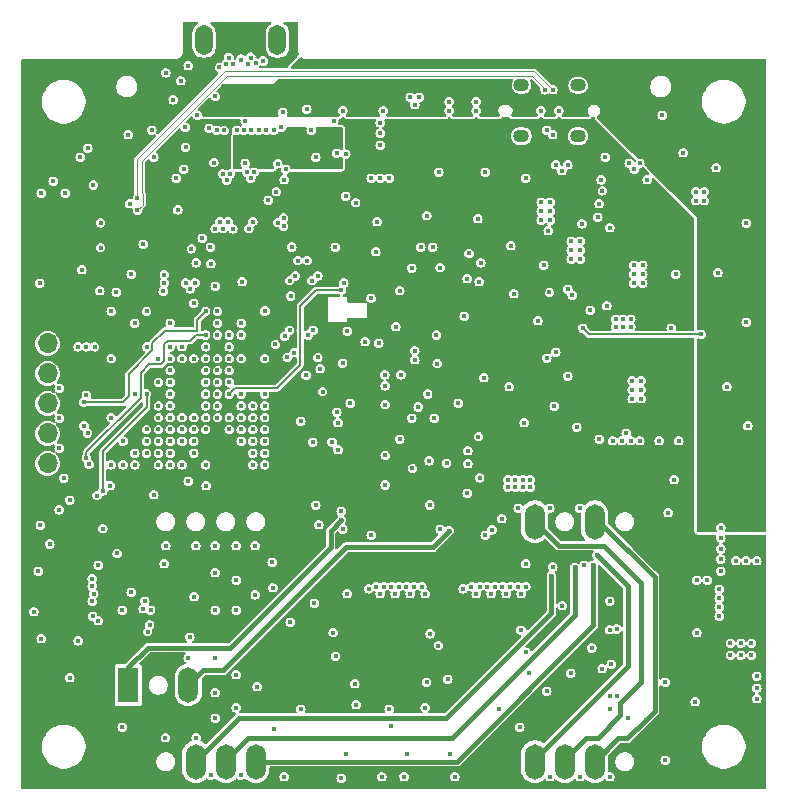
<source format=gbr>
%TF.GenerationSoftware,KiCad,Pcbnew,8.0.7*%
%TF.CreationDate,2025-01-06T00:02:34+01:00*%
%TF.ProjectId,hd_64_v0,68645f36-345f-4763-902e-6b696361645f,0.2*%
%TF.SameCoordinates,PX4737720PY55fe290*%
%TF.FileFunction,Copper,L5,Inr*%
%TF.FilePolarity,Positive*%
%FSLAX46Y46*%
G04 Gerber Fmt 4.6, Leading zero omitted, Abs format (unit mm)*
G04 Created by KiCad (PCBNEW 8.0.7) date 2025-01-06 00:02:34*
%MOMM*%
%LPD*%
G01*
G04 APERTURE LIST*
%TA.AperFunction,ComponentPad*%
%ADD10O,1.346200X1.092200*%
%TD*%
%TA.AperFunction,ComponentPad*%
%ADD11O,1.700000X3.000000*%
%TD*%
%TA.AperFunction,ComponentPad*%
%ADD12O,1.500000X2.550000*%
%TD*%
%TA.AperFunction,ComponentPad*%
%ADD13R,1.700000X1.700000*%
%TD*%
%TA.AperFunction,ComponentPad*%
%ADD14O,1.700000X1.700000*%
%TD*%
%TA.AperFunction,ComponentPad*%
%ADD15R,1.700000X3.000000*%
%TD*%
%TA.AperFunction,ViaPad*%
%ADD16C,0.400000*%
%TD*%
%TA.AperFunction,ViaPad*%
%ADD17C,0.450000*%
%TD*%
%TA.AperFunction,Conductor*%
%ADD18C,0.400000*%
%TD*%
%TA.AperFunction,Conductor*%
%ADD19C,0.200000*%
%TD*%
%TA.AperFunction,Conductor*%
%ADD20C,0.110000*%
%TD*%
G04 APERTURE END LIST*
D10*
X47358000Y55507999D03*
X42558000Y55507999D03*
X47358000Y59808001D03*
X42558000Y59808001D03*
D11*
X20066000Y2540000D03*
X17526000Y2540000D03*
X14986000Y2540000D03*
X48768000Y22860000D03*
X43688000Y22860000D03*
D12*
X21896000Y63627000D03*
X15696000Y63627000D03*
D11*
X48768000Y2540000D03*
X46228000Y2540000D03*
X43688000Y2540000D03*
D13*
X2438000Y40488000D03*
D14*
X2438000Y37948000D03*
X2438000Y35408000D03*
X2438000Y32868000D03*
X2438000Y30328000D03*
X2438000Y27788000D03*
D15*
X9271000Y9017000D03*
D11*
X14351000Y9017000D03*
D16*
X52578000Y29718000D03*
X37973000Y25273000D03*
X45212000Y55626000D03*
X30607000Y54737000D03*
X36924000Y1270000D03*
X14859000Y16510000D03*
X20193000Y8890000D03*
X6624000Y25070000D03*
X54483000Y57277000D03*
X3937000Y50673000D03*
X16637000Y20828000D03*
X16124000Y56170000D03*
X16637000Y15367000D03*
X30607000Y56642000D03*
X16637000Y18542000D03*
X25527000Y35814000D03*
X32624000Y1270000D03*
X5724000Y33570000D03*
X14824000Y29670000D03*
X34824000Y13370000D03*
X43180000Y10033000D03*
X16256000Y1397000D03*
X62484000Y8763000D03*
X49149000Y49784000D03*
X52832000Y44577000D03*
X18923000Y43180000D03*
X21524000Y17270000D03*
X27432000Y22225000D03*
X6731000Y14478000D03*
X30607000Y55753000D03*
X45212000Y19050000D03*
X14351000Y11303000D03*
X21590000Y5334000D03*
X23624000Y44970000D03*
X52114000Y52705000D03*
X40894000Y23114000D03*
X17624000Y51770000D03*
X51435000Y30353000D03*
X12824000Y29670000D03*
X22606000Y52705000D03*
X35687000Y22225000D03*
X19177000Y56769000D03*
X16256000Y44704000D03*
X42291000Y24003000D03*
X35179000Y31623000D03*
X41275000Y16764000D03*
X20024000Y16670000D03*
X6731000Y19177000D03*
X34524000Y9270000D03*
X15113000Y57277000D03*
X37211000Y32893000D03*
X21463000Y19431000D03*
X59436000Y18669000D03*
X51689000Y53213000D03*
X31877000Y16764000D03*
X27813000Y16764000D03*
X57404000Y17907000D03*
X12824000Y30670000D03*
X62484000Y9779000D03*
X31924000Y39370000D03*
X44929342Y42276671D03*
X6424000Y37670000D03*
X29624000Y17170000D03*
X53213000Y51816000D03*
X50165000Y10795000D03*
X46482000Y53086000D03*
X6223000Y18034000D03*
X30607000Y51943000D03*
X59182000Y43942000D03*
X46024000Y15748000D03*
X17824000Y37670000D03*
X50546000Y39370000D03*
X18415000Y20828000D03*
X12446000Y20828000D03*
X49403000Y10414000D03*
X42545000Y16764000D03*
X31024000Y28470000D03*
X36322000Y9525000D03*
X25724000Y33870000D03*
X33528000Y36576000D03*
X42926000Y19304000D03*
X7824000Y36670000D03*
X9398000Y49784000D03*
X38124000Y45570000D03*
X52832000Y43053000D03*
X38862000Y48514000D03*
X40640000Y6985000D03*
X33824000Y32570000D03*
X32258000Y29845000D03*
X50292000Y29718000D03*
X5024000Y12770000D03*
X39497000Y52451000D03*
X16524000Y53270000D03*
X9525000Y16891000D03*
X50624000Y13770000D03*
X34544000Y48768000D03*
X59944000Y34290000D03*
X45466000Y53086000D03*
X40005000Y16764000D03*
X22352000Y57531000D03*
X16637000Y11303000D03*
X10824000Y30670000D03*
X13824000Y29670000D03*
X34798000Y24270000D03*
X33147000Y58801000D03*
X11824000Y31670000D03*
X61595000Y39751000D03*
X59309000Y14859000D03*
X20824000Y31670000D03*
X12824000Y28670000D03*
X26524000Y29591000D03*
X28067000Y32893000D03*
X50546000Y40005000D03*
X14351000Y26289000D03*
X25400000Y22606000D03*
X18415000Y9906000D03*
X28575000Y7366000D03*
X10541000Y46355000D03*
X29845000Y51943000D03*
X9824000Y33670000D03*
X8255000Y42291000D03*
X22724000Y36770000D03*
X16989342Y61326671D03*
X42524000Y13670000D03*
X7824000Y40670000D03*
X59436000Y22352000D03*
X8763000Y5461000D03*
X2624000Y20970000D03*
X24765000Y56007000D03*
X38735000Y16764000D03*
X12824000Y36670000D03*
X33324000Y27370000D03*
X38989000Y43180000D03*
X12324000Y43070000D03*
X7824000Y31670000D03*
D17*
X26924000Y54070000D03*
D16*
X14824000Y30670000D03*
X13824000Y31670000D03*
D17*
X20824000Y40670000D03*
D16*
X31024000Y25970000D03*
X25324000Y36770000D03*
X37624000Y17170000D03*
X37719000Y40259000D03*
X45339000Y32639000D03*
X56261000Y54102000D03*
X59436000Y20574000D03*
X30226000Y45720000D03*
X18415000Y7112000D03*
X22987000Y14351000D03*
X33528000Y58166000D03*
X14351000Y61468000D03*
X52705000Y33274000D03*
X3429000Y34163000D03*
X52705000Y34798000D03*
X24892000Y29591000D03*
X34417000Y16764000D03*
X8824000Y29670000D03*
X47498000Y1270000D03*
X12319000Y19304000D03*
X55880000Y29718000D03*
X18415000Y15367000D03*
X5842000Y54483000D03*
X12824000Y39670000D03*
X43942000Y39878000D03*
X13081000Y58570000D03*
X35362000Y38664000D03*
X22225000Y56261000D03*
X24324000Y35270000D03*
X23324000Y37170000D03*
X42418000Y5461000D03*
X26824000Y11470000D03*
X52832000Y43815000D03*
X51943000Y34036000D03*
X18824000Y39670000D03*
X4324000Y24670000D03*
X23876000Y31369000D03*
X32893000Y3170000D03*
X46863000Y42037000D03*
X16637000Y8382000D03*
X49657000Y53721000D03*
X9525000Y43815000D03*
X31024000Y32770000D03*
X39497000Y21717000D03*
X6858000Y42418000D03*
X59436000Y21463000D03*
X44958000Y1270000D03*
X30607000Y16764000D03*
X29824000Y41770000D03*
X28524000Y49870000D03*
X46736000Y10033000D03*
X14824000Y28670000D03*
X55245000Y39243000D03*
X5024000Y37670000D03*
X11430000Y25146000D03*
X35524000Y12370000D03*
X27305000Y23749000D03*
X61722000Y30988000D03*
X16824000Y36670000D03*
X23876000Y6985000D03*
X33909000Y58801000D03*
X7724000Y25908000D03*
X27686000Y50419000D03*
X15024000Y44770000D03*
X51943000Y33274000D03*
X14824000Y36670000D03*
X49414000Y50870000D03*
X14097000Y56261000D03*
X13970000Y52705000D03*
X13716000Y60198000D03*
X51816000Y29718000D03*
X61595000Y48133000D03*
X25146000Y24257000D03*
X51816000Y39370000D03*
X51181000Y40005000D03*
X35560000Y52451000D03*
X26670000Y56769000D03*
X41656000Y46228000D03*
X20824000Y27670000D03*
X5946835Y27712912D03*
X19658833Y51920426D03*
X15024000Y4572000D03*
X5207000Y53721000D03*
X47498000Y24003000D03*
X3429000Y29083000D03*
X19177000Y53213000D03*
X52070000Y44577000D03*
X29337000Y38100000D03*
X3810000Y26543000D03*
X36524000Y3170000D03*
X14124000Y54570000D03*
X31369000Y6985000D03*
X59309000Y15621000D03*
X21124000Y50070000D03*
X58293000Y17907000D03*
X21924000Y53170000D03*
X52705000Y34036000D03*
X13824000Y37670000D03*
X27686000Y3170000D03*
X51943000Y34798000D03*
X55626000Y43815000D03*
X10541000Y15494000D03*
X57404000Y13462000D03*
X50673000Y8128000D03*
X35433000Y36251000D03*
X51562000Y6223000D03*
X52070000Y43815000D03*
X7824000Y27670000D03*
X27813000Y38989000D03*
X30353000Y48260000D03*
X57277000Y7620000D03*
X33147000Y16764000D03*
X13335000Y51943000D03*
X29845000Y21717000D03*
X26924000Y32131000D03*
X30734000Y1270000D03*
X59055000Y52832000D03*
X39370000Y35052000D03*
X35052000Y46101000D03*
X59436000Y19685000D03*
X18824000Y31670000D03*
X17794329Y62131658D03*
X18824000Y33670000D03*
X28448000Y9144000D03*
X5334000Y44196000D03*
X4318000Y9652000D03*
X44704000Y36703000D03*
X1270000Y15240000D03*
X14478000Y13081000D03*
X7124000Y22270000D03*
X54737000Y2667000D03*
X12824000Y32670000D03*
X17024000Y48270000D03*
X48524000Y12170000D03*
X26797000Y46101000D03*
X24424000Y44970000D03*
X45466000Y37211000D03*
X39024000Y26570000D03*
X16824000Y32670000D03*
X37973000Y43434000D03*
X11274000Y56000000D03*
X47879000Y19177000D03*
X51054000Y29718000D03*
X27305000Y1143000D03*
X31369000Y51943000D03*
X33274000Y31623000D03*
X38924000Y30070000D03*
X1905000Y50673000D03*
X20701000Y61849000D03*
X50038000Y8128000D03*
X16824000Y39670000D03*
X44958000Y24003000D03*
X24384000Y57785000D03*
X15824000Y37670000D03*
X34417000Y7112000D03*
X3429000Y31623000D03*
X13462000Y49270000D03*
X59309000Y16383000D03*
X27524000Y43070000D03*
X5724000Y37670000D03*
X8324000Y20170000D03*
X27432000Y57658000D03*
X39124000Y44770000D03*
X32258000Y42418000D03*
X15824000Y27670000D03*
X54991000Y23622000D03*
X16637000Y6223000D03*
X15824000Y33670000D03*
X6324000Y51370000D03*
X11430000Y53721000D03*
X41529000Y34290000D03*
X1824000Y22570000D03*
X23024000Y41970000D03*
X3424000Y23870000D03*
X12424000Y4572000D03*
X22924000Y43270000D03*
X30988000Y35306000D03*
X42926000Y11811000D03*
X50038000Y47752000D03*
X15824000Y35670000D03*
X18796000Y61976000D03*
X51181000Y39370000D03*
X16637000Y42799000D03*
X23424000Y43670000D03*
X19824000Y29670000D03*
X49022000Y48641000D03*
X20024000Y20828000D03*
X41910000Y42164000D03*
X20824000Y36670000D03*
X54229000Y29718000D03*
X52070000Y43053000D03*
X6924000Y48170000D03*
X14986000Y20828000D03*
X16824000Y34670000D03*
X12824000Y27670000D03*
X21724000Y37870000D03*
X1905000Y12954000D03*
X55499000Y26416000D03*
X8763000Y15367000D03*
X15875000Y25908000D03*
X18796000Y1397000D03*
X59309000Y17145000D03*
X22479000Y1270000D03*
X33528000Y37338000D03*
X10824000Y37670000D03*
X19824000Y48270000D03*
X25024000Y15970000D03*
X44704000Y8509000D03*
X51816000Y40005000D03*
X45974000Y52578000D03*
X10911450Y13553128D03*
X38024000Y28870000D03*
X42926000Y51943000D03*
X26624000Y13470000D03*
X9271000Y55626000D03*
X34624000Y33670000D03*
X38024000Y27770000D03*
X50038000Y1270000D03*
X44831000Y47498000D03*
X6350000Y16764000D03*
X6924000Y46070000D03*
X15824000Y31670000D03*
X5824000Y30370000D03*
X14624000Y45970000D03*
X1778000Y43053000D03*
X21909502Y48178699D03*
X42799000Y31242000D03*
X27424000Y36270000D03*
X2921000Y51689000D03*
X52578000Y53213000D03*
X44450000Y44577000D03*
X17724000Y48270000D03*
X31496000Y5588000D03*
X9824000Y39670000D03*
X12824000Y34670000D03*
X1651000Y18669000D03*
X18415000Y17907000D03*
X19645244Y62155448D03*
X62484000Y7874000D03*
X16637000Y50892000D03*
X8171000Y51294000D03*
X54653000Y35941000D03*
X19824000Y36670000D03*
X56452000Y48768000D03*
X56452000Y48006000D03*
X51986000Y35941000D03*
X19824000Y33670000D03*
X52875000Y36830000D03*
X38735000Y56388000D03*
X27686000Y51054000D03*
X23124000Y33470000D03*
X55733000Y48006000D03*
X14963000Y14859000D03*
X23024000Y40370000D03*
X2436000Y16764000D03*
X10124000Y42570000D03*
X12624000Y46070000D03*
X54653000Y36830000D03*
X26058000Y27940000D03*
D17*
X28924000Y12470000D03*
D16*
X13824000Y39670000D03*
X22624000Y33070000D03*
X4826000Y34544000D03*
D17*
X20824000Y12470000D03*
D16*
X41529000Y40513000D03*
X5324000Y40370000D03*
X8824000Y33670000D03*
X52875000Y35941000D03*
X12324000Y17370000D03*
X6858000Y54356000D03*
X5724000Y40870000D03*
X23124000Y32670000D03*
X36218000Y28829000D03*
X28404000Y18244000D03*
X51986000Y36830000D03*
X2286000Y45974000D03*
X25146000Y50892000D03*
X19824000Y39670000D03*
X6124000Y40370000D03*
X27178000Y49784000D03*
X36449000Y56388000D03*
X6941500Y51370000D03*
X30376000Y30988000D03*
X2413000Y15494000D03*
X15824000Y39670000D03*
X5842000Y43434000D03*
D17*
X37024000Y12470000D03*
D16*
X5671500Y48159500D03*
X36532000Y18244000D03*
X7874000Y55372000D03*
X8824000Y36670000D03*
X55733000Y48768000D03*
X3810000Y49022000D03*
X24424000Y40570000D03*
X2921000Y48387000D03*
X8382000Y46101000D03*
X36449000Y55626000D03*
X20276000Y18244000D03*
X4826000Y29370000D03*
X13462000Y17410000D03*
X53764000Y36830000D03*
X53764000Y35941000D03*
X8824000Y39670000D03*
X38735000Y55626000D03*
X34739500Y28661000D03*
X20824000Y51270000D03*
X4924000Y22870000D03*
X25527000Y55880000D03*
X26289000Y55118000D03*
X27051000Y55118000D03*
X26289000Y55880000D03*
X20955000Y53086000D03*
X25527000Y55118000D03*
X27051000Y55880000D03*
X18542000Y53086000D03*
X22285000Y55499000D03*
X44239000Y49149000D03*
X14924000Y43070000D03*
X23124000Y46117000D03*
X11824000Y34670000D03*
X44239000Y48387000D03*
X14124000Y43070000D03*
X11824000Y32670000D03*
X47688500Y48069500D03*
X16224000Y46101000D03*
X11824000Y36670000D03*
X45001000Y49149000D03*
X14524000Y42570000D03*
X12824000Y37670000D03*
X45001000Y48387000D03*
X44239000Y49911000D03*
X47244000Y30861000D03*
X45001000Y49911000D03*
X36449000Y22098000D03*
X30252000Y17370000D03*
X17824000Y31670000D03*
X30889712Y17371840D03*
X17824000Y30670000D03*
X31552000Y17370000D03*
X18824000Y30670000D03*
X32202000Y17370000D03*
X18824000Y29670000D03*
X32827003Y17370000D03*
X19824000Y28670000D03*
X33452006Y17370000D03*
X19824000Y27670000D03*
X20824000Y28670000D03*
X34124000Y17370000D03*
X18824000Y32670000D03*
X38324000Y17370000D03*
X20824000Y29670000D03*
X39024000Y17370000D03*
X19824000Y30670000D03*
X39649003Y17370000D03*
X40324000Y17370000D03*
X20824000Y30670000D03*
X40949003Y17370000D03*
X19824000Y31670000D03*
X19824000Y32670000D03*
X41624000Y17370000D03*
X42249003Y17370000D03*
X20824000Y32670000D03*
X42924000Y17370000D03*
X20824000Y33670000D03*
X54737000Y9271000D03*
X36218000Y27813000D03*
X35687000Y44368000D03*
X62032500Y12573000D03*
X60254500Y11557000D03*
X34739500Y28011000D03*
X61143500Y11557000D03*
X34036000Y46101000D03*
X30480000Y37973000D03*
X50038000Y16129000D03*
X32359500Y35301000D03*
X31024000Y34370000D03*
X62032500Y11557000D03*
X60254500Y12573000D03*
X50038000Y6985000D03*
X33274000Y44323000D03*
X50026529Y13714943D03*
X61143500Y12573000D03*
X16624000Y58870000D03*
X25146000Y53721000D03*
X17824000Y36670000D03*
X15524000Y46870000D03*
X16824000Y40670000D03*
X16624000Y47670000D03*
X17324000Y47670000D03*
X16824000Y38670000D03*
X18124000Y47662893D03*
X17824000Y38670000D03*
X19485000Y47670000D03*
X18824000Y38670000D03*
X27028000Y31242000D03*
X22424000Y47870000D03*
X22424000Y48570000D03*
X27028000Y28956000D03*
X22479000Y51816000D03*
X18824000Y36670000D03*
X17824000Y35670000D03*
X21809000Y50800000D03*
X20066000Y61722000D03*
X21590000Y56007000D03*
X19431000Y61595000D03*
X20955000Y56007000D03*
X20320000Y56007000D03*
X19939000Y52451000D03*
X19304000Y52451000D03*
X19685000Y56007000D03*
X19050000Y56016119D03*
X18161000Y61595000D03*
X17526000Y61595000D03*
X18450094Y56005350D03*
X17922875Y52324000D03*
X17399000Y55982750D03*
X16764000Y56007000D03*
X17272000Y52324000D03*
X17824000Y33670000D03*
X27324000Y42470000D03*
X11824000Y28670000D03*
X11824000Y27670000D03*
X46779000Y45847000D03*
X47541000Y45085000D03*
X16824000Y35670000D03*
X24524000Y38670000D03*
X46779000Y45085000D03*
X15824000Y34670000D03*
X15824000Y32670000D03*
X16824000Y31670000D03*
X22924000Y39070000D03*
X15824000Y30670000D03*
X14824000Y31670000D03*
X24824000Y43270000D03*
X47541000Y46609000D03*
X12824000Y33670000D03*
X22524000Y38570000D03*
X16824000Y33670000D03*
X47541000Y45847000D03*
X25324000Y43670000D03*
X46779000Y46609000D03*
X13824000Y36670000D03*
X24924000Y39070000D03*
X12824000Y31670000D03*
X13824000Y30670000D03*
X15824000Y36670000D03*
X12824000Y35670000D03*
X9824000Y27670000D03*
X42037000Y26416000D03*
X42037000Y25781000D03*
X43307000Y25781000D03*
X42672000Y26416000D03*
X41402000Y25781000D03*
X43307000Y26416000D03*
X42672000Y25781000D03*
X41402000Y26416000D03*
X49149000Y29845000D03*
X46482000Y35179000D03*
X5524000Y32970000D03*
X15824000Y40670000D03*
X5524000Y30970000D03*
X14824000Y41370000D03*
X5724000Y28270000D03*
X15824000Y38670000D03*
X49319000Y51816000D03*
X30861000Y57658000D03*
X48387000Y40767000D03*
X47053500Y18986500D03*
X45085000Y18288000D03*
X48641000Y19177000D03*
X53086000Y6096000D03*
X12324000Y43770000D03*
X6268997Y14870000D03*
X11824000Y30670000D03*
X12219022Y42370000D03*
X10668000Y16129000D03*
X11824000Y29670000D03*
X6223000Y17410000D03*
X10824000Y29670000D03*
X11168000Y15367000D03*
X13824000Y27670000D03*
X10824000Y28670000D03*
X11080750Y14128750D03*
X9824000Y28670000D03*
X6223000Y16140000D03*
X25624000Y61468000D03*
X57785000Y24892000D03*
X59309000Y24892000D03*
X21124000Y59170000D03*
X50800000Y61468000D03*
X50800000Y60833000D03*
X59309000Y26416000D03*
X51562000Y61468000D03*
X51562000Y60833000D03*
X59309000Y27178000D03*
X26289000Y58801000D03*
X59309000Y25654000D03*
X58547000Y24892000D03*
X58039000Y50800000D03*
X57320000Y50800000D03*
X60706000Y19558000D03*
X38735000Y57658000D03*
X36449000Y57658000D03*
X47752000Y39243000D03*
X36449000Y58420000D03*
X57785000Y38735000D03*
X38735000Y58420000D03*
X61595000Y19558000D03*
X62484000Y19558000D03*
X57320000Y50038000D03*
X58039000Y50038000D03*
X7124000Y25470000D03*
X10824000Y33670000D03*
X49784000Y41148000D03*
X46482000Y42545000D03*
X45212000Y59436000D03*
X44704000Y56007000D03*
X10053000Y50301000D03*
X10053000Y49239000D03*
X44564000Y59420000D03*
X10824000Y40670000D03*
X12446000Y60858500D03*
X45720000Y57658000D03*
X44196000Y57658000D03*
X8824000Y27670000D03*
X27686000Y53975000D03*
X17824000Y34670000D03*
X27305000Y22987000D03*
X40068500Y22161500D03*
X48958500Y20002500D03*
D18*
X36449000Y22098000D02*
X35052000Y20701000D01*
X35052000Y20701000D02*
X27701818Y20701000D01*
X15621000Y10287000D02*
X14351000Y9017000D01*
X17287818Y10287000D02*
X15621000Y10287000D01*
X27701818Y20701000D02*
X17287818Y10287000D01*
D19*
X21851000Y34170000D02*
X18324000Y34170000D01*
X23824000Y41096000D02*
X23824000Y36143000D01*
X25198000Y42470000D02*
X23824000Y41096000D01*
X27324000Y42470000D02*
X25198000Y42470000D01*
X18324000Y34170000D02*
X17824000Y33670000D01*
X23824000Y36143000D02*
X21851000Y34170000D01*
X11324000Y37970000D02*
X11324000Y37370000D01*
X11324000Y37370000D02*
X9324000Y35370000D01*
X8831107Y32970000D02*
X5524000Y32970000D01*
X9324000Y35370000D02*
X9324000Y33462893D01*
X15124000Y39020000D02*
X12374000Y39020000D01*
X9324000Y33462893D02*
X8831107Y32970000D01*
X12374000Y39020000D02*
X11324000Y37970000D01*
X15124000Y39970000D02*
X15124000Y39020000D01*
X15824000Y40670000D02*
X15124000Y39970000D01*
X12324000Y37877107D02*
X12616893Y38170000D01*
X10324000Y33370000D02*
X10324000Y35470000D01*
X14526081Y38170000D02*
X15026081Y38670000D01*
X5724000Y28770000D02*
X10324000Y33370000D01*
X12031107Y36170000D02*
X12324000Y36462893D01*
X5724000Y28270000D02*
X5724000Y28770000D01*
X15026081Y38670000D02*
X15824000Y38670000D01*
X11024000Y36170000D02*
X12031107Y36170000D01*
X12616893Y38170000D02*
X14526081Y38170000D01*
X10324000Y35470000D02*
X11024000Y36170000D01*
X12324000Y36462893D02*
X12324000Y37877107D01*
D18*
X47053500Y14922500D02*
X47053500Y18986500D01*
X36703000Y4572000D02*
X47053500Y14922500D01*
X19431000Y4572000D02*
X36703000Y4572000D01*
X17526000Y2667000D02*
X19431000Y4572000D01*
X17526000Y2540000D02*
X17526000Y2667000D01*
X14986000Y2540000D02*
X14986000Y2603500D01*
X45085000Y15113000D02*
X45085000Y18288000D01*
X18605500Y6223000D02*
X36195000Y6223000D01*
X14986000Y2603500D02*
X18605500Y6223000D01*
X36195000Y6223000D02*
X45085000Y15113000D01*
X37084000Y2540000D02*
X48641000Y14097000D01*
X20066000Y2540000D02*
X37084000Y2540000D01*
X48641000Y14097000D02*
X48641000Y19177000D01*
X49022000Y4572000D02*
X50927000Y6477000D01*
X52705000Y9271000D02*
X52705000Y17653000D01*
X50927000Y6477000D02*
X50927000Y7493000D01*
X46228000Y2540000D02*
X46228000Y2794000D01*
X52705000Y17653000D02*
X49530000Y20828000D01*
X48006000Y4572000D02*
X49022000Y4572000D01*
X49530000Y20828000D02*
X45720000Y20828000D01*
X46228000Y2794000D02*
X48006000Y4572000D01*
X50927000Y7493000D02*
X52705000Y9271000D01*
X45720000Y20828000D02*
X43688000Y22860000D01*
X49149000Y22860000D02*
X48768000Y22860000D01*
X53848000Y6858000D02*
X53848000Y18161000D01*
X53848000Y18161000D02*
X49149000Y22860000D01*
X50736500Y4508500D02*
X48768000Y2540000D01*
X51498500Y4508500D02*
X50736500Y4508500D01*
X53086000Y6096000D02*
X53848000Y6858000D01*
X53086000Y6096000D02*
X51498500Y4508500D01*
D19*
X57785000Y38735000D02*
X48260000Y38735000D01*
X48260000Y38735000D02*
X47752000Y39243000D01*
X10824000Y32541000D02*
X10824000Y33670000D01*
X7124000Y28841000D02*
X10824000Y32541000D01*
X7124000Y25470000D02*
X7124000Y28841000D01*
D20*
X17449086Y60995000D02*
X10053000Y53598914D01*
X43653000Y60995000D02*
X17449086Y60995000D01*
X10053000Y53598914D02*
X10053000Y50301000D01*
X45212000Y59436000D02*
X43653000Y60995000D01*
X44564000Y59504172D02*
X43483172Y60585000D01*
X10463000Y50661000D02*
X10508000Y50616000D01*
X44564000Y59420000D02*
X44564000Y59504172D01*
X10508000Y50616000D02*
X10508000Y49694000D01*
X10508000Y49694000D02*
X10053000Y49239000D01*
X43483172Y60585000D02*
X17618914Y60585000D01*
X10463000Y53429086D02*
X10463000Y50661000D01*
X17618914Y60585000D02*
X10463000Y53429086D01*
D18*
X17907000Y12192000D02*
X10922000Y12192000D01*
X26416000Y20701000D02*
X17907000Y12192000D01*
X27305000Y22987000D02*
X26416000Y22098000D01*
X9271000Y10541000D02*
X9271000Y9017000D01*
X10922000Y12192000D02*
X9271000Y10541000D01*
X26416000Y22098000D02*
X26416000Y20701000D01*
X51562000Y10668000D02*
X43688000Y2794000D01*
X48958500Y20002500D02*
X51562000Y17399000D01*
X43688000Y2794000D02*
X43688000Y2540000D01*
X51562000Y17399000D02*
X51562000Y10668000D01*
%TA.AperFunction,Conductor*%
G36*
X15128590Y65184815D02*
G01*
X15174345Y65132011D01*
X15184289Y65062853D01*
X15155264Y64999297D01*
X15130442Y64977398D01*
X15058218Y64929140D01*
X15058214Y64929137D01*
X14918863Y64789786D01*
X14918860Y64789782D01*
X14809371Y64625921D01*
X14809364Y64625908D01*
X14733950Y64443840D01*
X14733947Y64443830D01*
X14695500Y64250544D01*
X14695500Y64250541D01*
X14695500Y63003459D01*
X14695500Y63003457D01*
X14695499Y63003457D01*
X14733947Y62810171D01*
X14733950Y62810161D01*
X14809364Y62628093D01*
X14809371Y62628080D01*
X14918860Y62464219D01*
X14918863Y62464215D01*
X15058214Y62324864D01*
X15058218Y62324861D01*
X15200187Y62230000D01*
X13716000Y62230000D01*
X13716000Y62230001D01*
X13731518Y62245519D01*
X13735685Y62259707D01*
X13752323Y62280353D01*
X13758327Y62286357D01*
X13758328Y62286358D01*
X13835864Y62402399D01*
X13889273Y62531338D01*
X13916500Y62668219D01*
X13916500Y62738000D01*
X13916500Y62777882D01*
X13916500Y65080500D01*
X13936185Y65147539D01*
X13988989Y65193294D01*
X14040500Y65204500D01*
X15061551Y65204500D01*
X15128590Y65184815D01*
G37*
%TD.AperFunction*%
%TA.AperFunction,Conductor*%
G36*
X21328590Y65184815D02*
G01*
X21374345Y65132011D01*
X21384289Y65062853D01*
X21355264Y64999297D01*
X21330442Y64977398D01*
X21258218Y64929140D01*
X21258214Y64929137D01*
X21118863Y64789786D01*
X21118860Y64789782D01*
X21009371Y64625921D01*
X21009364Y64625908D01*
X20933950Y64443840D01*
X20933947Y64443830D01*
X20895500Y64250544D01*
X20895500Y64250541D01*
X20895500Y63003459D01*
X20895500Y63003457D01*
X20895499Y63003457D01*
X20933947Y62810171D01*
X20933950Y62810161D01*
X21009364Y62628093D01*
X21009371Y62628080D01*
X21118860Y62464219D01*
X21118863Y62464215D01*
X21258214Y62324864D01*
X21258218Y62324861D01*
X21400187Y62230000D01*
X20941424Y62230000D01*
X20890069Y62263004D01*
X20890065Y62263006D01*
X20890064Y62263006D01*
X20765774Y62299500D01*
X20765772Y62299500D01*
X20636228Y62299500D01*
X20636226Y62299500D01*
X20511935Y62263006D01*
X20511932Y62263005D01*
X20511931Y62263004D01*
X20460576Y62230000D01*
X20099499Y62230000D01*
X20085136Y62261449D01*
X20085136Y62261452D01*
X20081941Y62283673D01*
X20080716Y62286357D01*
X20028126Y62401511D01*
X19943293Y62499415D01*
X19834313Y62569452D01*
X19834309Y62569454D01*
X19834308Y62569454D01*
X19710018Y62605948D01*
X19710016Y62605948D01*
X19580472Y62605948D01*
X19580470Y62605948D01*
X19456179Y62569454D01*
X19456176Y62569453D01*
X19456175Y62569452D01*
X19437198Y62557256D01*
X19347194Y62499415D01*
X19262362Y62401511D01*
X19262361Y62401511D01*
X19254827Y62385013D01*
X19209070Y62332211D01*
X19142030Y62312528D01*
X19074995Y62332212D01*
X19069238Y62335912D01*
X18985069Y62390004D01*
X18985065Y62390006D01*
X18985064Y62390006D01*
X18860774Y62426500D01*
X18860772Y62426500D01*
X18731228Y62426500D01*
X18731226Y62426500D01*
X18606935Y62390006D01*
X18606932Y62390005D01*
X18606931Y62390004D01*
X18522762Y62335912D01*
X18497948Y62319965D01*
X18431537Y62243322D01*
X18410808Y62230000D01*
X18264839Y62230000D01*
X18244111Y62243321D01*
X18225030Y62273013D01*
X18177213Y62377718D01*
X18177211Y62377720D01*
X18177211Y62377721D01*
X18092378Y62475625D01*
X17983398Y62545662D01*
X17983394Y62545664D01*
X17983393Y62545664D01*
X17859103Y62582158D01*
X17859101Y62582158D01*
X17729557Y62582158D01*
X17729555Y62582158D01*
X17605264Y62545664D01*
X17605261Y62545663D01*
X17605260Y62545662D01*
X17562373Y62518100D01*
X17496279Y62475625D01*
X17411447Y62377721D01*
X17411446Y62377720D01*
X17357631Y62259884D01*
X17353335Y62230000D01*
X16191812Y62230000D01*
X16333782Y62324861D01*
X16473139Y62464218D01*
X16582632Y62628086D01*
X16658051Y62810165D01*
X16696500Y63003459D01*
X16696500Y64250541D01*
X16696500Y64250544D01*
X16658052Y64443830D01*
X16658051Y64443831D01*
X16658051Y64443835D01*
X16658049Y64443840D01*
X16582635Y64625908D01*
X16582628Y64625921D01*
X16473139Y64789782D01*
X16473136Y64789786D01*
X16333785Y64929137D01*
X16333781Y64929140D01*
X16261558Y64977398D01*
X16216753Y65031010D01*
X16208046Y65100335D01*
X16238200Y65163363D01*
X16297644Y65200082D01*
X16330449Y65204500D01*
X21261551Y65204500D01*
X21328590Y65184815D01*
G37*
%TD.AperFunction*%
%TA.AperFunction,Conductor*%
G36*
X23618539Y65184815D02*
G01*
X23664294Y65132011D01*
X23675500Y65080500D01*
X23675500Y62668215D01*
X23702725Y62531346D01*
X23702728Y62531334D01*
X23708210Y62518100D01*
X23715679Y62448631D01*
X23684403Y62386152D01*
X23667960Y62371381D01*
X23620579Y62335912D01*
X23620568Y62335903D01*
X23514665Y62230000D01*
X22391812Y62230000D01*
X22533782Y62324861D01*
X22673139Y62464218D01*
X22782632Y62628086D01*
X22858051Y62810165D01*
X22896500Y63003459D01*
X22896500Y64250541D01*
X22896500Y64250544D01*
X22858052Y64443830D01*
X22858051Y64443831D01*
X22858051Y64443835D01*
X22858049Y64443840D01*
X22782635Y64625908D01*
X22782628Y64625921D01*
X22673139Y64789782D01*
X22673136Y64789786D01*
X22533785Y64929137D01*
X22533781Y64929140D01*
X22461558Y64977398D01*
X22416753Y65031010D01*
X22408046Y65100335D01*
X22438200Y65163363D01*
X22497644Y65200082D01*
X22530449Y65204500D01*
X23551500Y65204500D01*
X23618539Y65184815D01*
G37*
%TD.AperFunction*%
%TA.AperFunction,Conductor*%
G36*
X24321591Y56241315D02*
G01*
X24367346Y56188511D01*
X24377290Y56119353D01*
X24377025Y56117602D01*
X24359508Y56007003D01*
X24359508Y56006997D01*
X24379352Y55881700D01*
X24379352Y55881699D01*
X24397805Y55845483D01*
X24436950Y55768658D01*
X24436952Y55768656D01*
X24436954Y55768653D01*
X24526652Y55678955D01*
X24526654Y55678954D01*
X24526658Y55678950D01*
X24639696Y55621354D01*
X24639697Y55621354D01*
X24639699Y55621353D01*
X24764997Y55601508D01*
X24765000Y55601508D01*
X24765003Y55601508D01*
X24890300Y55621353D01*
X24890301Y55621353D01*
X24890302Y55621354D01*
X24890304Y55621354D01*
X25003342Y55678950D01*
X25093050Y55768658D01*
X25150646Y55881696D01*
X25150646Y55881698D01*
X25150647Y55881699D01*
X25150647Y55881700D01*
X25170492Y56006997D01*
X25170492Y56007003D01*
X25152975Y56117602D01*
X25161930Y56186896D01*
X25206926Y56240348D01*
X25273678Y56260987D01*
X25275448Y56261000D01*
X27308000Y56261000D01*
X27375039Y56241315D01*
X27420794Y56188511D01*
X27432000Y56137000D01*
X27432000Y54427755D01*
X27412315Y54360716D01*
X27359511Y54314961D01*
X27290353Y54305017D01*
X27226797Y54334042D01*
X27220319Y54340074D01*
X27162347Y54398046D01*
X27162344Y54398048D01*
X27162342Y54398050D01*
X27049304Y54455646D01*
X27049303Y54455647D01*
X27049300Y54455648D01*
X26924003Y54475492D01*
X26923997Y54475492D01*
X26798699Y54455648D01*
X26798698Y54455648D01*
X26743957Y54427755D01*
X26685658Y54398050D01*
X26685657Y54398049D01*
X26685652Y54398046D01*
X26595954Y54308348D01*
X26595951Y54308343D01*
X26538352Y54195302D01*
X26538352Y54195301D01*
X26518508Y54070004D01*
X26518508Y54069997D01*
X26538352Y53944700D01*
X26538352Y53944699D01*
X26538354Y53944696D01*
X26595950Y53831658D01*
X26595952Y53831656D01*
X26595954Y53831653D01*
X26685652Y53741955D01*
X26685654Y53741954D01*
X26685658Y53741950D01*
X26798696Y53684354D01*
X26798697Y53684354D01*
X26798699Y53684353D01*
X26923997Y53664508D01*
X26924000Y53664508D01*
X26924003Y53664508D01*
X27049300Y53684353D01*
X27049301Y53684353D01*
X27049302Y53684354D01*
X27049304Y53684354D01*
X27162342Y53741950D01*
X27170745Y53750353D01*
X27232067Y53783840D01*
X27301759Y53778858D01*
X27350135Y53742647D01*
X27351048Y53743559D01*
X27357392Y53737215D01*
X27357694Y53736989D01*
X27357906Y53736701D01*
X27395680Y53698928D01*
X27429166Y53637605D01*
X27432000Y53611246D01*
X27432000Y52829000D01*
X27412315Y52761961D01*
X27359511Y52716206D01*
X27308000Y52705000D01*
X23117398Y52705000D01*
X23050359Y52724685D01*
X23004604Y52777489D01*
X22994925Y52809601D01*
X22991646Y52830304D01*
X22934050Y52943342D01*
X22934046Y52943346D01*
X22934045Y52943348D01*
X22844347Y53033046D01*
X22844344Y53033048D01*
X22844342Y53033050D01*
X22731304Y53090646D01*
X22731303Y53090647D01*
X22731300Y53090648D01*
X22606003Y53110492D01*
X22605997Y53110492D01*
X22471056Y53089120D01*
X22470568Y53092201D01*
X22417061Y53090682D01*
X22357235Y53126774D01*
X22326419Y53189481D01*
X22326134Y53191205D01*
X22309647Y53295301D01*
X22309647Y53295302D01*
X22309646Y53295304D01*
X22252050Y53408342D01*
X22252046Y53408346D01*
X22252045Y53408348D01*
X22162347Y53498046D01*
X22162344Y53498048D01*
X22162342Y53498050D01*
X22049304Y53555646D01*
X22049303Y53555647D01*
X22049300Y53555648D01*
X21924003Y53575492D01*
X21923997Y53575492D01*
X21798699Y53555648D01*
X21798698Y53555648D01*
X21723337Y53517249D01*
X21685658Y53498050D01*
X21685657Y53498049D01*
X21685652Y53498046D01*
X21595954Y53408348D01*
X21595951Y53408343D01*
X21595950Y53408342D01*
X21576751Y53370663D01*
X21538352Y53295302D01*
X21538352Y53295301D01*
X21518508Y53170004D01*
X21518508Y53169997D01*
X21538352Y53044700D01*
X21538352Y53044699D01*
X21538354Y53044696D01*
X21595950Y52931658D01*
X21595952Y52931656D01*
X21595954Y52931653D01*
X21610926Y52916681D01*
X21644411Y52855358D01*
X21639427Y52785666D01*
X21597555Y52729733D01*
X21532091Y52705316D01*
X21523245Y52705000D01*
X20302754Y52705000D01*
X20235715Y52724685D01*
X20215072Y52741320D01*
X20177346Y52779047D01*
X20177344Y52779048D01*
X20177342Y52779050D01*
X20064304Y52836646D01*
X20064303Y52836647D01*
X20064300Y52836648D01*
X19939003Y52856492D01*
X19938997Y52856492D01*
X19813699Y52836648D01*
X19813698Y52836648D01*
X19760623Y52809604D01*
X19700658Y52779050D01*
X19700657Y52779050D01*
X19700655Y52779048D01*
X19694378Y52774488D01*
X19628570Y52751014D01*
X19560517Y52766844D01*
X19548622Y52774488D01*
X19542343Y52779050D01*
X19540120Y52780182D01*
X19537909Y52782270D01*
X19534454Y52784780D01*
X19534778Y52785228D01*
X19489326Y52828159D01*
X19472533Y52895980D01*
X19495073Y52962114D01*
X19501370Y52969594D01*
X19505042Y52974651D01*
X19505050Y52974658D01*
X19562646Y53087696D01*
X19562646Y53087698D01*
X19562647Y53087699D01*
X19562647Y53087700D01*
X19582492Y53212997D01*
X19582492Y53213004D01*
X19562647Y53338301D01*
X19562647Y53338302D01*
X19534801Y53392952D01*
X19505050Y53451342D01*
X19505046Y53451346D01*
X19505045Y53451348D01*
X19415347Y53541046D01*
X19415344Y53541048D01*
X19415342Y53541050D01*
X19302304Y53598646D01*
X19302303Y53598647D01*
X19302300Y53598648D01*
X19177003Y53618492D01*
X19176997Y53618492D01*
X19051699Y53598648D01*
X19051698Y53598648D01*
X18976337Y53560249D01*
X18938658Y53541050D01*
X18938657Y53541049D01*
X18938652Y53541046D01*
X18848954Y53451348D01*
X18848951Y53451343D01*
X18791352Y53338302D01*
X18791352Y53338301D01*
X18771508Y53213004D01*
X18771508Y53212997D01*
X18791352Y53087700D01*
X18791352Y53087699D01*
X18791354Y53087696D01*
X18848950Y52974658D01*
X18848952Y52974656D01*
X18848954Y52974653D01*
X18906926Y52916681D01*
X18940411Y52855358D01*
X18935427Y52785666D01*
X18893555Y52729733D01*
X18828091Y52705316D01*
X18819245Y52705000D01*
X18285000Y52705000D01*
X18217961Y52724685D01*
X18172206Y52777489D01*
X18161000Y52829000D01*
X18161000Y53721004D01*
X24740508Y53721004D01*
X24740508Y53720997D01*
X24760352Y53595700D01*
X24760352Y53595699D01*
X24778805Y53559483D01*
X24817950Y53482658D01*
X24817952Y53482656D01*
X24817954Y53482653D01*
X24907652Y53392955D01*
X24907654Y53392954D01*
X24907658Y53392950D01*
X25020696Y53335354D01*
X25020697Y53335354D01*
X25020699Y53335353D01*
X25145997Y53315508D01*
X25146000Y53315508D01*
X25146003Y53315508D01*
X25271300Y53335353D01*
X25271301Y53335353D01*
X25271302Y53335354D01*
X25271304Y53335354D01*
X25384342Y53392950D01*
X25474050Y53482658D01*
X25531646Y53595696D01*
X25531646Y53595698D01*
X25531647Y53595699D01*
X25531647Y53595700D01*
X25551492Y53720997D01*
X25551492Y53721004D01*
X25531647Y53846301D01*
X25531647Y53846302D01*
X25529918Y53849696D01*
X25474050Y53959342D01*
X25474046Y53959346D01*
X25474045Y53959348D01*
X25384347Y54049046D01*
X25384344Y54049048D01*
X25384342Y54049050D01*
X25271304Y54106646D01*
X25271303Y54106647D01*
X25271300Y54106648D01*
X25146003Y54126492D01*
X25145997Y54126492D01*
X25020699Y54106648D01*
X25020698Y54106648D01*
X24948769Y54069997D01*
X24907658Y54049050D01*
X24907657Y54049049D01*
X24907652Y54049046D01*
X24817954Y53959348D01*
X24817951Y53959343D01*
X24817950Y53959342D01*
X24798751Y53921663D01*
X24760352Y53846302D01*
X24760352Y53846301D01*
X24740508Y53721004D01*
X18161000Y53721004D01*
X18161000Y55502252D01*
X18180685Y55569291D01*
X18233489Y55615046D01*
X18302647Y55624990D01*
X18323329Y55620179D01*
X18324786Y55619706D01*
X18324790Y55619704D01*
X18324793Y55619704D01*
X18324795Y55619703D01*
X18450091Y55599858D01*
X18450094Y55599858D01*
X18450097Y55599858D01*
X18575394Y55619703D01*
X18575395Y55619703D01*
X18575396Y55619704D01*
X18575398Y55619704D01*
X18688436Y55677300D01*
X18688436Y55677301D01*
X18697132Y55681731D01*
X18698019Y55679989D01*
X18752256Y55699349D01*
X18815645Y55686038D01*
X18924696Y55630473D01*
X18924697Y55630473D01*
X18924699Y55630472D01*
X19049997Y55610627D01*
X19050000Y55610627D01*
X19050003Y55610627D01*
X19175300Y55630472D01*
X19175301Y55630472D01*
X19175302Y55630473D01*
X19175304Y55630473D01*
X19288342Y55688069D01*
X19288352Y55688080D01*
X19289064Y55688595D01*
X19290095Y55688964D01*
X19297037Y55692500D01*
X19297493Y55691604D01*
X19354868Y55712082D01*
X19422923Y55696264D01*
X19438545Y55684396D01*
X19438759Y55684689D01*
X19446653Y55678955D01*
X19446658Y55678950D01*
X19559696Y55621354D01*
X19559697Y55621354D01*
X19559699Y55621353D01*
X19684997Y55601508D01*
X19685000Y55601508D01*
X19685003Y55601508D01*
X19810300Y55621353D01*
X19810301Y55621353D01*
X19810302Y55621354D01*
X19810304Y55621354D01*
X19923342Y55678950D01*
X19923344Y55678953D01*
X19923347Y55678954D01*
X19929618Y55683509D01*
X19995425Y55706987D01*
X20063478Y55691160D01*
X20075382Y55683509D01*
X20081652Y55678954D01*
X20081656Y55678952D01*
X20081658Y55678950D01*
X20194696Y55621354D01*
X20194697Y55621354D01*
X20194699Y55621353D01*
X20319997Y55601508D01*
X20320000Y55601508D01*
X20320003Y55601508D01*
X20445300Y55621353D01*
X20445301Y55621353D01*
X20445302Y55621354D01*
X20445304Y55621354D01*
X20558342Y55678950D01*
X20558344Y55678953D01*
X20558347Y55678954D01*
X20564618Y55683509D01*
X20630425Y55706987D01*
X20698478Y55691160D01*
X20710382Y55683509D01*
X20716652Y55678954D01*
X20716656Y55678952D01*
X20716658Y55678950D01*
X20829696Y55621354D01*
X20829697Y55621354D01*
X20829699Y55621353D01*
X20954997Y55601508D01*
X20955000Y55601508D01*
X20955003Y55601508D01*
X21080300Y55621353D01*
X21080301Y55621353D01*
X21080302Y55621354D01*
X21080304Y55621354D01*
X21193342Y55678950D01*
X21193344Y55678953D01*
X21193347Y55678954D01*
X21199618Y55683509D01*
X21265425Y55706987D01*
X21333478Y55691160D01*
X21345382Y55683509D01*
X21351652Y55678954D01*
X21351656Y55678952D01*
X21351658Y55678950D01*
X21464696Y55621354D01*
X21464697Y55621354D01*
X21464699Y55621353D01*
X21589997Y55601508D01*
X21590000Y55601508D01*
X21590003Y55601508D01*
X21715300Y55621353D01*
X21715301Y55621353D01*
X21715302Y55621354D01*
X21715304Y55621354D01*
X21828342Y55678950D01*
X21918050Y55768658D01*
X21942414Y55816476D01*
X21990385Y55867269D01*
X22058206Y55884065D01*
X22091220Y55878108D01*
X22099698Y55875353D01*
X22224997Y55855508D01*
X22225000Y55855508D01*
X22225003Y55855508D01*
X22350300Y55875353D01*
X22350301Y55875353D01*
X22350302Y55875354D01*
X22350304Y55875354D01*
X22463342Y55932950D01*
X22553050Y56022658D01*
X22610646Y56135696D01*
X22613924Y56156398D01*
X22643853Y56219531D01*
X22703164Y56256463D01*
X22736398Y56261000D01*
X24254552Y56261000D01*
X24321591Y56241315D01*
G37*
%TD.AperFunction*%
%TA.AperFunction,Conductor*%
G36*
X15418749Y62188027D02*
G01*
X15602384Y62151500D01*
X15602385Y62151500D01*
X15789615Y62151500D01*
X15789616Y62151500D01*
X15973251Y62188027D01*
X16074582Y62230000D01*
X17404413Y62230000D01*
X17396026Y62177050D01*
X17388837Y62131659D01*
X17388837Y62131658D01*
X17400602Y62057374D01*
X17391030Y61996942D01*
X17347767Y61953678D01*
X17287659Y61923051D01*
X17197949Y61833341D01*
X17167322Y61773233D01*
X17124057Y61729969D01*
X17063626Y61720398D01*
X16989343Y61732163D01*
X16989342Y61732163D01*
X16864038Y61712317D01*
X16864034Y61712316D01*
X16751001Y61654722D01*
X16661291Y61565012D01*
X16603697Y61451979D01*
X16603696Y61451975D01*
X16583850Y61326672D01*
X16583850Y61326671D01*
X16603696Y61201368D01*
X16603697Y61201364D01*
X16656954Y61096842D01*
X16661292Y61088329D01*
X16751000Y60998621D01*
X16780080Y60983804D01*
X16855074Y60945592D01*
X16898338Y60902327D01*
X16907909Y60841895D01*
X16880132Y60787379D01*
X11781871Y55689118D01*
X11727354Y55661341D01*
X11666922Y55670912D01*
X11623657Y55714177D01*
X11614086Y55774609D01*
X11623655Y55804061D01*
X11659646Y55874696D01*
X11679492Y56000000D01*
X11678644Y56005351D01*
X11672413Y56044697D01*
X11659646Y56125304D01*
X11602050Y56238342D01*
X11512342Y56328050D01*
X11462492Y56353450D01*
X11399307Y56385645D01*
X11399304Y56385646D01*
X11274000Y56405492D01*
X11148696Y56385646D01*
X11148692Y56385645D01*
X11035659Y56328051D01*
X10945949Y56238341D01*
X10888355Y56125308D01*
X10888354Y56125304D01*
X10869356Y56005351D01*
X10868508Y56000000D01*
X10888249Y55875356D01*
X10888354Y55874697D01*
X10888355Y55874693D01*
X10905039Y55841950D01*
X10945950Y55761658D01*
X11035658Y55671950D01*
X11148696Y55614354D01*
X11274000Y55594508D01*
X11399304Y55614354D01*
X11469935Y55650343D01*
X11530363Y55659914D01*
X11584880Y55632138D01*
X11612659Y55577622D01*
X11603088Y55517189D01*
X11584882Y55492129D01*
X9908272Y53815518D01*
X9908271Y53815517D01*
X9908270Y53815518D01*
X9836396Y53743643D01*
X9811934Y53684587D01*
X9811935Y53684586D01*
X9801577Y53659578D01*
X9801575Y53659573D01*
X9797500Y53649737D01*
X9797500Y50652900D01*
X9778593Y50594709D01*
X9768504Y50582897D01*
X9724951Y50539344D01*
X9724950Y50539342D01*
X9667355Y50426308D01*
X9667354Y50426304D01*
X9647508Y50301001D01*
X9647508Y50300999D01*
X9650907Y50279537D01*
X9641335Y50219105D01*
X9598071Y50175841D01*
X9537638Y50166270D01*
X9524095Y50169521D01*
X9398000Y50189492D01*
X9272696Y50169646D01*
X9272692Y50169645D01*
X9159659Y50112051D01*
X9069949Y50022341D01*
X9012355Y49909308D01*
X9012354Y49909304D01*
X8992777Y49785696D01*
X8992508Y49784000D01*
X9011433Y49664508D01*
X9012354Y49658697D01*
X9012355Y49658693D01*
X9029702Y49624648D01*
X9069950Y49545658D01*
X9159658Y49455950D01*
X9264825Y49402365D01*
X9270201Y49399625D01*
X9272696Y49398354D01*
X9398000Y49378508D01*
X9523304Y49398354D01*
X9523309Y49398357D01*
X9527204Y49399622D01*
X9588390Y49399625D01*
X9637891Y49363663D01*
X9656801Y49305473D01*
X9655582Y49289983D01*
X9647508Y49239003D01*
X9647508Y49239000D01*
X9661762Y49149000D01*
X9667354Y49113697D01*
X9667355Y49113693D01*
X9709155Y49031658D01*
X9724950Y49000658D01*
X9814658Y48910950D01*
X9927696Y48853354D01*
X10053000Y48833508D01*
X10178304Y48853354D01*
X10291342Y48910950D01*
X10381050Y49000658D01*
X10438646Y49113696D01*
X10458492Y49239000D01*
X10458492Y49239003D01*
X10458492Y49242154D01*
X10459466Y49245155D01*
X10459711Y49246696D01*
X10459955Y49246658D01*
X10467539Y49270000D01*
X13056508Y49270000D01*
X13074936Y49153646D01*
X13076354Y49144697D01*
X13076355Y49144693D01*
X13092149Y49113696D01*
X13133950Y49031658D01*
X13223658Y48941950D01*
X13336696Y48884354D01*
X13462000Y48864508D01*
X13587304Y48884354D01*
X13700342Y48941950D01*
X13790050Y49031658D01*
X13847646Y49144696D01*
X13867492Y49270000D01*
X13847646Y49395304D01*
X13790050Y49508342D01*
X13700342Y49598050D01*
X13696406Y49600056D01*
X13587307Y49655645D01*
X13587304Y49655646D01*
X13462000Y49675492D01*
X13336696Y49655646D01*
X13336692Y49655645D01*
X13223659Y49598051D01*
X13133949Y49508341D01*
X13076355Y49395308D01*
X13076354Y49395304D01*
X13056508Y49270000D01*
X10467539Y49270000D01*
X10477399Y49300345D01*
X10487488Y49312157D01*
X10638802Y49463472D01*
X10652727Y49477397D01*
X10652729Y49477397D01*
X10724603Y49549271D01*
X10755824Y49624646D01*
X10763500Y49643177D01*
X10763500Y49744822D01*
X10763500Y50070001D01*
X20718508Y50070001D01*
X20718508Y50070000D01*
X20738354Y49944697D01*
X20738355Y49944693D01*
X20764275Y49893823D01*
X20795950Y49831658D01*
X20885658Y49741950D01*
X20998696Y49684354D01*
X21124000Y49664508D01*
X21249304Y49684354D01*
X21362342Y49741950D01*
X21452050Y49831658D01*
X21471586Y49870000D01*
X28118508Y49870000D01*
X28133304Y49776578D01*
X28138354Y49744697D01*
X28138355Y49744693D01*
X28169099Y49684356D01*
X28195950Y49631658D01*
X28285658Y49541950D01*
X28398696Y49484354D01*
X28524000Y49464508D01*
X28649304Y49484354D01*
X28762342Y49541950D01*
X28852050Y49631658D01*
X28909646Y49744696D01*
X28929492Y49870000D01*
X28922998Y49911000D01*
X43833508Y49911000D01*
X43846074Y49831658D01*
X43853354Y49785697D01*
X43853355Y49785693D01*
X43878874Y49735610D01*
X43910950Y49672658D01*
X43983606Y49600002D01*
X44011382Y49545487D01*
X44001811Y49485055D01*
X43983607Y49460000D01*
X43923233Y49399625D01*
X43910949Y49387341D01*
X43853355Y49274308D01*
X43853354Y49274304D01*
X43833508Y49149001D01*
X43833508Y49149000D01*
X43853354Y49023697D01*
X43853355Y49023693D01*
X43888027Y48955646D01*
X43910950Y48910658D01*
X43983606Y48838002D01*
X44011382Y48783487D01*
X44001811Y48723055D01*
X43983607Y48698000D01*
X43941254Y48655646D01*
X43910949Y48625341D01*
X43853355Y48512308D01*
X43853354Y48512304D01*
X43833777Y48388696D01*
X43833508Y48387000D01*
X43852839Y48264945D01*
X43853354Y48261697D01*
X43853355Y48261693D01*
X43874599Y48220000D01*
X43910950Y48148658D01*
X44000658Y48058950D01*
X44113696Y48001354D01*
X44239000Y47981508D01*
X44364304Y48001354D01*
X44477342Y48058950D01*
X44549998Y48131607D01*
X44604513Y48159382D01*
X44664945Y48149811D01*
X44690000Y48131608D01*
X44762658Y48058950D01*
X44762660Y48058949D01*
X44768168Y48053441D01*
X44765799Y48051073D01*
X44793157Y48013442D01*
X44793175Y47952257D01*
X44757225Y47902746D01*
X44714505Y47885042D01*
X44705699Y47883647D01*
X44705692Y47883645D01*
X44592659Y47826051D01*
X44502949Y47736341D01*
X44445355Y47623308D01*
X44445354Y47623304D01*
X44425508Y47498000D01*
X44436015Y47431658D01*
X44445354Y47372697D01*
X44445355Y47372693D01*
X44461019Y47341952D01*
X44502950Y47259658D01*
X44592658Y47169950D01*
X44705696Y47112354D01*
X44831000Y47092508D01*
X44956304Y47112354D01*
X45069342Y47169950D01*
X45159050Y47259658D01*
X45216646Y47372696D01*
X45236492Y47498000D01*
X45216646Y47623304D01*
X45159050Y47736342D01*
X45069342Y47826050D01*
X45069339Y47826052D01*
X45063832Y47831559D01*
X45066197Y47833925D01*
X45038836Y47871578D01*
X45038831Y47932764D01*
X45074791Y47982267D01*
X45117500Y47999960D01*
X45126304Y48001354D01*
X45239342Y48058950D01*
X45249892Y48069500D01*
X47283008Y48069500D01*
X47296944Y47981508D01*
X47302854Y47944197D01*
X47302855Y47944193D01*
X47350519Y47850649D01*
X47360450Y47831158D01*
X47450158Y47741450D01*
X47563196Y47683854D01*
X47688500Y47664008D01*
X47813804Y47683854D01*
X47926842Y47741450D01*
X47937392Y47752000D01*
X49632508Y47752000D01*
X49646444Y47664008D01*
X49652354Y47626697D01*
X49652355Y47626693D01*
X49654080Y47623308D01*
X49709950Y47513658D01*
X49799658Y47423950D01*
X49912696Y47366354D01*
X50038000Y47346508D01*
X50163304Y47366354D01*
X50276342Y47423950D01*
X50366050Y47513658D01*
X50423646Y47626696D01*
X50443492Y47752000D01*
X50423646Y47877304D01*
X50366050Y47990342D01*
X50276342Y48080050D01*
X50267094Y48084762D01*
X50163307Y48137645D01*
X50163304Y48137646D01*
X50038000Y48157492D01*
X49912696Y48137646D01*
X49912692Y48137645D01*
X49799659Y48080051D01*
X49709949Y47990341D01*
X49652355Y47877308D01*
X49652354Y47877304D01*
X49636739Y47778711D01*
X49632508Y47752000D01*
X47937392Y47752000D01*
X48016550Y47831158D01*
X48074146Y47944196D01*
X48093992Y48069500D01*
X48093162Y48074738D01*
X48086508Y48116753D01*
X48074146Y48194804D01*
X48016550Y48307842D01*
X47926842Y48397550D01*
X47843628Y48439950D01*
X47813807Y48455145D01*
X47813804Y48455146D01*
X47688500Y48474992D01*
X47563196Y48455146D01*
X47563192Y48455145D01*
X47450159Y48397551D01*
X47360449Y48307841D01*
X47302855Y48194808D01*
X47302854Y48194804D01*
X47283640Y48073488D01*
X47283008Y48069500D01*
X45249892Y48069500D01*
X45329050Y48148658D01*
X45386646Y48261696D01*
X45406492Y48387000D01*
X45406223Y48388696D01*
X45401734Y48417041D01*
X45386646Y48512304D01*
X45329050Y48625342D01*
X45313392Y48641000D01*
X48616508Y48641000D01*
X48634307Y48528618D01*
X48636354Y48515697D01*
X48636355Y48515693D01*
X48662051Y48465263D01*
X48693950Y48402658D01*
X48783658Y48312950D01*
X48896696Y48255354D01*
X49022000Y48235508D01*
X49147304Y48255354D01*
X49260342Y48312950D01*
X49350050Y48402658D01*
X49407646Y48515696D01*
X49427492Y48641000D01*
X49427223Y48642696D01*
X49418891Y48695305D01*
X49407646Y48766304D01*
X49350050Y48879342D01*
X49260342Y48969050D01*
X49247699Y48975492D01*
X49147307Y49026645D01*
X49147304Y49026646D01*
X49022000Y49046492D01*
X48896696Y49026646D01*
X48896692Y49026645D01*
X48783659Y48969051D01*
X48693949Y48879341D01*
X48636355Y48766308D01*
X48636354Y48766304D01*
X48616777Y48642696D01*
X48616508Y48641000D01*
X45313392Y48641000D01*
X45256393Y48697999D01*
X45228618Y48752513D01*
X45238189Y48812945D01*
X45256392Y48838001D01*
X45329050Y48910658D01*
X45386646Y49023696D01*
X45406492Y49149000D01*
X45386646Y49274304D01*
X45329050Y49387342D01*
X45256393Y49459999D01*
X45228618Y49514513D01*
X45238189Y49574945D01*
X45256392Y49600001D01*
X45329050Y49672658D01*
X45385782Y49784000D01*
X48743508Y49784000D01*
X48762433Y49664508D01*
X48763354Y49658697D01*
X48763355Y49658693D01*
X48780702Y49624648D01*
X48820950Y49545658D01*
X48910658Y49455950D01*
X49015825Y49402365D01*
X49021201Y49399625D01*
X49023696Y49398354D01*
X49149000Y49378508D01*
X49274304Y49398354D01*
X49387342Y49455950D01*
X49477050Y49545658D01*
X49534646Y49658696D01*
X49554492Y49784000D01*
X49554223Y49785696D01*
X49543950Y49850559D01*
X49534646Y49909304D01*
X49477050Y50022342D01*
X49387342Y50112050D01*
X49314153Y50149342D01*
X49274307Y50169645D01*
X49274304Y50169646D01*
X49149000Y50189492D01*
X49023696Y50169646D01*
X49023692Y50169645D01*
X48910659Y50112051D01*
X48820949Y50022341D01*
X48763355Y49909308D01*
X48763354Y49909304D01*
X48743777Y49785696D01*
X48743508Y49784000D01*
X45385782Y49784000D01*
X45386646Y49785696D01*
X45406492Y49911000D01*
X45405802Y49915354D01*
X45403778Y49928134D01*
X45386646Y50036304D01*
X45329050Y50149342D01*
X45239342Y50239050D01*
X45206771Y50255646D01*
X45126307Y50296645D01*
X45126304Y50296646D01*
X45001000Y50316492D01*
X44875696Y50296646D01*
X44875692Y50296645D01*
X44762659Y50239051D01*
X44762658Y50239051D01*
X44762658Y50239050D01*
X44690001Y50166394D01*
X44635487Y50138618D01*
X44575055Y50148189D01*
X44549999Y50166393D01*
X44477342Y50239050D01*
X44444771Y50255646D01*
X44364307Y50296645D01*
X44364304Y50296646D01*
X44239000Y50316492D01*
X44113696Y50296646D01*
X44113692Y50296645D01*
X44000659Y50239051D01*
X43910949Y50149341D01*
X43853355Y50036308D01*
X43853354Y50036304D01*
X43834198Y49915354D01*
X43833508Y49911000D01*
X28922998Y49911000D01*
X28909646Y49995304D01*
X28852050Y50108342D01*
X28762342Y50198050D01*
X28729824Y50214619D01*
X28649307Y50255645D01*
X28649304Y50255646D01*
X28524000Y50275492D01*
X28398696Y50255646D01*
X28398692Y50255645D01*
X28285658Y50198050D01*
X28285656Y50198049D01*
X28191943Y50104336D01*
X28185539Y50101074D01*
X28185840Y50099174D01*
X28176269Y50069716D01*
X28138354Y49995306D01*
X28138354Y49995304D01*
X28130339Y49944696D01*
X28118508Y49870000D01*
X21471586Y49870000D01*
X21509646Y49944696D01*
X21529492Y50070000D01*
X21509646Y50195304D01*
X21452050Y50308342D01*
X21362342Y50398050D01*
X21330340Y50414356D01*
X21249307Y50455645D01*
X21249304Y50455646D01*
X21124000Y50475492D01*
X20998696Y50455646D01*
X20998692Y50455645D01*
X20885659Y50398051D01*
X20795949Y50308341D01*
X20738355Y50195308D01*
X20738354Y50195304D01*
X20718508Y50070001D01*
X10763500Y50070001D01*
X10763500Y50553646D01*
X10763501Y50553655D01*
X10763501Y50666822D01*
X10726036Y50757270D01*
X10718500Y50795156D01*
X10718500Y50800001D01*
X21403508Y50800001D01*
X21403508Y50800000D01*
X21423354Y50674697D01*
X21423355Y50674693D01*
X21470128Y50582897D01*
X21480950Y50561658D01*
X21570658Y50471950D01*
X21683696Y50414354D01*
X21809000Y50394508D01*
X21934304Y50414354D01*
X21943422Y50419000D01*
X27280508Y50419000D01*
X27298034Y50308341D01*
X27300354Y50293697D01*
X27300355Y50293693D01*
X27338268Y50219286D01*
X27357950Y50180658D01*
X27447658Y50090950D01*
X27560696Y50033354D01*
X27686000Y50013508D01*
X27811304Y50033354D01*
X27924342Y50090950D01*
X28014050Y50180658D01*
X28014051Y50180661D01*
X28018055Y50184664D01*
X28024459Y50187928D01*
X28024159Y50189828D01*
X28033729Y50219281D01*
X28071646Y50293696D01*
X28091492Y50419000D01*
X28071646Y50544304D01*
X28014050Y50657342D01*
X27924342Y50747050D01*
X27885518Y50766832D01*
X27811307Y50804645D01*
X27811304Y50804646D01*
X27686000Y50824492D01*
X27560696Y50804646D01*
X27560692Y50804645D01*
X27447659Y50747051D01*
X27357949Y50657341D01*
X27300355Y50544308D01*
X27300354Y50544304D01*
X27280508Y50419000D01*
X21943422Y50419000D01*
X22047342Y50471950D01*
X22137050Y50561658D01*
X22194646Y50674696D01*
X22214492Y50800000D01*
X22194646Y50925304D01*
X22137050Y51038342D01*
X22047342Y51128050D01*
X22040257Y51131660D01*
X21934307Y51185645D01*
X21934304Y51185646D01*
X21809000Y51205492D01*
X21683696Y51185646D01*
X21683692Y51185645D01*
X21570659Y51128051D01*
X21480949Y51038341D01*
X21423355Y50925308D01*
X21423354Y50925304D01*
X21403508Y50800001D01*
X10718500Y50800001D01*
X10718500Y51943000D01*
X12929508Y51943000D01*
X12944882Y51845929D01*
X12949354Y51817697D01*
X12949355Y51817693D01*
X13001486Y51715382D01*
X13006950Y51704658D01*
X13096658Y51614950D01*
X13209696Y51557354D01*
X13335000Y51537508D01*
X13460304Y51557354D01*
X13573342Y51614950D01*
X13663050Y51704658D01*
X13720646Y51817696D01*
X13740492Y51943000D01*
X13720646Y52068304D01*
X13663050Y52181342D01*
X13634945Y52209447D01*
X13607170Y52263961D01*
X13608858Y52274621D01*
X13584561Y52270772D01*
X13555104Y52280343D01*
X13460304Y52328646D01*
X13335000Y52348492D01*
X13209696Y52328646D01*
X13209692Y52328645D01*
X13096659Y52271051D01*
X13006949Y52181341D01*
X12949355Y52068308D01*
X12949354Y52068304D01*
X12930558Y51949627D01*
X12929508Y51943000D01*
X10718500Y51943000D01*
X10718500Y52705000D01*
X13564508Y52705000D01*
X13583538Y52584845D01*
X13584354Y52579697D01*
X13584355Y52579693D01*
X13625149Y52499632D01*
X13641950Y52466658D01*
X13670053Y52438555D01*
X13697829Y52384040D01*
X13696140Y52373381D01*
X13720438Y52377229D01*
X13749895Y52367658D01*
X13844696Y52319354D01*
X13970000Y52299508D01*
X14095304Y52319354D01*
X14208342Y52376950D01*
X14298050Y52466658D01*
X14355646Y52579696D01*
X14375492Y52705000D01*
X14355646Y52830304D01*
X14298050Y52943342D01*
X14208342Y53033050D01*
X14171349Y53051899D01*
X14095307Y53090645D01*
X14095304Y53090646D01*
X13970000Y53110492D01*
X13844696Y53090646D01*
X13844692Y53090645D01*
X13731659Y53033051D01*
X13641949Y52943341D01*
X13584355Y52830308D01*
X13584354Y52830304D01*
X13567123Y52721508D01*
X13564508Y52705000D01*
X10718500Y52705000D01*
X10718500Y53270000D01*
X16118508Y53270000D01*
X16127804Y53211304D01*
X16138354Y53144697D01*
X16138355Y53144693D01*
X16171749Y53079155D01*
X16195950Y53031658D01*
X16285658Y52941950D01*
X16398696Y52884354D01*
X16524000Y52864508D01*
X16649304Y52884354D01*
X16762342Y52941950D01*
X16852050Y53031658D01*
X16909646Y53144696D01*
X16929492Y53270000D01*
X16909646Y53395304D01*
X16852050Y53508342D01*
X16762342Y53598050D01*
X16758406Y53600056D01*
X16649307Y53655645D01*
X16649304Y53655646D01*
X16524000Y53675492D01*
X16398696Y53655646D01*
X16398692Y53655645D01*
X16285659Y53598051D01*
X16195949Y53508341D01*
X16138355Y53395308D01*
X16138354Y53395304D01*
X16118508Y53270000D01*
X10718500Y53270000D01*
X10718500Y53282249D01*
X10737407Y53340440D01*
X10747490Y53352246D01*
X10929974Y53534731D01*
X10984489Y53562507D01*
X11044921Y53552936D01*
X11088185Y53509673D01*
X11101950Y53482658D01*
X11191658Y53392950D01*
X11304696Y53335354D01*
X11430000Y53315508D01*
X11555304Y53335354D01*
X11668342Y53392950D01*
X11758050Y53482658D01*
X11815646Y53595696D01*
X11835492Y53721000D01*
X11815646Y53846304D01*
X11758050Y53959342D01*
X11668342Y54049050D01*
X11641327Y54062815D01*
X11598064Y54106078D01*
X11588493Y54166510D01*
X11616268Y54221025D01*
X11965244Y54570001D01*
X13718508Y54570001D01*
X13718508Y54570000D01*
X13738354Y54444697D01*
X13738355Y54444693D01*
X13759739Y54402725D01*
X13795950Y54331658D01*
X13885658Y54241950D01*
X13998696Y54184354D01*
X14124000Y54164508D01*
X14249304Y54184354D01*
X14362342Y54241950D01*
X14452050Y54331658D01*
X14509646Y54444696D01*
X14529492Y54570000D01*
X14509646Y54695304D01*
X14452050Y54808342D01*
X14362342Y54898050D01*
X14303411Y54928077D01*
X14249307Y54955645D01*
X14249304Y54955646D01*
X14124000Y54975492D01*
X13998696Y54955646D01*
X13998692Y54955645D01*
X13885659Y54898051D01*
X13795949Y54808341D01*
X13738355Y54695308D01*
X13738354Y54695304D01*
X13718508Y54570001D01*
X11965244Y54570001D01*
X13554106Y56158862D01*
X13608622Y56186638D01*
X13669054Y56177067D01*
X13712318Y56133803D01*
X13760055Y56040116D01*
X13768950Y56022658D01*
X13858658Y55932950D01*
X13971696Y55875354D01*
X14097000Y55855508D01*
X14222304Y55875354D01*
X14335342Y55932950D01*
X14425050Y56022658D01*
X14482646Y56135696D01*
X14488079Y56170000D01*
X15718508Y56170000D01*
X15725586Y56125308D01*
X15738354Y56044697D01*
X15738355Y56044693D01*
X15769917Y55982750D01*
X15795950Y55931658D01*
X15885658Y55841950D01*
X15998696Y55784354D01*
X16124000Y55764508D01*
X16249304Y55784354D01*
X16302922Y55811675D01*
X16363353Y55821246D01*
X16417870Y55793470D01*
X16431336Y55774935D01*
X16431372Y55774960D01*
X16435948Y55768661D01*
X16435950Y55768658D01*
X16525658Y55678950D01*
X16638696Y55621354D01*
X16764000Y55601508D01*
X16889304Y55621354D01*
X17002342Y55678950D01*
X17002342Y55678951D01*
X17002345Y55678952D01*
X17008648Y55683531D01*
X17010147Y55681467D01*
X17053869Y55703754D01*
X17114303Y55694194D01*
X17139375Y55675983D01*
X17160658Y55654700D01*
X17273696Y55597104D01*
X17399000Y55577258D01*
X17524304Y55597104D01*
X17637342Y55654700D01*
X17727050Y55744408D01*
X17784646Y55857446D01*
X17804492Y55982750D01*
X17804305Y55983928D01*
X17801760Y56000001D01*
X17784646Y56108054D01*
X17727050Y56221092D01*
X17637342Y56310800D01*
X17623039Y56318088D01*
X17524307Y56368395D01*
X17524304Y56368396D01*
X17399000Y56388242D01*
X17273696Y56368396D01*
X17273692Y56368395D01*
X17160658Y56310800D01*
X17154353Y56306219D01*
X17152858Y56308277D01*
X17109072Y56285988D01*
X17048644Y56295583D01*
X17023623Y56313769D01*
X17002342Y56335050D01*
X16962849Y56355173D01*
X16889307Y56392645D01*
X16889304Y56392646D01*
X16764000Y56412492D01*
X16638696Y56392646D01*
X16638691Y56392645D01*
X16585077Y56365327D01*
X16524645Y56355756D01*
X16470129Y56383534D01*
X16456667Y56402062D01*
X16456632Y56402036D01*
X16452053Y56408338D01*
X16452051Y56408340D01*
X16452050Y56408342D01*
X16362342Y56498050D01*
X16329508Y56514780D01*
X16249307Y56555645D01*
X16249304Y56555646D01*
X16124000Y56575492D01*
X15998696Y56555646D01*
X15998692Y56555645D01*
X15885659Y56498051D01*
X15795949Y56408341D01*
X15738355Y56295308D01*
X15738354Y56295304D01*
X15725317Y56212988D01*
X15718508Y56170000D01*
X14488079Y56170000D01*
X14502492Y56261000D01*
X14482646Y56386304D01*
X14425050Y56499342D01*
X14335342Y56589050D01*
X14311571Y56601162D01*
X14224197Y56645682D01*
X14180933Y56688947D01*
X14171362Y56749379D01*
X14199139Y56803894D01*
X14570105Y57174861D01*
X14624622Y57202639D01*
X14685054Y57193068D01*
X14728318Y57149803D01*
X14781903Y57044638D01*
X14784950Y57038658D01*
X14874658Y56948950D01*
X14987696Y56891354D01*
X15113000Y56871508D01*
X15238304Y56891354D01*
X15351342Y56948950D01*
X15373108Y56970717D01*
X15427622Y56998496D01*
X15488055Y56988926D01*
X15491445Y56987115D01*
X15517552Y56972511D01*
X15517554Y56972510D01*
X15584587Y56952827D01*
X15584594Y56952825D01*
X15642492Y56944500D01*
X18683390Y56944500D01*
X18741581Y56925593D01*
X18777545Y56876093D01*
X18781171Y56830014D01*
X18771508Y56769002D01*
X18771508Y56769000D01*
X18791039Y56645682D01*
X18791354Y56643697D01*
X18791355Y56643693D01*
X18826106Y56575492D01*
X18848950Y56530658D01*
X18863553Y56516055D01*
X18891329Y56461540D01*
X18881758Y56401108D01*
X18838497Y56357845D01*
X18811657Y56344169D01*
X18805353Y56339588D01*
X18804187Y56341193D01*
X18758826Y56318088D01*
X18698395Y56327667D01*
X18692030Y56331568D01*
X18688437Y56333399D01*
X18688436Y56333400D01*
X18611942Y56372376D01*
X18575401Y56390995D01*
X18575398Y56390996D01*
X18450094Y56410842D01*
X18324790Y56390996D01*
X18324786Y56390995D01*
X18211753Y56333401D01*
X18122043Y56243691D01*
X18064449Y56130658D01*
X18064448Y56130654D01*
X18047344Y56022660D01*
X18044602Y56005350D01*
X18064448Y55880046D01*
X18075963Y55857446D01*
X18078605Y55852262D01*
X18088177Y55791831D01*
X18060401Y55737314D01*
X18055231Y55732500D01*
X18046122Y55724607D01*
X18046098Y55724585D01*
X18028155Y55707005D01*
X18028153Y55707003D01*
X17983511Y55627194D01*
X17983509Y55627190D01*
X17963826Y55560157D01*
X17963824Y55560148D01*
X17955500Y55502252D01*
X17955500Y52829003D01*
X17955642Y52826355D01*
X17954666Y52826303D01*
X17942809Y52769962D01*
X17897422Y52728929D01*
X17872461Y52721508D01*
X17797571Y52709646D01*
X17797567Y52709645D01*
X17684533Y52652050D01*
X17684530Y52652048D01*
X17667439Y52634957D01*
X17612922Y52607181D01*
X17552490Y52616753D01*
X17527436Y52634956D01*
X17510342Y52652050D01*
X17489809Y52662512D01*
X17397307Y52709645D01*
X17397304Y52709646D01*
X17272000Y52729492D01*
X17146696Y52709646D01*
X17146692Y52709645D01*
X17033659Y52652051D01*
X16943949Y52562341D01*
X16886355Y52449308D01*
X16886354Y52449304D01*
X16866777Y52325696D01*
X16866508Y52324000D01*
X16885395Y52204748D01*
X16886354Y52198697D01*
X16886355Y52198693D01*
X16924948Y52122951D01*
X16943950Y52085658D01*
X17033658Y51995950D01*
X17146696Y51938354D01*
X17146700Y51938354D01*
X17154103Y51935948D01*
X17153553Y51934258D01*
X17199496Y51910850D01*
X17227275Y51856334D01*
X17227275Y51825359D01*
X17218508Y51770003D01*
X17218508Y51770000D01*
X17229903Y51698051D01*
X17238354Y51644697D01*
X17238355Y51644693D01*
X17272512Y51577658D01*
X17295950Y51531658D01*
X17385658Y51441950D01*
X17498696Y51384354D01*
X17624000Y51364508D01*
X17749304Y51384354D01*
X17862342Y51441950D01*
X17952050Y51531658D01*
X18009646Y51644696D01*
X18029492Y51770000D01*
X18017465Y51845933D01*
X18027036Y51906361D01*
X18070298Y51949625D01*
X18161217Y51995950D01*
X18250925Y52085658D01*
X18308521Y52198696D01*
X18328367Y52324000D01*
X18328099Y52325693D01*
X18318704Y52385014D01*
X18328276Y52445446D01*
X18371540Y52488710D01*
X18416485Y52499500D01*
X18806272Y52499500D01*
X18864463Y52480593D01*
X18900427Y52431093D01*
X18904053Y52415988D01*
X18918354Y52325697D01*
X18918355Y52325693D01*
X18950623Y52262365D01*
X18975950Y52212658D01*
X19065658Y52122950D01*
X19178696Y52065354D01*
X19178700Y52065354D01*
X19186103Y52062948D01*
X19185469Y52060999D01*
X19230634Y52037992D01*
X19258417Y51983478D01*
X19258420Y51952496D01*
X19253341Y51920425D01*
X19273187Y51795123D01*
X19273188Y51795119D01*
X19313817Y51715382D01*
X19330783Y51682084D01*
X19420491Y51592376D01*
X19533529Y51534780D01*
X19658833Y51514934D01*
X19784137Y51534780D01*
X19897175Y51592376D01*
X19986883Y51682084D01*
X20044479Y51795122D01*
X20064325Y51920426D01*
X20054335Y51983501D01*
X20063906Y52043932D01*
X20107168Y52087195D01*
X20177342Y52122950D01*
X20267050Y52212658D01*
X20324646Y52325696D01*
X20338947Y52415988D01*
X20366725Y52470504D01*
X20421242Y52498281D01*
X20436728Y52499500D01*
X21523251Y52499500D01*
X21523897Y52499512D01*
X21530581Y52499631D01*
X21539427Y52499947D01*
X21603906Y52512773D01*
X21669370Y52537190D01*
X21692339Y52547397D01*
X21762065Y52606579D01*
X21803937Y52662512D01*
X21817744Y52683523D01*
X21821069Y52694436D01*
X21856114Y52744586D01*
X21913947Y52764561D01*
X21916208Y52764403D01*
X21916208Y52764508D01*
X21924000Y52764508D01*
X22049304Y52784354D01*
X22056562Y52788052D01*
X22116994Y52797624D01*
X22171511Y52769847D01*
X22199289Y52715331D01*
X22199701Y52710094D01*
X22203910Y52683520D01*
X22219538Y52584845D01*
X22220354Y52579697D01*
X22220355Y52579693D01*
X22261149Y52499632D01*
X22277950Y52466658D01*
X22367658Y52376950D01*
X22367660Y52376949D01*
X22367661Y52376948D01*
X22373026Y52373050D01*
X22408990Y52323551D01*
X22408991Y52262365D01*
X22373028Y52212865D01*
X22359782Y52204748D01*
X22240659Y52144051D01*
X22150949Y52054341D01*
X22093355Y51941308D01*
X22093354Y51941304D01*
X22073508Y51816001D01*
X22073508Y51816000D01*
X22093354Y51690697D01*
X22093355Y51690693D01*
X22116792Y51644696D01*
X22150950Y51577658D01*
X22240658Y51487950D01*
X22353696Y51430354D01*
X22479000Y51410508D01*
X22604304Y51430354D01*
X22717342Y51487950D01*
X22807050Y51577658D01*
X22864646Y51690696D01*
X22884492Y51816000D01*
X22884223Y51817696D01*
X22871956Y51895148D01*
X22864646Y51941304D01*
X22863782Y51943000D01*
X29439508Y51943000D01*
X29454882Y51845929D01*
X29459354Y51817697D01*
X29459355Y51817693D01*
X29511486Y51715382D01*
X29516950Y51704658D01*
X29606658Y51614950D01*
X29719696Y51557354D01*
X29845000Y51537508D01*
X29970304Y51557354D01*
X30083342Y51614950D01*
X30155998Y51687607D01*
X30210513Y51715382D01*
X30270945Y51705811D01*
X30296000Y51687608D01*
X30368658Y51614950D01*
X30481696Y51557354D01*
X30607000Y51537508D01*
X30732304Y51557354D01*
X30845342Y51614950D01*
X30917998Y51687607D01*
X30972513Y51715382D01*
X31032945Y51705811D01*
X31058000Y51687608D01*
X31130658Y51614950D01*
X31243696Y51557354D01*
X31369000Y51537508D01*
X31494304Y51557354D01*
X31607342Y51614950D01*
X31697050Y51704658D01*
X31754646Y51817696D01*
X31774492Y51943000D01*
X42520508Y51943000D01*
X42535882Y51845929D01*
X42540354Y51817697D01*
X42540355Y51817693D01*
X42592486Y51715382D01*
X42597950Y51704658D01*
X42687658Y51614950D01*
X42800696Y51557354D01*
X42926000Y51537508D01*
X43051304Y51557354D01*
X43164342Y51614950D01*
X43254050Y51704658D01*
X43310782Y51816001D01*
X48913508Y51816001D01*
X48913508Y51816000D01*
X48933354Y51690697D01*
X48933355Y51690693D01*
X48956792Y51644696D01*
X48990950Y51577658D01*
X49080658Y51487950D01*
X49193696Y51430354D01*
X49226803Y51425111D01*
X49281319Y51397334D01*
X49309097Y51342818D01*
X49299526Y51282386D01*
X49256262Y51239121D01*
X49175659Y51198051D01*
X49085949Y51108341D01*
X49028355Y50995308D01*
X49028354Y50995304D01*
X49008508Y50870000D01*
X49026362Y50757270D01*
X49028354Y50744697D01*
X49028355Y50744693D01*
X49064885Y50673000D01*
X49085950Y50631658D01*
X49175658Y50541950D01*
X49288696Y50484354D01*
X49414000Y50464508D01*
X49539304Y50484354D01*
X49652342Y50541950D01*
X49742050Y50631658D01*
X49799646Y50744696D01*
X49819492Y50870000D01*
X49799646Y50995304D01*
X49742050Y51108342D01*
X49652342Y51198050D01*
X49637736Y51205492D01*
X49539307Y51255645D01*
X49539304Y51255646D01*
X49519275Y51258819D01*
X49506195Y51260890D01*
X49451679Y51288668D01*
X49423902Y51343185D01*
X49433474Y51403617D01*
X49476736Y51446880D01*
X49557342Y51487950D01*
X49647050Y51577658D01*
X49704646Y51690696D01*
X49724492Y51816000D01*
X49724223Y51817696D01*
X49711956Y51895148D01*
X49704646Y51941304D01*
X49647050Y52054342D01*
X49557342Y52144050D01*
X49505200Y52170618D01*
X49444307Y52201645D01*
X49444304Y52201646D01*
X49319000Y52221492D01*
X49193696Y52201646D01*
X49193692Y52201645D01*
X49080659Y52144051D01*
X48990949Y52054341D01*
X48933355Y51941308D01*
X48933354Y51941304D01*
X48913508Y51816001D01*
X43310782Y51816001D01*
X43311646Y51817696D01*
X43331492Y51943000D01*
X43311646Y52068304D01*
X43254050Y52181342D01*
X43164342Y52271050D01*
X43146104Y52280343D01*
X43051307Y52328645D01*
X43051304Y52328646D01*
X42926000Y52348492D01*
X42800696Y52328646D01*
X42800692Y52328645D01*
X42687659Y52271051D01*
X42597949Y52181341D01*
X42540355Y52068308D01*
X42540354Y52068304D01*
X42521558Y51949627D01*
X42520508Y51943000D01*
X31774492Y51943000D01*
X31754646Y52068304D01*
X31697050Y52181342D01*
X31607342Y52271050D01*
X31589104Y52280343D01*
X31494307Y52328645D01*
X31494304Y52328646D01*
X31369000Y52348492D01*
X31243696Y52328646D01*
X31243692Y52328645D01*
X31130659Y52271051D01*
X31130658Y52271051D01*
X31130658Y52271050D01*
X31058001Y52198394D01*
X31003487Y52170618D01*
X30943055Y52180189D01*
X30917999Y52198393D01*
X30845342Y52271050D01*
X30827104Y52280343D01*
X30732307Y52328645D01*
X30732304Y52328646D01*
X30607000Y52348492D01*
X30481696Y52328646D01*
X30481692Y52328645D01*
X30368659Y52271051D01*
X30368658Y52271051D01*
X30368658Y52271050D01*
X30296001Y52198394D01*
X30241487Y52170618D01*
X30181055Y52180189D01*
X30155999Y52198393D01*
X30083342Y52271050D01*
X30065104Y52280343D01*
X29970307Y52328645D01*
X29970304Y52328646D01*
X29845000Y52348492D01*
X29719696Y52328646D01*
X29719692Y52328645D01*
X29606659Y52271051D01*
X29516949Y52181341D01*
X29459355Y52068308D01*
X29459354Y52068304D01*
X29440558Y51949627D01*
X29439508Y51943000D01*
X22863782Y51943000D01*
X22807050Y52054342D01*
X22717342Y52144050D01*
X22717339Y52144052D01*
X22717336Y52144055D01*
X22711972Y52147952D01*
X22676008Y52197452D01*
X22676009Y52258637D01*
X22711973Y52308137D01*
X22725218Y52316254D01*
X22731301Y52319354D01*
X22731304Y52319354D01*
X22844342Y52376950D01*
X22918393Y52451001D01*
X35154508Y52451001D01*
X35154508Y52451000D01*
X35174354Y52325697D01*
X35174355Y52325693D01*
X35206623Y52262365D01*
X35231950Y52212658D01*
X35321658Y52122950D01*
X35434696Y52065354D01*
X35560000Y52045508D01*
X35685304Y52065354D01*
X35798342Y52122950D01*
X35888050Y52212658D01*
X35945646Y52325696D01*
X35965492Y52451000D01*
X35965492Y52451001D01*
X39091508Y52451001D01*
X39091508Y52451000D01*
X39111354Y52325697D01*
X39111355Y52325693D01*
X39143623Y52262365D01*
X39168950Y52212658D01*
X39258658Y52122950D01*
X39371696Y52065354D01*
X39497000Y52045508D01*
X39622304Y52065354D01*
X39735342Y52122950D01*
X39825050Y52212658D01*
X39882646Y52325696D01*
X39902492Y52451000D01*
X39902223Y52452696D01*
X39896519Y52488710D01*
X39882646Y52576304D01*
X39825050Y52689342D01*
X39735342Y52779050D01*
X39690601Y52801847D01*
X39622307Y52836645D01*
X39622304Y52836646D01*
X39497000Y52856492D01*
X39371696Y52836646D01*
X39371692Y52836645D01*
X39258659Y52779051D01*
X39168949Y52689341D01*
X39111355Y52576308D01*
X39111354Y52576304D01*
X39091508Y52451001D01*
X35965492Y52451001D01*
X35965223Y52452696D01*
X35959519Y52488710D01*
X35945646Y52576304D01*
X35888050Y52689342D01*
X35798342Y52779050D01*
X35753601Y52801847D01*
X35685307Y52836645D01*
X35685304Y52836646D01*
X35560000Y52856492D01*
X35434696Y52836646D01*
X35434692Y52836645D01*
X35321659Y52779051D01*
X35231949Y52689341D01*
X35174355Y52576308D01*
X35174354Y52576304D01*
X35154508Y52451001D01*
X22918393Y52451001D01*
X22934050Y52466658D01*
X22934053Y52466663D01*
X22938632Y52472964D01*
X22941154Y52471132D01*
X22974539Y52504559D01*
X23034964Y52514170D01*
X23047438Y52511367D01*
X23059500Y52507825D01*
X23117398Y52499500D01*
X23117399Y52499500D01*
X27307995Y52499500D01*
X27308000Y52499500D01*
X27351684Y52504197D01*
X27403195Y52515403D01*
X27413373Y52517890D01*
X27494085Y52560900D01*
X27546889Y52606655D01*
X27564843Y52624246D01*
X27564844Y52624249D01*
X27564846Y52624250D01*
X27609488Y52704059D01*
X27609490Y52704063D01*
X27615235Y52723627D01*
X27629175Y52771102D01*
X27637500Y52829000D01*
X27637500Y53086001D01*
X45060508Y53086001D01*
X45060508Y53086000D01*
X45080354Y52960697D01*
X45080355Y52960693D01*
X45104013Y52914263D01*
X45137950Y52847658D01*
X45227658Y52757950D01*
X45340696Y52700354D01*
X45466000Y52680508D01*
X45469508Y52680508D01*
X45472844Y52679424D01*
X45473696Y52679289D01*
X45473674Y52679155D01*
X45527699Y52661601D01*
X45563663Y52612101D01*
X45568508Y52581508D01*
X45568508Y52577999D01*
X45588354Y52452697D01*
X45588355Y52452693D01*
X45626948Y52376951D01*
X45645950Y52339658D01*
X45735658Y52249950D01*
X45848696Y52192354D01*
X45974000Y52172508D01*
X46099304Y52192354D01*
X46212342Y52249950D01*
X46302050Y52339658D01*
X46359646Y52452696D01*
X46379492Y52578000D01*
X46379492Y52581508D01*
X46380576Y52584845D01*
X46380711Y52585696D01*
X46380845Y52585675D01*
X46398399Y52639699D01*
X46447899Y52675663D01*
X46478492Y52680508D01*
X46482000Y52680508D01*
X46607304Y52700354D01*
X46720342Y52757950D01*
X46810050Y52847658D01*
X46867646Y52960696D01*
X46887492Y53086000D01*
X46887223Y53087696D01*
X46878196Y53144693D01*
X46867646Y53211304D01*
X46810050Y53324342D01*
X46720342Y53414050D01*
X46647153Y53451342D01*
X46607307Y53471645D01*
X46607304Y53471646D01*
X46482000Y53491492D01*
X46356696Y53471646D01*
X46356692Y53471645D01*
X46243659Y53414051D01*
X46153949Y53324341D01*
X46096355Y53211308D01*
X46096354Y53211304D01*
X46076508Y53086002D01*
X46076508Y53082492D01*
X46075423Y53079155D01*
X46075289Y53078305D01*
X46075154Y53078327D01*
X46057601Y53024301D01*
X46008101Y52988337D01*
X45977508Y52983492D01*
X45970492Y52983492D01*
X45912301Y53002399D01*
X45876337Y53051899D01*
X45871492Y53082492D01*
X45871492Y53086001D01*
X45862196Y53144693D01*
X45851646Y53211304D01*
X45794050Y53324342D01*
X45704342Y53414050D01*
X45631153Y53451342D01*
X45591307Y53471645D01*
X45591304Y53471646D01*
X45466000Y53491492D01*
X45340696Y53471646D01*
X45340692Y53471645D01*
X45227659Y53414051D01*
X45137949Y53324341D01*
X45080355Y53211308D01*
X45080354Y53211304D01*
X45060508Y53086001D01*
X27637500Y53086001D01*
X27637500Y53477273D01*
X27656407Y53535464D01*
X27705907Y53571428D01*
X27721006Y53575053D01*
X27811304Y53589354D01*
X27924342Y53646950D01*
X27998393Y53721001D01*
X49251508Y53721001D01*
X49251508Y53721000D01*
X49271354Y53595697D01*
X49271355Y53595693D01*
X49301071Y53537373D01*
X49328950Y53482658D01*
X49418658Y53392950D01*
X49531696Y53335354D01*
X49657000Y53315508D01*
X49782304Y53335354D01*
X49895342Y53392950D01*
X49985050Y53482658D01*
X50042646Y53595696D01*
X50062492Y53721000D01*
X50042646Y53846304D01*
X49985050Y53959342D01*
X49895342Y54049050D01*
X49868331Y54062813D01*
X49782307Y54106645D01*
X49782304Y54106646D01*
X49657000Y54126492D01*
X49531696Y54106646D01*
X49531692Y54106645D01*
X49418659Y54049051D01*
X49328949Y53959341D01*
X49271355Y53846308D01*
X49271354Y53846304D01*
X49251508Y53721001D01*
X27998393Y53721001D01*
X28014050Y53736658D01*
X28071646Y53849696D01*
X28091492Y53975000D01*
X28071646Y54100304D01*
X28014050Y54213342D01*
X27924342Y54303050D01*
X27920406Y54305056D01*
X27811307Y54360645D01*
X27811304Y54360646D01*
X27780040Y54365598D01*
X27721012Y54374947D01*
X27666496Y54402725D01*
X27638719Y54457242D01*
X27637500Y54472728D01*
X27637500Y54737001D01*
X30201508Y54737001D01*
X30201508Y54737000D01*
X30221354Y54611697D01*
X30221355Y54611693D01*
X30242599Y54570000D01*
X30278950Y54498658D01*
X30368658Y54408950D01*
X30481696Y54351354D01*
X30607000Y54331508D01*
X30732304Y54351354D01*
X30845342Y54408950D01*
X30935050Y54498658D01*
X30992646Y54611696D01*
X31012492Y54737000D01*
X30992646Y54862304D01*
X30935050Y54975342D01*
X30845342Y55065050D01*
X30841406Y55067056D01*
X30732307Y55122645D01*
X30732304Y55122646D01*
X30607000Y55142492D01*
X30481696Y55122646D01*
X30481692Y55122645D01*
X30368659Y55065051D01*
X30278949Y54975341D01*
X30221355Y54862308D01*
X30221354Y54862304D01*
X30201508Y54737001D01*
X27637500Y54737001D01*
X27637500Y56136995D01*
X27637500Y56137000D01*
X27632803Y56180684D01*
X27621597Y56232195D01*
X27619110Y56242373D01*
X27576100Y56323085D01*
X27530345Y56375889D01*
X27512754Y56393843D01*
X27512753Y56393844D01*
X27512752Y56393845D01*
X27512750Y56393847D01*
X27432941Y56438489D01*
X27432937Y56438491D01*
X27365904Y56458174D01*
X27365895Y56458176D01*
X27319684Y56464820D01*
X27308000Y56466500D01*
X27307999Y56466500D01*
X27126913Y56466500D01*
X27068722Y56485407D01*
X27032758Y56534907D01*
X27032758Y56596093D01*
X27038704Y56610446D01*
X27055646Y56643696D01*
X27075492Y56769000D01*
X27063822Y56842681D01*
X27073393Y56903111D01*
X27116657Y56946375D01*
X27142288Y56955264D01*
X27154906Y56957773D01*
X27220370Y56982190D01*
X27243339Y56992397D01*
X27313065Y57051579D01*
X27352869Y57104750D01*
X27402876Y57140002D01*
X27464056Y57139128D01*
X27513037Y57102461D01*
X27519492Y57091974D01*
X27521601Y57088015D01*
X27521655Y57087915D01*
X27567410Y57035111D01*
X27576601Y57025730D01*
X27585002Y57017156D01*
X27585004Y57017154D01*
X27664813Y56972512D01*
X27664817Y56972510D01*
X27731850Y56952827D01*
X27731857Y56952825D01*
X27789755Y56944500D01*
X30150087Y56944500D01*
X30208278Y56925593D01*
X30244242Y56876093D01*
X30244242Y56814907D01*
X30238296Y56800554D01*
X30221355Y56767308D01*
X30221354Y56767304D01*
X30201508Y56642001D01*
X30201508Y56642000D01*
X30221354Y56516697D01*
X30221355Y56516693D01*
X30266651Y56427796D01*
X30278950Y56403658D01*
X30368658Y56313950D01*
X30383831Y56306219D01*
X30424083Y56285709D01*
X30467347Y56242444D01*
X30476918Y56182012D01*
X30449140Y56127496D01*
X30424083Y56109291D01*
X30368659Y56081051D01*
X30278949Y55991341D01*
X30221355Y55878308D01*
X30221354Y55878304D01*
X30202880Y55761660D01*
X30201508Y55753000D01*
X30220650Y55632138D01*
X30221354Y55627697D01*
X30221355Y55627693D01*
X30261132Y55549627D01*
X30278950Y55514658D01*
X30368658Y55424950D01*
X30481696Y55367354D01*
X30607000Y55347508D01*
X30732304Y55367354D01*
X30845342Y55424950D01*
X30935050Y55514658D01*
X30969125Y55581534D01*
X41684400Y55581534D01*
X41684400Y55434465D01*
X41713092Y55290223D01*
X41741969Y55220508D01*
X41769372Y55154352D01*
X41851078Y55032070D01*
X41955071Y54928077D01*
X42077353Y54846371D01*
X42213225Y54790091D01*
X42357466Y54761399D01*
X42357467Y54761399D01*
X42758533Y54761399D01*
X42758534Y54761399D01*
X42902775Y54790091D01*
X43038647Y54846371D01*
X43160929Y54928077D01*
X43264922Y55032070D01*
X43346628Y55154352D01*
X43402908Y55290224D01*
X43431600Y55434465D01*
X43431600Y55581533D01*
X43402908Y55725774D01*
X43346628Y55861646D01*
X43264922Y55983928D01*
X43241849Y56007001D01*
X44298508Y56007001D01*
X44298508Y56007000D01*
X44318354Y55881697D01*
X44318355Y55881693D01*
X44364143Y55791831D01*
X44375950Y55768658D01*
X44465658Y55678950D01*
X44578696Y55621354D01*
X44704000Y55601508D01*
X44704002Y55601508D01*
X44709998Y55602458D01*
X44770430Y55592890D01*
X44813697Y55549627D01*
X44823270Y55520167D01*
X44826354Y55500695D01*
X44864949Y55424950D01*
X44883950Y55387658D01*
X44973658Y55297950D01*
X45086696Y55240354D01*
X45212000Y55220508D01*
X45337304Y55240354D01*
X45450342Y55297950D01*
X45540050Y55387658D01*
X45597646Y55500696D01*
X45610449Y55581534D01*
X46484400Y55581534D01*
X46484400Y55434465D01*
X46513092Y55290223D01*
X46541969Y55220508D01*
X46569372Y55154352D01*
X46651078Y55032070D01*
X46755071Y54928077D01*
X46877353Y54846371D01*
X47013225Y54790091D01*
X47157466Y54761399D01*
X47157467Y54761399D01*
X47558533Y54761399D01*
X47558534Y54761399D01*
X47702775Y54790091D01*
X47838647Y54846371D01*
X47960929Y54928077D01*
X48064922Y55032070D01*
X48146628Y55154352D01*
X48202908Y55290224D01*
X48231600Y55434465D01*
X48231600Y55581533D01*
X48202908Y55725774D01*
X48146628Y55861646D01*
X48064922Y55983928D01*
X47960929Y56087921D01*
X47838647Y56169627D01*
X47838645Y56169628D01*
X47702776Y56225907D01*
X47558534Y56254599D01*
X47157466Y56254599D01*
X47157465Y56254599D01*
X47013223Y56225907D01*
X46877354Y56169628D01*
X46755072Y56087922D01*
X46651077Y55983927D01*
X46569371Y55861645D01*
X46513092Y55725776D01*
X46484400Y55581534D01*
X45610449Y55581534D01*
X45617492Y55626000D01*
X45617223Y55627696D01*
X45612946Y55654700D01*
X45597646Y55751304D01*
X45540050Y55864342D01*
X45450342Y55954050D01*
X45446406Y55956056D01*
X45337307Y56011645D01*
X45337304Y56011646D01*
X45267764Y56022660D01*
X45212001Y56031492D01*
X45211998Y56031492D01*
X45205992Y56030541D01*
X45145560Y56040116D01*
X45102298Y56083382D01*
X45092729Y56112837D01*
X45090754Y56125304D01*
X45089646Y56132304D01*
X45032050Y56245342D01*
X44942342Y56335050D01*
X44902849Y56355173D01*
X44829307Y56392645D01*
X44829304Y56392646D01*
X44704000Y56412492D01*
X44578696Y56392646D01*
X44578692Y56392645D01*
X44465659Y56335051D01*
X44375949Y56245341D01*
X44318355Y56132308D01*
X44318354Y56132304D01*
X44298508Y56007001D01*
X43241849Y56007001D01*
X43160929Y56087921D01*
X43038647Y56169627D01*
X43038645Y56169628D01*
X42902776Y56225907D01*
X42758534Y56254599D01*
X42357466Y56254599D01*
X42357465Y56254599D01*
X42213223Y56225907D01*
X42077354Y56169628D01*
X41955072Y56087922D01*
X41851077Y55983927D01*
X41769371Y55861645D01*
X41713092Y55725776D01*
X41684400Y55581534D01*
X30969125Y55581534D01*
X30992646Y55627696D01*
X31012492Y55753000D01*
X30992646Y55878304D01*
X30935050Y55991342D01*
X30845342Y56081050D01*
X30789915Y56109292D01*
X30746652Y56152555D01*
X30737081Y56212988D01*
X30764859Y56267504D01*
X30789916Y56285709D01*
X30808747Y56295304D01*
X30845342Y56313950D01*
X30935050Y56403658D01*
X30992646Y56516696D01*
X31012492Y56642000D01*
X31012223Y56643696D01*
X31005056Y56688947D01*
X30992646Y56767304D01*
X30954108Y56842938D01*
X30944537Y56903367D01*
X30972313Y56957884D01*
X31026830Y56985662D01*
X31087262Y56976091D01*
X31090646Y56974284D01*
X31091782Y56973649D01*
X31093818Y56972510D01*
X31093817Y56972510D01*
X31160850Y56952827D01*
X31160857Y56952825D01*
X31218755Y56944500D01*
X31218756Y56944500D01*
X36091251Y56944500D01*
X36091897Y56944512D01*
X36098581Y56944631D01*
X36107427Y56944947D01*
X36171906Y56957773D01*
X36237370Y56982190D01*
X36260339Y56992397D01*
X36330065Y57051579D01*
X36369869Y57104750D01*
X36419876Y57140002D01*
X36481056Y57139128D01*
X36530037Y57102461D01*
X36536492Y57091974D01*
X36538601Y57088015D01*
X36538655Y57087915D01*
X36584410Y57035111D01*
X36593601Y57025730D01*
X36602002Y57017156D01*
X36602004Y57017154D01*
X36681813Y56972512D01*
X36681817Y56972510D01*
X36748850Y56952827D01*
X36748857Y56952825D01*
X36806755Y56944500D01*
X36806756Y56944500D01*
X38377251Y56944500D01*
X38377897Y56944512D01*
X38384581Y56944631D01*
X38393427Y56944947D01*
X38457906Y56957773D01*
X38523370Y56982190D01*
X38546339Y56992397D01*
X38616065Y57051579D01*
X38655869Y57104750D01*
X38705876Y57140002D01*
X38767056Y57139128D01*
X38816037Y57102461D01*
X38822492Y57091974D01*
X38824601Y57088015D01*
X38824655Y57087915D01*
X38870410Y57035111D01*
X38879601Y57025730D01*
X38888002Y57017156D01*
X38888004Y57017154D01*
X38967813Y56972512D01*
X38967817Y56972510D01*
X39034850Y56952827D01*
X39034857Y56952825D01*
X39092755Y56944500D01*
X39092756Y56944500D01*
X40603960Y56944500D01*
X40655962Y56951189D01*
X40716677Y56967070D01*
X40734847Y56972733D01*
X40811702Y57022307D01*
X40860517Y57072296D01*
X40876945Y57091320D01*
X40885197Y57109471D01*
X40926492Y57154617D01*
X40986438Y57166869D01*
X41000944Y57164121D01*
X41040578Y57153501D01*
X41040580Y57153500D01*
X41040581Y57153500D01*
X41375420Y57153500D01*
X41375420Y57153501D01*
X41416307Y57164456D01*
X41477408Y57161255D01*
X41524959Y57122750D01*
X41529297Y57115394D01*
X41543940Y57087915D01*
X41589695Y57035111D01*
X41598886Y57025730D01*
X41607287Y57017156D01*
X41607289Y57017154D01*
X41687098Y56972512D01*
X41687102Y56972510D01*
X41754135Y56952827D01*
X41754142Y56952825D01*
X41812040Y56944500D01*
X41812041Y56944500D01*
X43838251Y56944500D01*
X43838897Y56944512D01*
X43845581Y56944631D01*
X43854427Y56944947D01*
X43918906Y56957773D01*
X43984370Y56982190D01*
X44007339Y56992397D01*
X44077065Y57051579D01*
X44116869Y57104750D01*
X44166876Y57140002D01*
X44228056Y57139128D01*
X44277037Y57102461D01*
X44283492Y57091974D01*
X44285601Y57088015D01*
X44285655Y57087915D01*
X44331410Y57035111D01*
X44340601Y57025730D01*
X44349002Y57017156D01*
X44349004Y57017154D01*
X44428813Y56972512D01*
X44428817Y56972510D01*
X44495850Y56952827D01*
X44495857Y56952825D01*
X44553755Y56944500D01*
X44553756Y56944500D01*
X45362251Y56944500D01*
X45362897Y56944512D01*
X45369581Y56944631D01*
X45378427Y56944947D01*
X45442906Y56957773D01*
X45508370Y56982190D01*
X45531339Y56992397D01*
X45601065Y57051579D01*
X45640869Y57104750D01*
X45690876Y57140002D01*
X45752056Y57139128D01*
X45801037Y57102461D01*
X45807492Y57091974D01*
X45809601Y57088015D01*
X45809655Y57087915D01*
X45855410Y57035111D01*
X45864601Y57025730D01*
X45873002Y57017156D01*
X45873004Y57017154D01*
X45952813Y56972512D01*
X45952817Y56972510D01*
X46019850Y56952827D01*
X46019857Y56952825D01*
X46077755Y56944500D01*
X46077756Y56944500D01*
X48204960Y56944500D01*
X48256962Y56951189D01*
X48317677Y56967070D01*
X48335847Y56972733D01*
X48412702Y57022307D01*
X48461517Y57072296D01*
X48477945Y57091320D01*
X48486197Y57109471D01*
X48527492Y57154617D01*
X48587438Y57166869D01*
X48601944Y57164121D01*
X48641578Y57153501D01*
X48641580Y57153500D01*
X48641581Y57153500D01*
X48661538Y57153500D01*
X48719729Y57134593D01*
X48755693Y57085093D01*
X48756807Y57081422D01*
X48773510Y57022312D01*
X48774233Y57019756D01*
X48807718Y56958433D01*
X48842771Y56911609D01*
X51652379Y54102001D01*
X52217009Y53537371D01*
X52244785Y53482856D01*
X52235214Y53422425D01*
X52221709Y53395919D01*
X52178445Y53352654D01*
X52118013Y53343082D01*
X52063496Y53370858D01*
X52045292Y53395914D01*
X52017050Y53451342D01*
X51927342Y53541050D01*
X51904015Y53552936D01*
X51814307Y53598645D01*
X51814304Y53598646D01*
X51689000Y53618492D01*
X51563696Y53598646D01*
X51563692Y53598645D01*
X51450659Y53541051D01*
X51360949Y53451341D01*
X51303355Y53338308D01*
X51303354Y53338304D01*
X51283508Y53213001D01*
X51283508Y53213000D01*
X51303354Y53087697D01*
X51303355Y53087693D01*
X51346815Y53002399D01*
X51360950Y52974658D01*
X51450658Y52884950D01*
X51563696Y52827354D01*
X51626087Y52817473D01*
X51680603Y52789696D01*
X51708381Y52735180D01*
X51708382Y52712791D01*
X51708508Y52712791D01*
X51708508Y52705001D01*
X51708508Y52705000D01*
X51727538Y52584845D01*
X51728354Y52579697D01*
X51728355Y52579693D01*
X51769149Y52499632D01*
X51785950Y52466658D01*
X51875658Y52376950D01*
X51988696Y52319354D01*
X52114000Y52299508D01*
X52239304Y52319354D01*
X52352342Y52376950D01*
X52442050Y52466658D01*
X52499646Y52579696D01*
X52519492Y52705000D01*
X52519492Y52705001D01*
X52519492Y52712792D01*
X52522897Y52712792D01*
X52530115Y52758555D01*
X52573352Y52801847D01*
X52602864Y52811447D01*
X52703304Y52827354D01*
X52787421Y52870215D01*
X52847853Y52879786D01*
X52902370Y52852009D01*
X52902371Y52852009D01*
X53377638Y52376742D01*
X53405415Y52322225D01*
X53395844Y52261793D01*
X53352579Y52218528D01*
X53292148Y52208957D01*
X53213002Y52221492D01*
X53213000Y52221492D01*
X53087696Y52201646D01*
X53087692Y52201645D01*
X52974659Y52144051D01*
X52884949Y52054341D01*
X52827355Y51941308D01*
X52827354Y51941304D01*
X52807508Y51816001D01*
X52807508Y51816000D01*
X52827354Y51690697D01*
X52827355Y51690693D01*
X52850792Y51644696D01*
X52884950Y51577658D01*
X52974658Y51487950D01*
X53087696Y51430354D01*
X53213000Y51410508D01*
X53338304Y51430354D01*
X53451342Y51487950D01*
X53541050Y51577658D01*
X53598646Y51690696D01*
X53618492Y51816000D01*
X53618223Y51817696D01*
X53605956Y51895148D01*
X53615527Y51955580D01*
X53658792Y51998845D01*
X53719224Y52008416D01*
X53773740Y51980639D01*
X53773741Y51980639D01*
X57169504Y48584876D01*
X57197281Y48530359D01*
X57198500Y48514872D01*
X57198500Y39192708D01*
X57201263Y39159132D01*
X57201263Y39159129D01*
X57202663Y39150680D01*
X57193520Y39090181D01*
X57150563Y39046611D01*
X57104994Y39035500D01*
X55733541Y39035500D01*
X55675350Y39054407D01*
X55639386Y39103907D01*
X55635760Y39149987D01*
X55637209Y39159132D01*
X55650492Y39243000D01*
X55650428Y39243401D01*
X55647086Y39264507D01*
X55630646Y39368304D01*
X55573050Y39481342D01*
X55483342Y39571050D01*
X55410147Y39608345D01*
X55370307Y39628645D01*
X55370304Y39628646D01*
X55245000Y39648492D01*
X55119696Y39628646D01*
X55119692Y39628645D01*
X55006659Y39571051D01*
X54916949Y39481341D01*
X54859355Y39368308D01*
X54859354Y39368304D01*
X54839572Y39243401D01*
X54839508Y39243000D01*
X54852791Y39159132D01*
X54854240Y39149987D01*
X54844669Y39089555D01*
X54801404Y39046290D01*
X54756459Y39035500D01*
X52256608Y39035500D01*
X52198417Y39054407D01*
X52162453Y39103907D01*
X52162453Y39165093D01*
X52168399Y39179446D01*
X52201646Y39244696D01*
X52221492Y39370000D01*
X52201646Y39495304D01*
X52144050Y39608342D01*
X52134893Y39617499D01*
X52107118Y39672013D01*
X52116689Y39732445D01*
X52134892Y39757501D01*
X52144050Y39766658D01*
X52201646Y39879696D01*
X52221492Y40005000D01*
X52220769Y40009562D01*
X52217057Y40033000D01*
X52201646Y40130304D01*
X52144050Y40243342D01*
X52054342Y40333050D01*
X52036875Y40341950D01*
X51941307Y40390645D01*
X51941304Y40390646D01*
X51816000Y40410492D01*
X51690696Y40390646D01*
X51690692Y40390645D01*
X51577658Y40333050D01*
X51577655Y40333048D01*
X51568501Y40323894D01*
X51513984Y40296118D01*
X51453552Y40305692D01*
X51428499Y40323894D01*
X51419344Y40333048D01*
X51419342Y40333050D01*
X51363490Y40361508D01*
X51306307Y40390645D01*
X51306304Y40390646D01*
X51181000Y40410492D01*
X51055696Y40390646D01*
X51055692Y40390645D01*
X50942658Y40333050D01*
X50942655Y40333048D01*
X50933501Y40323894D01*
X50878984Y40296118D01*
X50818552Y40305692D01*
X50793499Y40323894D01*
X50784344Y40333048D01*
X50784342Y40333050D01*
X50728490Y40361508D01*
X50671307Y40390645D01*
X50671304Y40390646D01*
X50546000Y40410492D01*
X50420696Y40390646D01*
X50420692Y40390645D01*
X50307659Y40333051D01*
X50217949Y40243341D01*
X50160355Y40130308D01*
X50160354Y40130304D01*
X50140508Y40005001D01*
X50140508Y40005000D01*
X50160354Y39879697D01*
X50160355Y39879693D01*
X50177763Y39845529D01*
X50217950Y39766658D01*
X50217952Y39766656D01*
X50227106Y39757501D01*
X50254882Y39702984D01*
X50245308Y39642552D01*
X50227106Y39617499D01*
X50217952Y39608345D01*
X50217950Y39608342D01*
X50160355Y39495308D01*
X50160354Y39495304D01*
X50143503Y39388907D01*
X50140508Y39370000D01*
X50151591Y39300021D01*
X50160354Y39244697D01*
X50160355Y39244693D01*
X50193601Y39179446D01*
X50203173Y39119014D01*
X50175396Y39064497D01*
X50120880Y39036719D01*
X50105392Y39035500D01*
X48425479Y39035500D01*
X48367288Y39054407D01*
X48355475Y39064496D01*
X48176570Y39243401D01*
X48148794Y39297916D01*
X48137646Y39368304D01*
X48080050Y39481342D01*
X47990342Y39571050D01*
X47917147Y39608345D01*
X47877307Y39628645D01*
X47877304Y39628646D01*
X47752000Y39648492D01*
X47626696Y39628646D01*
X47626692Y39628645D01*
X47513659Y39571051D01*
X47423949Y39481341D01*
X47366355Y39368308D01*
X47366354Y39368304D01*
X47346508Y39243001D01*
X47346508Y39243000D01*
X47366354Y39117697D01*
X47366355Y39117693D01*
X47399577Y39052492D01*
X47423950Y39004658D01*
X47513658Y38914950D01*
X47626696Y38857354D01*
X47697082Y38846207D01*
X47751598Y38818430D01*
X47751599Y38818430D01*
X48019540Y38550489D01*
X48019539Y38550489D01*
X48075489Y38494540D01*
X48144007Y38454981D01*
X48144011Y38454979D01*
X48220435Y38434501D01*
X48220437Y38434500D01*
X48220438Y38434500D01*
X48299562Y38434500D01*
X57106852Y38434500D01*
X57165043Y38415593D01*
X57201007Y38366093D01*
X57204844Y38321411D01*
X57199516Y38284356D01*
X57198500Y38277289D01*
X57198500Y34290001D01*
X57198500Y30988001D01*
X57198500Y22095000D01*
X57200659Y22074920D01*
X57203197Y22051315D01*
X57214404Y21999801D01*
X57216889Y21989629D01*
X57216889Y21989628D01*
X57216890Y21989627D01*
X57259900Y21908915D01*
X57305655Y21856111D01*
X57305667Y21856099D01*
X57323247Y21838156D01*
X57323249Y21838154D01*
X57403058Y21793512D01*
X57403062Y21793510D01*
X57463192Y21775854D01*
X57470102Y21773825D01*
X57528000Y21765500D01*
X57528001Y21765500D01*
X58979087Y21765500D01*
X59037278Y21746593D01*
X59073242Y21697093D01*
X59073242Y21635907D01*
X59067296Y21621554D01*
X59050355Y21588308D01*
X59050354Y21588304D01*
X59030508Y21463000D01*
X59040881Y21397504D01*
X59050354Y21337697D01*
X59050355Y21337693D01*
X59078450Y21282555D01*
X59107950Y21224658D01*
X59197658Y21134950D01*
X59227930Y21119526D01*
X59253083Y21106709D01*
X59296347Y21063444D01*
X59305918Y21003012D01*
X59278140Y20948496D01*
X59253083Y20930291D01*
X59197659Y20902051D01*
X59107949Y20812341D01*
X59050355Y20699308D01*
X59050354Y20699304D01*
X59030508Y20574001D01*
X59030508Y20574000D01*
X59050354Y20448697D01*
X59050355Y20448693D01*
X59085093Y20380517D01*
X59107950Y20335658D01*
X59197658Y20245950D01*
X59227930Y20230526D01*
X59253083Y20217709D01*
X59296347Y20174444D01*
X59305918Y20114012D01*
X59278140Y20059496D01*
X59253083Y20041291D01*
X59197659Y20013051D01*
X59107949Y19923341D01*
X59050355Y19810308D01*
X59050354Y19810304D01*
X59048143Y19796341D01*
X59030508Y19685000D01*
X59048963Y19568476D01*
X59050354Y19559697D01*
X59050355Y19559693D01*
X59082054Y19497482D01*
X59107950Y19446658D01*
X59197658Y19356950D01*
X59310696Y19299354D01*
X59436000Y19279508D01*
X59561304Y19299354D01*
X59674342Y19356950D01*
X59764050Y19446658D01*
X59820782Y19558001D01*
X60300508Y19558001D01*
X60300508Y19558000D01*
X60320354Y19432697D01*
X60320355Y19432693D01*
X60348235Y19377976D01*
X60377950Y19319658D01*
X60467658Y19229950D01*
X60580696Y19172354D01*
X60706000Y19152508D01*
X60831304Y19172354D01*
X60944342Y19229950D01*
X61034050Y19319658D01*
X61062291Y19375085D01*
X61105555Y19418348D01*
X61165988Y19427919D01*
X61220504Y19400141D01*
X61238708Y19375085D01*
X61266950Y19319658D01*
X61356658Y19229950D01*
X61469696Y19172354D01*
X61595000Y19152508D01*
X61720304Y19172354D01*
X61833342Y19229950D01*
X61923050Y19319658D01*
X61951291Y19375085D01*
X61994555Y19418348D01*
X62054988Y19427919D01*
X62109504Y19400141D01*
X62127708Y19375085D01*
X62155950Y19319658D01*
X62245658Y19229950D01*
X62358696Y19172354D01*
X62484000Y19152508D01*
X62609304Y19172354D01*
X62722342Y19229950D01*
X62812050Y19319658D01*
X62869646Y19432696D01*
X62889492Y19558000D01*
X62889223Y19559696D01*
X62884762Y19587862D01*
X62869646Y19683304D01*
X62812050Y19796342D01*
X62722342Y19886050D01*
X62718406Y19888056D01*
X62609307Y19943645D01*
X62609304Y19943646D01*
X62484000Y19963492D01*
X62358696Y19943646D01*
X62358692Y19943645D01*
X62245659Y19886051D01*
X62155949Y19796341D01*
X62127709Y19740917D01*
X62084444Y19697653D01*
X62024012Y19688082D01*
X61969496Y19715860D01*
X61951291Y19740917D01*
X61929158Y19784354D01*
X61923050Y19796342D01*
X61833342Y19886050D01*
X61829406Y19888056D01*
X61720307Y19943645D01*
X61720304Y19943646D01*
X61595000Y19963492D01*
X61469696Y19943646D01*
X61469692Y19943645D01*
X61356659Y19886051D01*
X61266949Y19796341D01*
X61238709Y19740917D01*
X61195444Y19697653D01*
X61135012Y19688082D01*
X61080496Y19715860D01*
X61062291Y19740917D01*
X61040158Y19784354D01*
X61034050Y19796342D01*
X60944342Y19886050D01*
X60940406Y19888056D01*
X60831307Y19943645D01*
X60831304Y19943646D01*
X60706000Y19963492D01*
X60580696Y19943646D01*
X60580692Y19943645D01*
X60467659Y19886051D01*
X60377949Y19796341D01*
X60320355Y19683308D01*
X60320354Y19683304D01*
X60300508Y19558001D01*
X59820782Y19558001D01*
X59821646Y19559696D01*
X59841492Y19685000D01*
X59821646Y19810304D01*
X59764050Y19923342D01*
X59674342Y20013050D01*
X59618915Y20041292D01*
X59575652Y20084555D01*
X59566081Y20144988D01*
X59593859Y20199504D01*
X59618916Y20217709D01*
X59674342Y20245950D01*
X59764050Y20335658D01*
X59821646Y20448696D01*
X59841492Y20574000D01*
X59821646Y20699304D01*
X59764050Y20812342D01*
X59674342Y20902050D01*
X59618915Y20930292D01*
X59575652Y20973555D01*
X59566081Y21033988D01*
X59593859Y21088504D01*
X59618916Y21106709D01*
X59674342Y21134950D01*
X59764050Y21224658D01*
X59821646Y21337696D01*
X59841492Y21463000D01*
X59821646Y21588304D01*
X59804703Y21621555D01*
X59795132Y21681986D01*
X59822909Y21736503D01*
X59877425Y21764281D01*
X59892913Y21765500D01*
X63175498Y21765500D01*
X63175500Y21765500D01*
X63189914Y21767050D01*
X63249793Y21754474D01*
X63290843Y21709103D01*
X63299500Y21668618D01*
X63299500Y299500D01*
X63280593Y241309D01*
X63231093Y205345D01*
X63200500Y200500D01*
X299500Y200500D01*
X241309Y219407D01*
X205345Y268907D01*
X200500Y299500D01*
X200500Y3931290D01*
X1959500Y3931290D01*
X1959500Y3688711D01*
X1991161Y3448219D01*
X1991161Y3448214D01*
X2053944Y3213908D01*
X2053948Y3213895D01*
X2146772Y2989796D01*
X2146774Y2989792D01*
X2146776Y2989788D01*
X2268064Y2779711D01*
X2268066Y2779708D01*
X2415729Y2587269D01*
X2415731Y2587267D01*
X2415735Y2587262D01*
X2587262Y2415735D01*
X2587266Y2415732D01*
X2587268Y2415730D01*
X2762388Y2281356D01*
X2779711Y2268064D01*
X2989788Y2146776D01*
X3213900Y2053946D01*
X3448211Y1991162D01*
X3688712Y1959500D01*
X3688713Y1959500D01*
X3931287Y1959500D01*
X3931288Y1959500D01*
X4171789Y1991162D01*
X4406100Y2053946D01*
X4630212Y2146776D01*
X4840289Y2268064D01*
X5032738Y2415735D01*
X5204265Y2587262D01*
X5228499Y2618845D01*
X11645500Y2618845D01*
X11645500Y2461156D01*
X11676263Y2306504D01*
X11676263Y2306502D01*
X11736603Y2160826D01*
X11736609Y2160815D01*
X11778120Y2098691D01*
X11824211Y2029711D01*
X11935711Y1918211D01*
X12013876Y1865983D01*
X12066814Y1830610D01*
X12066825Y1830604D01*
X12113495Y1811273D01*
X12212503Y1770263D01*
X12367158Y1739500D01*
X12367159Y1739500D01*
X12524841Y1739500D01*
X12524842Y1739500D01*
X12679497Y1770263D01*
X12825179Y1830606D01*
X12956289Y1918211D01*
X13067789Y2029711D01*
X13155394Y2160821D01*
X13215737Y2306503D01*
X13246500Y2461158D01*
X13246500Y2618842D01*
X13215737Y2773497D01*
X13161126Y2905341D01*
X13155396Y2919175D01*
X13155390Y2919186D01*
X13120017Y2972124D01*
X13067789Y3050289D01*
X12956289Y3161789D01*
X12878307Y3213895D01*
X12825185Y3249391D01*
X12825174Y3249397D01*
X12749962Y3280550D01*
X13835500Y3280550D01*
X13835500Y1799451D01*
X13863828Y1620594D01*
X13919788Y1448363D01*
X13953937Y1381341D01*
X14002004Y1287006D01*
X14108447Y1140499D01*
X14236499Y1012447D01*
X14383006Y906004D01*
X14544361Y823789D01*
X14716591Y767829D01*
X14782715Y757356D01*
X14895451Y739500D01*
X14895454Y739500D01*
X15076549Y739500D01*
X15165977Y753665D01*
X15255409Y767829D01*
X15427639Y823789D01*
X15588994Y906004D01*
X15735501Y1012447D01*
X15834829Y1111776D01*
X15889344Y1139551D01*
X15949776Y1129980D01*
X15974831Y1111777D01*
X16017658Y1068950D01*
X16130696Y1011354D01*
X16256000Y991508D01*
X16381304Y1011354D01*
X16494342Y1068950D01*
X16537167Y1111776D01*
X16591682Y1139551D01*
X16652114Y1129980D01*
X16677169Y1111777D01*
X16776499Y1012447D01*
X16923006Y906004D01*
X17084361Y823789D01*
X17256591Y767829D01*
X17322715Y757356D01*
X17435451Y739500D01*
X17435454Y739500D01*
X17616549Y739500D01*
X17705977Y753665D01*
X17795409Y767829D01*
X17967639Y823789D01*
X18128994Y906004D01*
X18275501Y1012447D01*
X18374829Y1111776D01*
X18429344Y1139551D01*
X18489776Y1129980D01*
X18514831Y1111777D01*
X18557658Y1068950D01*
X18670696Y1011354D01*
X18796000Y991508D01*
X18921304Y1011354D01*
X19034342Y1068950D01*
X19077167Y1111776D01*
X19131682Y1139551D01*
X19192114Y1129980D01*
X19217169Y1111777D01*
X19316499Y1012447D01*
X19463006Y906004D01*
X19624361Y823789D01*
X19796591Y767829D01*
X19862715Y757356D01*
X19975451Y739500D01*
X19975454Y739500D01*
X20156549Y739500D01*
X20245977Y753665D01*
X20335409Y767829D01*
X20507639Y823789D01*
X20668994Y906004D01*
X20815501Y1012447D01*
X20943553Y1140499D01*
X21037640Y1270000D01*
X22073508Y1270000D01*
X22092682Y1148936D01*
X22093354Y1144697D01*
X22093355Y1144693D01*
X22132342Y1068178D01*
X22150950Y1031658D01*
X22240658Y941950D01*
X22353696Y884354D01*
X22479000Y864508D01*
X22604304Y884354D01*
X22717342Y941950D01*
X22807050Y1031658D01*
X22863782Y1143001D01*
X26899508Y1143001D01*
X26899508Y1143000D01*
X26919354Y1017697D01*
X26919355Y1017693D01*
X26957949Y941950D01*
X26976950Y904658D01*
X27066658Y814950D01*
X27179696Y757354D01*
X27305000Y737508D01*
X27430304Y757354D01*
X27543342Y814950D01*
X27633050Y904658D01*
X27690646Y1017696D01*
X27710492Y1143000D01*
X27710223Y1144696D01*
X27701451Y1200083D01*
X27690646Y1268304D01*
X27689782Y1270000D01*
X30328508Y1270000D01*
X30347682Y1148936D01*
X30348354Y1144697D01*
X30348355Y1144693D01*
X30387342Y1068178D01*
X30405950Y1031658D01*
X30495658Y941950D01*
X30608696Y884354D01*
X30734000Y864508D01*
X30859304Y884354D01*
X30972342Y941950D01*
X31062050Y1031658D01*
X31119646Y1144696D01*
X31139492Y1270000D01*
X32218508Y1270000D01*
X32237682Y1148936D01*
X32238354Y1144697D01*
X32238355Y1144693D01*
X32277342Y1068178D01*
X32295950Y1031658D01*
X32385658Y941950D01*
X32498696Y884354D01*
X32624000Y864508D01*
X32749304Y884354D01*
X32862342Y941950D01*
X32952050Y1031658D01*
X33009646Y1144696D01*
X33029492Y1270000D01*
X36518508Y1270000D01*
X36537682Y1148936D01*
X36538354Y1144697D01*
X36538355Y1144693D01*
X36577342Y1068178D01*
X36595950Y1031658D01*
X36685658Y941950D01*
X36798696Y884354D01*
X36924000Y864508D01*
X37049304Y884354D01*
X37162342Y941950D01*
X37252050Y1031658D01*
X37309646Y1144696D01*
X37329492Y1270000D01*
X37309646Y1395304D01*
X37252050Y1508342D01*
X37162342Y1598050D01*
X37118097Y1620594D01*
X37049307Y1655645D01*
X37049304Y1655646D01*
X36924000Y1675492D01*
X36798696Y1655646D01*
X36798692Y1655645D01*
X36685659Y1598051D01*
X36595949Y1508341D01*
X36538355Y1395308D01*
X36538354Y1395304D01*
X36536143Y1381341D01*
X36518508Y1270000D01*
X33029492Y1270000D01*
X33009646Y1395304D01*
X32952050Y1508342D01*
X32862342Y1598050D01*
X32818097Y1620594D01*
X32749307Y1655645D01*
X32749304Y1655646D01*
X32624000Y1675492D01*
X32498696Y1655646D01*
X32498692Y1655645D01*
X32385659Y1598051D01*
X32295949Y1508341D01*
X32238355Y1395308D01*
X32238354Y1395304D01*
X32236143Y1381341D01*
X32218508Y1270000D01*
X31139492Y1270000D01*
X31119646Y1395304D01*
X31062050Y1508342D01*
X30972342Y1598050D01*
X30928097Y1620594D01*
X30859307Y1655645D01*
X30859304Y1655646D01*
X30734000Y1675492D01*
X30608696Y1655646D01*
X30608692Y1655645D01*
X30495659Y1598051D01*
X30405949Y1508341D01*
X30348355Y1395308D01*
X30348354Y1395304D01*
X30346143Y1381341D01*
X30328508Y1270000D01*
X27689782Y1270000D01*
X27633050Y1381342D01*
X27543342Y1471050D01*
X27470153Y1508342D01*
X27430307Y1528645D01*
X27430304Y1528646D01*
X27305000Y1548492D01*
X27179696Y1528646D01*
X27179692Y1528645D01*
X27066659Y1471051D01*
X26976949Y1381341D01*
X26919355Y1268308D01*
X26919354Y1268304D01*
X26899508Y1143001D01*
X22863782Y1143001D01*
X22864646Y1144696D01*
X22884492Y1270000D01*
X22864646Y1395304D01*
X22807050Y1508342D01*
X22717342Y1598050D01*
X22673097Y1620594D01*
X22604307Y1655645D01*
X22604304Y1655646D01*
X22479000Y1675492D01*
X22353696Y1655646D01*
X22353692Y1655645D01*
X22240659Y1598051D01*
X22150949Y1508341D01*
X22093355Y1395308D01*
X22093354Y1395304D01*
X22091143Y1381341D01*
X22073508Y1270000D01*
X21037640Y1270000D01*
X21049996Y1287006D01*
X21132211Y1448361D01*
X21188171Y1620591D01*
X21205031Y1727040D01*
X21216500Y1799451D01*
X21216500Y2040500D01*
X21235407Y2098691D01*
X21284907Y2134655D01*
X21315500Y2139500D01*
X37136725Y2139500D01*
X37136727Y2139500D01*
X37238588Y2166793D01*
X37238590Y2166795D01*
X37238592Y2166795D01*
X37329908Y2219517D01*
X37329908Y2219518D01*
X37329913Y2219520D01*
X40571394Y5461001D01*
X42012508Y5461001D01*
X42012508Y5461000D01*
X42032354Y5335697D01*
X42032355Y5335693D01*
X42033218Y5334000D01*
X42089950Y5222658D01*
X42179658Y5132950D01*
X42292696Y5075354D01*
X42418000Y5055508D01*
X42543304Y5075354D01*
X42656342Y5132950D01*
X42746050Y5222658D01*
X42803646Y5335696D01*
X42823492Y5461000D01*
X42823223Y5462696D01*
X42820778Y5478134D01*
X42803646Y5586304D01*
X42746050Y5699342D01*
X42656342Y5789050D01*
X42627800Y5803593D01*
X42543307Y5846645D01*
X42543304Y5846646D01*
X42418000Y5866492D01*
X42292696Y5846646D01*
X42292692Y5846645D01*
X42179659Y5789051D01*
X42089949Y5699341D01*
X42032355Y5586308D01*
X42032354Y5586304D01*
X42012508Y5461001D01*
X40571394Y5461001D01*
X43619393Y8509000D01*
X44298508Y8509000D01*
X44317592Y8388504D01*
X44318354Y8383697D01*
X44318355Y8383693D01*
X44343947Y8333467D01*
X44375950Y8270658D01*
X44465658Y8180950D01*
X44578696Y8123354D01*
X44704000Y8103508D01*
X44829304Y8123354D01*
X44942342Y8180950D01*
X45032050Y8270658D01*
X45089646Y8383696D01*
X45109492Y8509000D01*
X45089646Y8634304D01*
X45032050Y8747342D01*
X44942342Y8837050D01*
X44888453Y8864508D01*
X44829307Y8894645D01*
X44829304Y8894646D01*
X44704000Y8914492D01*
X44578696Y8894646D01*
X44578692Y8894645D01*
X44465659Y8837051D01*
X44375949Y8747341D01*
X44318355Y8634308D01*
X44318354Y8634304D01*
X44316143Y8620341D01*
X44298508Y8509000D01*
X43619393Y8509000D01*
X45143394Y10033001D01*
X46330508Y10033001D01*
X46330508Y10033000D01*
X46350354Y9907697D01*
X46350355Y9907693D01*
X46396311Y9817500D01*
X46407950Y9794658D01*
X46497658Y9704950D01*
X46610696Y9647354D01*
X46736000Y9627508D01*
X46861304Y9647354D01*
X46974342Y9704950D01*
X47064050Y9794658D01*
X47121646Y9907696D01*
X47141492Y10033000D01*
X47121646Y10158304D01*
X47064050Y10271342D01*
X46974342Y10361050D01*
X46929055Y10384125D01*
X46870423Y10414000D01*
X48997508Y10414000D01*
X49008037Y10347519D01*
X49017354Y10288697D01*
X49017355Y10288693D01*
X49070449Y10184492D01*
X49074950Y10175658D01*
X49164658Y10085950D01*
X49277696Y10028354D01*
X49403000Y10008508D01*
X49528304Y10028354D01*
X49641342Y10085950D01*
X49731050Y10175658D01*
X49788646Y10288696D01*
X49803760Y10384126D01*
X49831537Y10438641D01*
X49886054Y10466419D01*
X49946483Y10456849D01*
X50039696Y10409354D01*
X50165000Y10389508D01*
X50290304Y10409354D01*
X50403342Y10466950D01*
X50493050Y10556658D01*
X50550646Y10669696D01*
X50570492Y10795000D01*
X50569756Y10799644D01*
X50566992Y10817096D01*
X50550646Y10920304D01*
X50493050Y11033342D01*
X50403342Y11123050D01*
X50366249Y11141950D01*
X50290307Y11180645D01*
X50290304Y11180646D01*
X50165000Y11200492D01*
X50039696Y11180646D01*
X50039692Y11180645D01*
X49926659Y11123051D01*
X49836949Y11033341D01*
X49779355Y10920308D01*
X49779354Y10920304D01*
X49764239Y10824875D01*
X49736461Y10770359D01*
X49681944Y10742582D01*
X49621513Y10752154D01*
X49528310Y10799644D01*
X49528305Y10799646D01*
X49528304Y10799646D01*
X49403000Y10819492D01*
X49277696Y10799646D01*
X49277692Y10799645D01*
X49164659Y10742051D01*
X49074949Y10652341D01*
X49017355Y10539308D01*
X49017354Y10539304D01*
X48997508Y10414000D01*
X46870423Y10414000D01*
X46861307Y10418645D01*
X46861304Y10418646D01*
X46736000Y10438492D01*
X46610696Y10418646D01*
X46610692Y10418645D01*
X46497659Y10361051D01*
X46407949Y10271341D01*
X46350355Y10158308D01*
X46350354Y10158304D01*
X46330508Y10033001D01*
X45143394Y10033001D01*
X47280394Y12170001D01*
X48118508Y12170001D01*
X48118508Y12170000D01*
X48138354Y12044697D01*
X48138355Y12044693D01*
X48139753Y12041950D01*
X48195950Y11931658D01*
X48285658Y11841950D01*
X48398696Y11784354D01*
X48524000Y11764508D01*
X48649304Y11784354D01*
X48762342Y11841950D01*
X48852050Y11931658D01*
X48909646Y12044696D01*
X48929492Y12170000D01*
X48909646Y12295304D01*
X48852050Y12408342D01*
X48762342Y12498050D01*
X48696383Y12531658D01*
X48649307Y12555645D01*
X48649304Y12555646D01*
X48524000Y12575492D01*
X48398696Y12555646D01*
X48398692Y12555645D01*
X48285659Y12498051D01*
X48195949Y12408341D01*
X48138355Y12295308D01*
X48138354Y12295304D01*
X48118508Y12170001D01*
X47280394Y12170001D01*
X48961480Y13851087D01*
X48970952Y13867492D01*
X49014205Y13942408D01*
X49014205Y13942410D01*
X49014207Y13942412D01*
X49041500Y14044273D01*
X49041500Y14149727D01*
X49041500Y16129001D01*
X49632508Y16129001D01*
X49632508Y16129000D01*
X49652354Y16003697D01*
X49652355Y16003693D01*
X49684437Y15940730D01*
X49709950Y15890658D01*
X49799658Y15800950D01*
X49912696Y15743354D01*
X50038000Y15723508D01*
X50163304Y15743354D01*
X50276342Y15800950D01*
X50366050Y15890658D01*
X50423646Y16003696D01*
X50443492Y16129000D01*
X50423646Y16254304D01*
X50366050Y16367342D01*
X50276342Y16457050D01*
X50267922Y16461340D01*
X50163307Y16514645D01*
X50163304Y16514646D01*
X50038000Y16534492D01*
X49912696Y16514646D01*
X49912692Y16514645D01*
X49799659Y16457051D01*
X49709949Y16367341D01*
X49652355Y16254308D01*
X49652354Y16254304D01*
X49632508Y16129001D01*
X49041500Y16129001D01*
X49041500Y19114100D01*
X49060407Y19172291D01*
X49109907Y19208255D01*
X49171093Y19208255D01*
X49210501Y19184106D01*
X51132505Y17262102D01*
X51160281Y17207587D01*
X51161500Y17192100D01*
X51161500Y14009638D01*
X51142593Y13951447D01*
X51093093Y13915483D01*
X51031907Y13915483D01*
X50982407Y13951447D01*
X50974291Y13964692D01*
X50957294Y13998050D01*
X50952050Y14008342D01*
X50862342Y14098050D01*
X50857359Y14100589D01*
X50749307Y14155645D01*
X50749304Y14155646D01*
X50624000Y14175492D01*
X50498696Y14155646D01*
X50498692Y14155645D01*
X50385658Y14098050D01*
X50385655Y14098049D01*
X50359273Y14071666D01*
X50304756Y14043890D01*
X50244326Y14053461D01*
X50151833Y14100589D01*
X50026529Y14120435D01*
X49901225Y14100589D01*
X49901221Y14100588D01*
X49788188Y14042994D01*
X49698478Y13953284D01*
X49640884Y13840251D01*
X49640883Y13840247D01*
X49633158Y13791470D01*
X49621037Y13714943D01*
X49634784Y13628144D01*
X49640883Y13589640D01*
X49640884Y13589636D01*
X49663784Y13544693D01*
X49698479Y13476601D01*
X49788187Y13386893D01*
X49901225Y13329297D01*
X50026529Y13309451D01*
X50151833Y13329297D01*
X50264871Y13386893D01*
X50291254Y13413277D01*
X50345768Y13441054D01*
X50406200Y13431484D01*
X50498696Y13384354D01*
X50624000Y13364508D01*
X50749304Y13384354D01*
X50862342Y13441950D01*
X50952050Y13531658D01*
X50974291Y13575310D01*
X51017555Y13618573D01*
X51077987Y13628144D01*
X51132504Y13600366D01*
X51160281Y13545850D01*
X51161500Y13530363D01*
X51161500Y10874902D01*
X51142593Y10816711D01*
X51132504Y10804898D01*
X44472765Y4145160D01*
X44418248Y4117383D01*
X44357816Y4126954D01*
X44344571Y4135071D01*
X44290997Y4173994D01*
X44290993Y4173997D01*
X44129637Y4256212D01*
X43957406Y4312172D01*
X43778549Y4340500D01*
X43778546Y4340500D01*
X43597454Y4340500D01*
X43597451Y4340500D01*
X43418593Y4312172D01*
X43246362Y4256212D01*
X43085008Y4173998D01*
X43031430Y4135071D01*
X42938499Y4067553D01*
X42810447Y3939501D01*
X42757225Y3866248D01*
X42704002Y3792992D01*
X42621788Y3631638D01*
X42565828Y3459407D01*
X42537500Y3280550D01*
X42537500Y1799451D01*
X42565828Y1620594D01*
X42621788Y1448363D01*
X42655937Y1381341D01*
X42704004Y1287006D01*
X42810447Y1140499D01*
X42938499Y1012447D01*
X43085006Y906004D01*
X43246361Y823789D01*
X43418591Y767829D01*
X43484715Y757356D01*
X43597451Y739500D01*
X43597454Y739500D01*
X43778549Y739500D01*
X43867977Y753665D01*
X43957409Y767829D01*
X44129639Y823789D01*
X44290994Y906004D01*
X44437501Y1012447D01*
X44475125Y1050072D01*
X44529639Y1077848D01*
X44590071Y1068277D01*
X44622494Y1035870D01*
X44625372Y1037960D01*
X44629948Y1031661D01*
X44629950Y1031658D01*
X44719658Y941950D01*
X44832696Y884354D01*
X44958000Y864508D01*
X45083304Y884354D01*
X45196342Y941950D01*
X45286050Y1031658D01*
X45286052Y1031664D01*
X45290628Y1037960D01*
X45293541Y1035844D01*
X45325733Y1068178D01*
X45386144Y1077882D01*
X45440721Y1050224D01*
X45440798Y1050148D01*
X45478499Y1012447D01*
X45625006Y906004D01*
X45786361Y823789D01*
X45958591Y767829D01*
X46024715Y757356D01*
X46137451Y739500D01*
X46137454Y739500D01*
X46318549Y739500D01*
X46407977Y753665D01*
X46497409Y767829D01*
X46669639Y823789D01*
X46830994Y906004D01*
X46977501Y1012447D01*
X47015125Y1050072D01*
X47069639Y1077848D01*
X47130071Y1068277D01*
X47162494Y1035870D01*
X47165372Y1037960D01*
X47169948Y1031661D01*
X47169950Y1031658D01*
X47259658Y941950D01*
X47372696Y884354D01*
X47498000Y864508D01*
X47623304Y884354D01*
X47736342Y941950D01*
X47826050Y1031658D01*
X47826052Y1031664D01*
X47830628Y1037960D01*
X47833541Y1035844D01*
X47865733Y1068178D01*
X47926144Y1077882D01*
X47980721Y1050224D01*
X47980798Y1050148D01*
X48018499Y1012447D01*
X48165006Y906004D01*
X48326361Y823789D01*
X48498591Y767829D01*
X48564715Y757356D01*
X48677451Y739500D01*
X48677454Y739500D01*
X48858549Y739500D01*
X48947977Y753665D01*
X49037409Y767829D01*
X49209639Y823789D01*
X49370994Y906004D01*
X49517501Y1012447D01*
X49555125Y1050072D01*
X49609639Y1077848D01*
X49670071Y1068277D01*
X49702494Y1035870D01*
X49705372Y1037960D01*
X49709948Y1031661D01*
X49709950Y1031658D01*
X49799658Y941950D01*
X49912696Y884354D01*
X50038000Y864508D01*
X50163304Y884354D01*
X50276342Y941950D01*
X50366050Y1031658D01*
X50423646Y1144696D01*
X50443492Y1270000D01*
X50423646Y1395304D01*
X50366050Y1508342D01*
X50276342Y1598050D01*
X50232097Y1620594D01*
X50163307Y1655645D01*
X50163304Y1655646D01*
X50038000Y1675492D01*
X50029866Y1674204D01*
X49969435Y1683778D01*
X49926172Y1727044D01*
X49916602Y1787474D01*
X49917119Y1790741D01*
X49918500Y1799451D01*
X49918500Y2618845D01*
X50507500Y2618845D01*
X50507500Y2461156D01*
X50538263Y2306504D01*
X50538263Y2306502D01*
X50598603Y2160826D01*
X50598609Y2160815D01*
X50640120Y2098691D01*
X50686211Y2029711D01*
X50797711Y1918211D01*
X50875876Y1865983D01*
X50928814Y1830610D01*
X50928825Y1830604D01*
X50975495Y1811273D01*
X51074503Y1770263D01*
X51229158Y1739500D01*
X51229159Y1739500D01*
X51386841Y1739500D01*
X51386842Y1739500D01*
X51541497Y1770263D01*
X51687179Y1830606D01*
X51818289Y1918211D01*
X51929789Y2029711D01*
X52017394Y2160821D01*
X52077737Y2306503D01*
X52108500Y2461158D01*
X52108500Y2618842D01*
X52098921Y2667001D01*
X54331508Y2667001D01*
X54331508Y2667000D01*
X54351354Y2541697D01*
X54351355Y2541693D01*
X54392389Y2461160D01*
X54408950Y2428658D01*
X54498658Y2338950D01*
X54611696Y2281354D01*
X54737000Y2261508D01*
X54862304Y2281354D01*
X54975342Y2338950D01*
X55065050Y2428658D01*
X55122646Y2541696D01*
X55142492Y2667000D01*
X55122646Y2792304D01*
X55065050Y2905342D01*
X54975342Y2995050D01*
X54948146Y3008907D01*
X54862307Y3052645D01*
X54862304Y3052646D01*
X54737000Y3072492D01*
X54611696Y3052646D01*
X54611692Y3052645D01*
X54498659Y2995051D01*
X54408949Y2905341D01*
X54351355Y2792308D01*
X54351354Y2792304D01*
X54331508Y2667001D01*
X52098921Y2667001D01*
X52077737Y2773497D01*
X52023126Y2905341D01*
X52017396Y2919175D01*
X52017390Y2919186D01*
X51982017Y2972124D01*
X51929789Y3050289D01*
X51818289Y3161789D01*
X51740307Y3213895D01*
X51687185Y3249391D01*
X51687174Y3249397D01*
X51541497Y3309737D01*
X51386844Y3340500D01*
X51386842Y3340500D01*
X51229158Y3340500D01*
X51229155Y3340500D01*
X51074503Y3309737D01*
X51074501Y3309737D01*
X50928825Y3249397D01*
X50928814Y3249391D01*
X50797711Y3161789D01*
X50797707Y3161786D01*
X50686214Y3050293D01*
X50686211Y3050289D01*
X50598609Y2919186D01*
X50598603Y2919175D01*
X50538263Y2773499D01*
X50538263Y2773497D01*
X50507500Y2618845D01*
X49918500Y2618845D01*
X49918500Y3083099D01*
X49937407Y3141290D01*
X49947496Y3153103D01*
X50725683Y3931290D01*
X57839500Y3931290D01*
X57839500Y3688711D01*
X57871161Y3448219D01*
X57871161Y3448214D01*
X57933944Y3213908D01*
X57933948Y3213895D01*
X58026772Y2989796D01*
X58026774Y2989792D01*
X58026776Y2989788D01*
X58148064Y2779711D01*
X58148066Y2779708D01*
X58295729Y2587269D01*
X58295731Y2587267D01*
X58295735Y2587262D01*
X58467262Y2415735D01*
X58467266Y2415732D01*
X58467268Y2415730D01*
X58642388Y2281356D01*
X58659711Y2268064D01*
X58869788Y2146776D01*
X59093900Y2053946D01*
X59328211Y1991162D01*
X59568712Y1959500D01*
X59568713Y1959500D01*
X59811287Y1959500D01*
X59811288Y1959500D01*
X60051789Y1991162D01*
X60286100Y2053946D01*
X60510212Y2146776D01*
X60720289Y2268064D01*
X60912738Y2415735D01*
X61084265Y2587262D01*
X61231936Y2779711D01*
X61353224Y2989788D01*
X61446054Y3213900D01*
X61508838Y3448211D01*
X61540500Y3688712D01*
X61540500Y3931288D01*
X61508838Y4171789D01*
X61446054Y4406100D01*
X61353224Y4630212D01*
X61231936Y4840289D01*
X61191888Y4892481D01*
X61084270Y5032732D01*
X61084268Y5032734D01*
X61084265Y5032738D01*
X60912738Y5204265D01*
X60912733Y5204269D01*
X60912731Y5204271D01*
X60720292Y5351934D01*
X60720289Y5351936D01*
X60510212Y5473224D01*
X60510208Y5473226D01*
X60510204Y5473228D01*
X60286105Y5566052D01*
X60286104Y5566053D01*
X60286100Y5566054D01*
X60051789Y5628838D01*
X60051786Y5628839D01*
X60051784Y5628839D01*
X59811289Y5660500D01*
X59811288Y5660500D01*
X59568712Y5660500D01*
X59568710Y5660500D01*
X59328218Y5628839D01*
X59328213Y5628839D01*
X59093907Y5566056D01*
X59093894Y5566052D01*
X58869795Y5473228D01*
X58659707Y5351934D01*
X58467268Y5204271D01*
X58295729Y5032732D01*
X58148066Y4840293D01*
X58026772Y4630205D01*
X57933948Y4406106D01*
X57933944Y4406093D01*
X57871161Y4171787D01*
X57871161Y4171782D01*
X57839500Y3931290D01*
X50725683Y3931290D01*
X50873397Y4079004D01*
X50927914Y4106781D01*
X50943401Y4108000D01*
X51551225Y4108000D01*
X51551227Y4108000D01*
X51653088Y4135293D01*
X51653090Y4135295D01*
X51653092Y4135295D01*
X51744408Y4188017D01*
X51744408Y4188018D01*
X51744413Y4188020D01*
X53406480Y5850087D01*
X53406480Y5850088D01*
X54093910Y6537519D01*
X54093913Y6537520D01*
X54168480Y6612087D01*
X54221207Y6703413D01*
X54227354Y6726354D01*
X54248501Y6805273D01*
X54248501Y6910727D01*
X54248501Y6916789D01*
X54248500Y6916807D01*
X54248500Y7620001D01*
X56871508Y7620001D01*
X56891354Y7494697D01*
X56891355Y7494693D01*
X56944449Y7390492D01*
X56948950Y7381658D01*
X57038658Y7291950D01*
X57151696Y7234354D01*
X57277000Y7214508D01*
X57402304Y7234354D01*
X57515342Y7291950D01*
X57605050Y7381658D01*
X57662646Y7494696D01*
X57682492Y7620000D01*
X57662646Y7745304D01*
X57605050Y7858342D01*
X57515342Y7948050D01*
X57511406Y7950056D01*
X57402307Y8005645D01*
X57402304Y8005646D01*
X57277000Y8025492D01*
X57151696Y8005646D01*
X57151692Y8005645D01*
X57038659Y7948051D01*
X56948949Y7858341D01*
X56891355Y7745308D01*
X56891354Y7745304D01*
X56871508Y7620001D01*
X54248500Y7620001D01*
X54248500Y8763000D01*
X62078508Y8763000D01*
X62098333Y8637826D01*
X62098354Y8637697D01*
X62098355Y8637693D01*
X62107693Y8619367D01*
X62155950Y8524658D01*
X62245658Y8434950D01*
X62275930Y8419526D01*
X62301083Y8406709D01*
X62344347Y8363444D01*
X62353918Y8303012D01*
X62326140Y8248496D01*
X62301083Y8230291D01*
X62245659Y8202051D01*
X62155949Y8112341D01*
X62098355Y7999308D01*
X62098354Y7999304D01*
X62078508Y7874001D01*
X62078508Y7874000D01*
X62098354Y7748697D01*
X62098355Y7748693D01*
X62143071Y7660935D01*
X62155950Y7635658D01*
X62245658Y7545950D01*
X62358696Y7488354D01*
X62484000Y7468508D01*
X62609304Y7488354D01*
X62722342Y7545950D01*
X62812050Y7635658D01*
X62869646Y7748696D01*
X62889492Y7874000D01*
X62869646Y7999304D01*
X62812050Y8112342D01*
X62722342Y8202050D01*
X62666915Y8230292D01*
X62623652Y8273555D01*
X62614081Y8333988D01*
X62641859Y8388504D01*
X62666916Y8406709D01*
X62722342Y8434950D01*
X62812050Y8524658D01*
X62869646Y8637696D01*
X62889492Y8763000D01*
X62889223Y8764696D01*
X62886245Y8783503D01*
X62869646Y8888304D01*
X62812050Y9001342D01*
X62722342Y9091050D01*
X62712931Y9095845D01*
X62609307Y9148645D01*
X62609304Y9148646D01*
X62484000Y9168492D01*
X62358696Y9148646D01*
X62358692Y9148645D01*
X62245659Y9091051D01*
X62155949Y9001341D01*
X62098355Y8888308D01*
X62098354Y8888304D01*
X62078777Y8764696D01*
X62078508Y8763000D01*
X54248500Y8763000D01*
X54248500Y8954101D01*
X54267407Y9012292D01*
X54316907Y9048256D01*
X54378093Y9048256D01*
X54417501Y9024107D01*
X54498658Y8942950D01*
X54611696Y8885354D01*
X54737000Y8865508D01*
X54862304Y8885354D01*
X54975342Y8942950D01*
X55065050Y9032658D01*
X55122646Y9145696D01*
X55142492Y9271000D01*
X55122646Y9396304D01*
X55065050Y9509342D01*
X54975342Y9599050D01*
X54937582Y9618290D01*
X54862307Y9656645D01*
X54862304Y9656646D01*
X54737000Y9676492D01*
X54611696Y9656646D01*
X54611692Y9656645D01*
X54498659Y9599051D01*
X54498658Y9599051D01*
X54498658Y9599050D01*
X54417501Y9517894D01*
X54362987Y9490118D01*
X54302555Y9499689D01*
X54259290Y9542954D01*
X54248500Y9587899D01*
X54248500Y9779000D01*
X62078508Y9779000D01*
X62091708Y9695655D01*
X62098354Y9653697D01*
X62098355Y9653693D01*
X62126707Y9598050D01*
X62155950Y9540658D01*
X62245658Y9450950D01*
X62330152Y9407898D01*
X62353159Y9396175D01*
X62358696Y9393354D01*
X62484000Y9373508D01*
X62609304Y9393354D01*
X62722342Y9450950D01*
X62812050Y9540658D01*
X62869646Y9653696D01*
X62889492Y9779000D01*
X62889223Y9780696D01*
X62883394Y9817500D01*
X62869646Y9904304D01*
X62812050Y10017342D01*
X62722342Y10107050D01*
X62649153Y10144342D01*
X62609307Y10164645D01*
X62609304Y10164646D01*
X62484000Y10184492D01*
X62358696Y10164646D01*
X62358692Y10164645D01*
X62245659Y10107051D01*
X62155949Y10017341D01*
X62098355Y9904308D01*
X62098354Y9904304D01*
X62078777Y9780696D01*
X62078508Y9779000D01*
X54248500Y9779000D01*
X54248500Y11557001D01*
X59849008Y11557001D01*
X59849008Y11557000D01*
X59868854Y11431697D01*
X59868855Y11431693D01*
X59895161Y11380066D01*
X59926450Y11318658D01*
X60016158Y11228950D01*
X60129196Y11171354D01*
X60254500Y11151508D01*
X60379804Y11171354D01*
X60492842Y11228950D01*
X60582550Y11318658D01*
X60610791Y11374085D01*
X60654055Y11417348D01*
X60714488Y11426919D01*
X60769004Y11399141D01*
X60787208Y11374085D01*
X60815450Y11318658D01*
X60905158Y11228950D01*
X61018196Y11171354D01*
X61143500Y11151508D01*
X61268804Y11171354D01*
X61381842Y11228950D01*
X61471550Y11318658D01*
X61499791Y11374085D01*
X61543055Y11417348D01*
X61603488Y11426919D01*
X61658004Y11399141D01*
X61676208Y11374085D01*
X61704450Y11318658D01*
X61794158Y11228950D01*
X61907196Y11171354D01*
X62032500Y11151508D01*
X62157804Y11171354D01*
X62270842Y11228950D01*
X62360550Y11318658D01*
X62418146Y11431696D01*
X62437992Y11557000D01*
X62418146Y11682304D01*
X62360550Y11795342D01*
X62270842Y11885050D01*
X62262950Y11889071D01*
X62157807Y11942645D01*
X62157804Y11942646D01*
X62032500Y11962492D01*
X61907196Y11942646D01*
X61907192Y11942645D01*
X61794159Y11885051D01*
X61704449Y11795341D01*
X61676209Y11739917D01*
X61632944Y11696653D01*
X61572512Y11687082D01*
X61517996Y11714860D01*
X61499791Y11739917D01*
X61479005Y11780710D01*
X61471550Y11795342D01*
X61381842Y11885050D01*
X61373950Y11889071D01*
X61268807Y11942645D01*
X61268804Y11942646D01*
X61143500Y11962492D01*
X61018196Y11942646D01*
X61018192Y11942645D01*
X60905159Y11885051D01*
X60815449Y11795341D01*
X60787209Y11739917D01*
X60743944Y11696653D01*
X60683512Y11687082D01*
X60628996Y11714860D01*
X60610791Y11739917D01*
X60590005Y11780710D01*
X60582550Y11795342D01*
X60492842Y11885050D01*
X60484950Y11889071D01*
X60379807Y11942645D01*
X60379804Y11942646D01*
X60254500Y11962492D01*
X60129196Y11942646D01*
X60129192Y11942645D01*
X60016159Y11885051D01*
X59926449Y11795341D01*
X59868855Y11682308D01*
X59868854Y11682304D01*
X59849008Y11557001D01*
X54248500Y11557001D01*
X54248500Y12573001D01*
X59849008Y12573001D01*
X59849008Y12573000D01*
X59868854Y12447697D01*
X59868855Y12447693D01*
X59917502Y12352220D01*
X59926450Y12334658D01*
X60016158Y12244950D01*
X60129196Y12187354D01*
X60254500Y12167508D01*
X60379804Y12187354D01*
X60492842Y12244950D01*
X60582550Y12334658D01*
X60610791Y12390085D01*
X60654055Y12433348D01*
X60714488Y12442919D01*
X60769004Y12415141D01*
X60787208Y12390085D01*
X60815450Y12334658D01*
X60905158Y12244950D01*
X61018196Y12187354D01*
X61143500Y12167508D01*
X61268804Y12187354D01*
X61381842Y12244950D01*
X61471550Y12334658D01*
X61499791Y12390085D01*
X61543055Y12433348D01*
X61603488Y12442919D01*
X61658004Y12415141D01*
X61676208Y12390085D01*
X61704450Y12334658D01*
X61794158Y12244950D01*
X61907196Y12187354D01*
X62032500Y12167508D01*
X62157804Y12187354D01*
X62270842Y12244950D01*
X62360550Y12334658D01*
X62418146Y12447696D01*
X62437992Y12573000D01*
X62418146Y12698304D01*
X62360550Y12811342D01*
X62270842Y12901050D01*
X62266906Y12903056D01*
X62157807Y12958645D01*
X62157804Y12958646D01*
X62032500Y12978492D01*
X61907196Y12958646D01*
X61907192Y12958645D01*
X61794159Y12901051D01*
X61704449Y12811341D01*
X61676209Y12755917D01*
X61632944Y12712653D01*
X61572512Y12703082D01*
X61517996Y12730860D01*
X61499791Y12755917D01*
X61486974Y12781070D01*
X61471550Y12811342D01*
X61381842Y12901050D01*
X61377906Y12903056D01*
X61268807Y12958645D01*
X61268804Y12958646D01*
X61143500Y12978492D01*
X61018196Y12958646D01*
X61018192Y12958645D01*
X60905159Y12901051D01*
X60815449Y12811341D01*
X60787209Y12755917D01*
X60743944Y12712653D01*
X60683512Y12703082D01*
X60628996Y12730860D01*
X60610791Y12755917D01*
X60597974Y12781070D01*
X60582550Y12811342D01*
X60492842Y12901050D01*
X60488906Y12903056D01*
X60379807Y12958645D01*
X60379804Y12958646D01*
X60254500Y12978492D01*
X60129196Y12958646D01*
X60129192Y12958645D01*
X60016159Y12901051D01*
X59926449Y12811341D01*
X59868855Y12698308D01*
X59868854Y12698304D01*
X59849008Y12573001D01*
X54248500Y12573001D01*
X54248500Y13462000D01*
X56998508Y13462000D01*
X57017087Y13344693D01*
X57018354Y13336697D01*
X57018355Y13336693D01*
X57065232Y13244693D01*
X57075950Y13223658D01*
X57165658Y13133950D01*
X57278696Y13076354D01*
X57404000Y13056508D01*
X57529304Y13076354D01*
X57642342Y13133950D01*
X57732050Y13223658D01*
X57789646Y13336696D01*
X57809492Y13462000D01*
X57789646Y13587304D01*
X57732050Y13700342D01*
X57642342Y13790050D01*
X57638406Y13792056D01*
X57529307Y13847645D01*
X57529304Y13847646D01*
X57404000Y13867492D01*
X57278696Y13847646D01*
X57278692Y13847645D01*
X57165659Y13790051D01*
X57075949Y13700341D01*
X57018355Y13587308D01*
X57018354Y13587304D01*
X57000821Y13476601D01*
X56998508Y13462000D01*
X54248500Y13462000D01*
X54248500Y17145000D01*
X58903508Y17145000D01*
X58921459Y17031658D01*
X58923354Y17019697D01*
X58923355Y17019693D01*
X58962287Y16943286D01*
X58980950Y16906658D01*
X59053606Y16834002D01*
X59081382Y16779487D01*
X59071811Y16719055D01*
X59053607Y16694000D01*
X59012268Y16652660D01*
X58980949Y16621341D01*
X58923355Y16508308D01*
X58923354Y16508304D01*
X58903777Y16384696D01*
X58903508Y16383000D01*
X58922148Y16265308D01*
X58923354Y16257697D01*
X58923355Y16257693D01*
X58961949Y16181950D01*
X58980950Y16144658D01*
X59053606Y16072002D01*
X59081382Y16017487D01*
X59071811Y15957055D01*
X59053607Y15932000D01*
X59012268Y15890660D01*
X58980949Y15859341D01*
X58923355Y15746308D01*
X58923354Y15746304D01*
X58903777Y15622696D01*
X58903508Y15621000D01*
X58906124Y15604480D01*
X58923354Y15495697D01*
X58923355Y15495693D01*
X58961949Y15419950D01*
X58980950Y15382658D01*
X59053606Y15310002D01*
X59081382Y15255487D01*
X59071811Y15195055D01*
X59053607Y15170000D01*
X59013010Y15129402D01*
X58980949Y15097341D01*
X58923355Y14984308D01*
X58923354Y14984304D01*
X58905215Y14869775D01*
X58903508Y14859000D01*
X58914037Y14792519D01*
X58923354Y14733697D01*
X58923355Y14733693D01*
X58975344Y14631660D01*
X58980950Y14620658D01*
X59070658Y14530950D01*
X59183696Y14473354D01*
X59309000Y14453508D01*
X59434304Y14473354D01*
X59547342Y14530950D01*
X59637050Y14620658D01*
X59694646Y14733696D01*
X59714492Y14859000D01*
X59694646Y14984304D01*
X59637050Y15097342D01*
X59564393Y15169999D01*
X59536618Y15224513D01*
X59546189Y15284945D01*
X59564392Y15310001D01*
X59637050Y15382658D01*
X59694646Y15495696D01*
X59714492Y15621000D01*
X59714223Y15622696D01*
X59707129Y15667488D01*
X59694646Y15746304D01*
X59637050Y15859342D01*
X59564393Y15931999D01*
X59536618Y15986513D01*
X59546189Y16046945D01*
X59564392Y16072001D01*
X59637050Y16144658D01*
X59694646Y16257696D01*
X59714492Y16383000D01*
X59714223Y16384696D01*
X59706785Y16431660D01*
X59694646Y16508304D01*
X59637050Y16621342D01*
X59564393Y16693999D01*
X59536618Y16748513D01*
X59546189Y16808945D01*
X59564392Y16834001D01*
X59637050Y16906658D01*
X59694646Y17019696D01*
X59714492Y17145000D01*
X59694646Y17270304D01*
X59637050Y17383342D01*
X59547342Y17473050D01*
X59519754Y17487107D01*
X59434307Y17530645D01*
X59434304Y17530646D01*
X59309000Y17550492D01*
X59183696Y17530646D01*
X59183692Y17530645D01*
X59070659Y17473051D01*
X58980949Y17383341D01*
X58923355Y17270308D01*
X58923354Y17270304D01*
X58907468Y17170000D01*
X58903508Y17145000D01*
X54248500Y17145000D01*
X54248500Y17907000D01*
X56998508Y17907000D01*
X57016721Y17792004D01*
X57018354Y17781697D01*
X57018355Y17781693D01*
X57063093Y17693891D01*
X57075950Y17668658D01*
X57165658Y17578950D01*
X57278696Y17521354D01*
X57404000Y17501508D01*
X57529304Y17521354D01*
X57642342Y17578950D01*
X57732050Y17668658D01*
X57760291Y17724085D01*
X57803555Y17767348D01*
X57863988Y17776919D01*
X57918504Y17749141D01*
X57936708Y17724085D01*
X57964950Y17668658D01*
X58054658Y17578950D01*
X58167696Y17521354D01*
X58293000Y17501508D01*
X58418304Y17521354D01*
X58531342Y17578950D01*
X58621050Y17668658D01*
X58678646Y17781696D01*
X58698492Y17907000D01*
X58698223Y17908696D01*
X58684537Y17995108D01*
X58678646Y18032304D01*
X58621050Y18145342D01*
X58531342Y18235050D01*
X58489280Y18256482D01*
X58418307Y18292645D01*
X58418304Y18292646D01*
X58293000Y18312492D01*
X58167696Y18292646D01*
X58167692Y18292645D01*
X58054659Y18235051D01*
X57964949Y18145341D01*
X57936709Y18089917D01*
X57893444Y18046653D01*
X57833012Y18037082D01*
X57778496Y18064860D01*
X57760291Y18089917D01*
X57736551Y18136508D01*
X57732050Y18145342D01*
X57642342Y18235050D01*
X57600280Y18256482D01*
X57529307Y18292645D01*
X57529304Y18292646D01*
X57404000Y18312492D01*
X57278696Y18292646D01*
X57278692Y18292645D01*
X57165659Y18235051D01*
X57075949Y18145341D01*
X57018355Y18032308D01*
X57018354Y18032304D01*
X56998777Y17908696D01*
X56998508Y17907000D01*
X54248500Y17907000D01*
X54248500Y18100286D01*
X54248501Y18100299D01*
X54248501Y18213724D01*
X54248501Y18213726D01*
X54221207Y18315587D01*
X54206564Y18340950D01*
X54206563Y18340952D01*
X54206563Y18340953D01*
X54168483Y18406909D01*
X54168481Y18406911D01*
X54168480Y18406913D01*
X54093913Y18481480D01*
X54093910Y18481482D01*
X53906391Y18669001D01*
X59030508Y18669001D01*
X59030508Y18669000D01*
X59050354Y18543697D01*
X59050355Y18543693D01*
X59080293Y18484937D01*
X59107950Y18430658D01*
X59197658Y18340950D01*
X59310696Y18283354D01*
X59436000Y18263508D01*
X59561304Y18283354D01*
X59674342Y18340950D01*
X59764050Y18430658D01*
X59821646Y18543696D01*
X59841492Y18669000D01*
X59839704Y18680286D01*
X59838404Y18688500D01*
X59821646Y18794304D01*
X59764050Y18907342D01*
X59674342Y18997050D01*
X59670406Y18999056D01*
X59561307Y19054645D01*
X59561304Y19054646D01*
X59436000Y19074492D01*
X59310696Y19054646D01*
X59310692Y19054645D01*
X59197659Y18997051D01*
X59107949Y18907341D01*
X59050355Y18794308D01*
X59050354Y18794304D01*
X59030508Y18669001D01*
X53906391Y18669001D01*
X52019746Y20555646D01*
X49947496Y22627897D01*
X49919719Y22682414D01*
X49918500Y22697901D01*
X49918500Y22938845D01*
X50507500Y22938845D01*
X50507500Y22781156D01*
X50538263Y22626504D01*
X50538263Y22626502D01*
X50598603Y22480826D01*
X50598609Y22480815D01*
X50640260Y22418481D01*
X50686211Y22349711D01*
X50797711Y22238211D01*
X50861516Y22195578D01*
X50928814Y22150610D01*
X50928825Y22150604D01*
X50979730Y22129519D01*
X51074503Y22090263D01*
X51229158Y22059500D01*
X51229159Y22059500D01*
X51386841Y22059500D01*
X51386842Y22059500D01*
X51541497Y22090263D01*
X51687179Y22150606D01*
X51818289Y22238211D01*
X51929789Y22349711D01*
X52017394Y22480821D01*
X52077737Y22626503D01*
X52108500Y22781158D01*
X52108500Y22938842D01*
X52077737Y23093497D01*
X52057622Y23142058D01*
X52017396Y23239175D01*
X52017390Y23239186D01*
X51978093Y23297997D01*
X51929789Y23370289D01*
X51818289Y23481789D01*
X51761863Y23519492D01*
X51687185Y23569391D01*
X51687174Y23569397D01*
X51560174Y23622001D01*
X54585508Y23622001D01*
X54585508Y23622000D01*
X54605354Y23496697D01*
X54605355Y23496693D01*
X54643949Y23420950D01*
X54662950Y23383658D01*
X54752658Y23293950D01*
X54857825Y23240365D01*
X54860159Y23239175D01*
X54865696Y23236354D01*
X54991000Y23216508D01*
X55116304Y23236354D01*
X55229342Y23293950D01*
X55319050Y23383658D01*
X55376646Y23496696D01*
X55396492Y23622000D01*
X55396223Y23623696D01*
X55390394Y23660500D01*
X55376646Y23747304D01*
X55319050Y23860342D01*
X55229342Y23950050D01*
X55156153Y23987342D01*
X55116307Y24007645D01*
X55116304Y24007646D01*
X54991000Y24027492D01*
X54865696Y24007646D01*
X54865692Y24007645D01*
X54752659Y23950051D01*
X54662949Y23860341D01*
X54605355Y23747308D01*
X54605354Y23747304D01*
X54585508Y23622001D01*
X51560174Y23622001D01*
X51541497Y23629737D01*
X51386844Y23660500D01*
X51386842Y23660500D01*
X51229158Y23660500D01*
X51229155Y23660500D01*
X51074503Y23629737D01*
X51074501Y23629737D01*
X50928825Y23569397D01*
X50928814Y23569391D01*
X50797711Y23481789D01*
X50797707Y23481786D01*
X50686214Y23370293D01*
X50686211Y23370289D01*
X50598609Y23239186D01*
X50598603Y23239175D01*
X50538263Y23093499D01*
X50538263Y23093497D01*
X50507500Y22938845D01*
X49918500Y22938845D01*
X49918500Y23600550D01*
X49890171Y23779407D01*
X49890171Y23779409D01*
X49834211Y23951639D01*
X49751996Y24112994D01*
X49645553Y24259501D01*
X49517501Y24387553D01*
X49370994Y24493996D01*
X49370993Y24493997D01*
X49370991Y24493998D01*
X49209637Y24576212D01*
X49037406Y24632172D01*
X48858549Y24660500D01*
X48858546Y24660500D01*
X48677454Y24660500D01*
X48677451Y24660500D01*
X48498593Y24632172D01*
X48326362Y24576212D01*
X48165008Y24493998D01*
X48091752Y24440775D01*
X48018499Y24387553D01*
X47919170Y24288225D01*
X47864656Y24260449D01*
X47804224Y24270020D01*
X47779168Y24288224D01*
X47736342Y24331050D01*
X47714950Y24341950D01*
X47623307Y24388645D01*
X47623304Y24388646D01*
X47498000Y24408492D01*
X47372696Y24388646D01*
X47372692Y24388645D01*
X47259659Y24331051D01*
X47169949Y24241341D01*
X47112355Y24128308D01*
X47112354Y24128304D01*
X47092508Y24003000D01*
X47112354Y23877696D01*
X47169950Y23764658D01*
X47259658Y23674950D01*
X47372696Y23617354D01*
X47498000Y23597508D01*
X47503012Y23598302D01*
X47563443Y23588732D01*
X47606709Y23545468D01*
X47617500Y23500521D01*
X47617500Y22119451D01*
X47645828Y21940594D01*
X47701788Y21768363D01*
X47755783Y21662391D01*
X47784004Y21607006D01*
X47890447Y21460499D01*
X47953444Y21397502D01*
X47981220Y21342987D01*
X47971649Y21282555D01*
X47928384Y21239290D01*
X47883439Y21228500D01*
X45926901Y21228500D01*
X45868710Y21247407D01*
X45856897Y21257496D01*
X44867496Y22246897D01*
X44839719Y22301414D01*
X44838500Y22316901D01*
X44838500Y22938845D01*
X45427500Y22938845D01*
X45427500Y22781156D01*
X45458263Y22626504D01*
X45458263Y22626502D01*
X45518603Y22480826D01*
X45518609Y22480815D01*
X45560260Y22418481D01*
X45606211Y22349711D01*
X45717711Y22238211D01*
X45781516Y22195578D01*
X45848814Y22150610D01*
X45848825Y22150604D01*
X45899730Y22129519D01*
X45994503Y22090263D01*
X46149158Y22059500D01*
X46149159Y22059500D01*
X46306841Y22059500D01*
X46306842Y22059500D01*
X46461497Y22090263D01*
X46607179Y22150606D01*
X46738289Y22238211D01*
X46849789Y22349711D01*
X46937394Y22480821D01*
X46997737Y22626503D01*
X47028500Y22781158D01*
X47028500Y22938842D01*
X46997737Y23093497D01*
X46977622Y23142058D01*
X46937396Y23239175D01*
X46937390Y23239186D01*
X46898093Y23297997D01*
X46849789Y23370289D01*
X46738289Y23481789D01*
X46681863Y23519492D01*
X46607185Y23569391D01*
X46607174Y23569397D01*
X46461497Y23629737D01*
X46306844Y23660500D01*
X46306842Y23660500D01*
X46149158Y23660500D01*
X46149155Y23660500D01*
X45994503Y23629737D01*
X45994501Y23629737D01*
X45848825Y23569397D01*
X45848814Y23569391D01*
X45717711Y23481789D01*
X45717707Y23481786D01*
X45606214Y23370293D01*
X45606211Y23370289D01*
X45518609Y23239186D01*
X45518603Y23239175D01*
X45458263Y23093499D01*
X45458263Y23093497D01*
X45427500Y22938845D01*
X44838500Y22938845D01*
X44838500Y23500521D01*
X44857407Y23558712D01*
X44906907Y23594676D01*
X44952987Y23598302D01*
X44958000Y23597508D01*
X45083304Y23617354D01*
X45196342Y23674950D01*
X45286050Y23764658D01*
X45343646Y23877696D01*
X45363492Y24003000D01*
X45343646Y24128304D01*
X45286050Y24241342D01*
X45196342Y24331050D01*
X45174950Y24341950D01*
X45083307Y24388645D01*
X45083304Y24388646D01*
X44958000Y24408492D01*
X44832696Y24388646D01*
X44832692Y24388645D01*
X44719659Y24331051D01*
X44719658Y24331051D01*
X44719658Y24331050D01*
X44676832Y24288225D01*
X44622318Y24260449D01*
X44561886Y24270020D01*
X44536830Y24288224D01*
X44437501Y24387553D01*
X44290994Y24493996D01*
X44290993Y24493997D01*
X44290991Y24493998D01*
X44129637Y24576212D01*
X43957406Y24632172D01*
X43778549Y24660500D01*
X43778546Y24660500D01*
X43597454Y24660500D01*
X43597451Y24660500D01*
X43418593Y24632172D01*
X43246362Y24576212D01*
X43085008Y24493998D01*
X43011752Y24440775D01*
X42938499Y24387553D01*
X42938497Y24387551D01*
X42810447Y24259501D01*
X42787466Y24227870D01*
X42737965Y24191907D01*
X42676780Y24191908D01*
X42627280Y24227872D01*
X42619166Y24241115D01*
X42619052Y24241339D01*
X42619051Y24241340D01*
X42619050Y24241342D01*
X42529342Y24331050D01*
X42507950Y24341950D01*
X42416307Y24388645D01*
X42416304Y24388646D01*
X42291000Y24408492D01*
X42165696Y24388646D01*
X42165692Y24388645D01*
X42052659Y24331051D01*
X41962949Y24241341D01*
X41905355Y24128308D01*
X41905354Y24128304D01*
X41885508Y24003000D01*
X41905354Y23877696D01*
X41962950Y23764658D01*
X42052658Y23674950D01*
X42165696Y23617354D01*
X42271793Y23600550D01*
X42290999Y23597508D01*
X42290999Y23597509D01*
X42291000Y23597508D01*
X42416304Y23617354D01*
X42416305Y23617355D01*
X42423013Y23618417D01*
X42483445Y23608846D01*
X42526710Y23565581D01*
X42537500Y23520636D01*
X42537500Y22119451D01*
X42565828Y21940594D01*
X42621788Y21768363D01*
X42675783Y21662391D01*
X42704004Y21607006D01*
X42810447Y21460499D01*
X42938499Y21332447D01*
X43085006Y21226004D01*
X43246361Y21143789D01*
X43418591Y21087829D01*
X43484728Y21077354D01*
X43597451Y21059500D01*
X43597454Y21059500D01*
X43778549Y21059500D01*
X43871403Y21074207D01*
X43957409Y21087829D01*
X44129639Y21143789D01*
X44290994Y21226004D01*
X44437501Y21332447D01*
X44473327Y21368274D01*
X44527839Y21396051D01*
X44588272Y21386481D01*
X44613333Y21368274D01*
X45474087Y20507520D01*
X45474089Y20507519D01*
X45474090Y20507518D01*
X45474091Y20507517D01*
X45565408Y20454795D01*
X45565406Y20454795D01*
X45565410Y20454794D01*
X45565412Y20454793D01*
X45667273Y20427500D01*
X45772727Y20427500D01*
X48578099Y20427500D01*
X48636290Y20408593D01*
X48672254Y20359093D01*
X48672254Y20297907D01*
X48648103Y20258496D01*
X48630448Y20240841D01*
X48607597Y20195992D01*
X48605126Y20191440D01*
X48585292Y20157086D01*
X48585291Y20157084D01*
X48585230Y20156854D01*
X48577820Y20137552D01*
X48572854Y20127805D01*
X48567025Y20091008D01*
X48564872Y20080881D01*
X48558000Y20055232D01*
X48558000Y20041810D01*
X48556781Y20026323D01*
X48553008Y20002501D01*
X48556781Y19978680D01*
X48558000Y19963192D01*
X48558000Y19949777D01*
X48557999Y19949777D01*
X48558000Y19949774D01*
X48558000Y19949773D01*
X48564874Y19924115D01*
X48567024Y19914000D01*
X48571451Y19886050D01*
X48572854Y19877197D01*
X48572856Y19877190D01*
X48577816Y19867456D01*
X48585232Y19848137D01*
X48585293Y19847912D01*
X48591887Y19836492D01*
X48605121Y19813570D01*
X48607595Y19809014D01*
X48630450Y19764158D01*
X48630450Y19764157D01*
X48634560Y19760047D01*
X48634561Y19760047D01*
X48638018Y19756590D01*
X48638020Y19756587D01*
X48648533Y19746074D01*
X48676309Y19691559D01*
X48666738Y19631127D01*
X48623473Y19587862D01*
X48591461Y19577920D01*
X48588275Y19577501D01*
X48562626Y19570629D01*
X48552499Y19568476D01*
X48515693Y19562646D01*
X48505942Y19557678D01*
X48486658Y19550274D01*
X48486422Y19550211D01*
X48486415Y19550208D01*
X48452064Y19530377D01*
X48447515Y19527907D01*
X48402657Y19505051D01*
X48395089Y19497482D01*
X48395086Y19497481D01*
X48395087Y19497480D01*
X48330003Y19432396D01*
X48275486Y19404619D01*
X48215054Y19414190D01*
X48189998Y19432394D01*
X48117342Y19505050D01*
X48070175Y19529083D01*
X48004307Y19562645D01*
X48004304Y19562646D01*
X47879000Y19582492D01*
X47753696Y19562646D01*
X47753692Y19562645D01*
X47640659Y19505051D01*
X47550949Y19415341D01*
X47491330Y19298333D01*
X47448065Y19255069D01*
X47387633Y19245498D01*
X47333119Y19273274D01*
X47299413Y19306980D01*
X47299410Y19306982D01*
X47295953Y19310439D01*
X47295953Y19310440D01*
X47291844Y19314548D01*
X47291842Y19314550D01*
X47278563Y19321316D01*
X47246976Y19337411D01*
X47242447Y19339870D01*
X47208087Y19359707D01*
X47207863Y19359767D01*
X47188551Y19367180D01*
X47178804Y19372146D01*
X47167937Y19373868D01*
X47142001Y19377976D01*
X47131873Y19380129D01*
X47125773Y19381764D01*
X47106227Y19387000D01*
X47106225Y19387000D01*
X47092809Y19387000D01*
X47077322Y19388219D01*
X47053500Y19391992D01*
X47029678Y19388219D01*
X47014191Y19387000D01*
X47000772Y19387000D01*
X46975126Y19380129D01*
X46964999Y19377976D01*
X46928193Y19372146D01*
X46918442Y19367178D01*
X46899158Y19359774D01*
X46898922Y19359711D01*
X46898915Y19359708D01*
X46864564Y19339877D01*
X46860015Y19337407D01*
X46815157Y19314551D01*
X46807589Y19306982D01*
X46807586Y19306981D01*
X46807587Y19306980D01*
X46733018Y19232411D01*
X46725449Y19224843D01*
X46702593Y19179985D01*
X46700123Y19175436D01*
X46680292Y19141085D01*
X46680289Y19141078D01*
X46680226Y19140842D01*
X46672822Y19121558D01*
X46667854Y19111807D01*
X46662024Y19075001D01*
X46659871Y19064874D01*
X46653000Y19039228D01*
X46653000Y19025810D01*
X46651781Y19010323D01*
X46648008Y18986501D01*
X46651781Y18962680D01*
X46653000Y18947192D01*
X46653000Y15129402D01*
X46634093Y15071211D01*
X46624004Y15059398D01*
X43471882Y11907277D01*
X43417365Y11879500D01*
X43356933Y11889071D01*
X43313669Y11932335D01*
X43257816Y12041950D01*
X43254050Y12049342D01*
X43164342Y12139050D01*
X43160406Y12141056D01*
X43051307Y12196645D01*
X43051304Y12196646D01*
X43023455Y12201057D01*
X42970186Y12209494D01*
X42915669Y12237272D01*
X42887892Y12291788D01*
X42897464Y12352220D01*
X42915664Y12377274D01*
X45330910Y14792519D01*
X45330913Y14792520D01*
X45405480Y14867087D01*
X45458207Y14958413D01*
X45464354Y14981354D01*
X45485501Y15060273D01*
X45485501Y15165727D01*
X45485501Y15171789D01*
X45485500Y15171807D01*
X45485500Y15510325D01*
X45504407Y15568516D01*
X45553907Y15604480D01*
X45615093Y15604480D01*
X45664593Y15568516D01*
X45672708Y15555272D01*
X45695950Y15509658D01*
X45785658Y15419950D01*
X45898696Y15362354D01*
X46024000Y15342508D01*
X46149304Y15362354D01*
X46262342Y15419950D01*
X46352050Y15509658D01*
X46409646Y15622696D01*
X46429492Y15748000D01*
X46428485Y15754355D01*
X46425613Y15772492D01*
X46409646Y15873304D01*
X46352050Y15986342D01*
X46262342Y16076050D01*
X46224554Y16095304D01*
X46149307Y16133645D01*
X46149304Y16133646D01*
X46024000Y16153492D01*
X45898696Y16133646D01*
X45898692Y16133645D01*
X45785659Y16076051D01*
X45695949Y15986341D01*
X45672709Y15940730D01*
X45629444Y15897466D01*
X45569012Y15887895D01*
X45514495Y15915673D01*
X45486719Y15970190D01*
X45485500Y15985676D01*
X45485500Y18248692D01*
X45486719Y18264180D01*
X45490492Y18288001D01*
X45486719Y18311823D01*
X45485500Y18327310D01*
X45485500Y18340726D01*
X45485500Y18340727D01*
X45478623Y18366391D01*
X45476473Y18376507D01*
X45470646Y18413304D01*
X45465680Y18423050D01*
X45458266Y18442367D01*
X45458209Y18442578D01*
X45458207Y18442587D01*
X45438363Y18476957D01*
X45435906Y18481484D01*
X45435905Y18481485D01*
X45413050Y18526342D01*
X45413049Y18526343D01*
X45405481Y18533912D01*
X45405481Y18533911D01*
X45405480Y18533913D01*
X45392404Y18546989D01*
X45364629Y18601503D01*
X45374200Y18661935D01*
X45417461Y18705197D01*
X45450342Y18721950D01*
X45540050Y18811658D01*
X45597646Y18924696D01*
X45617492Y19050000D01*
X45617223Y19051696D01*
X45613532Y19075001D01*
X45597646Y19175304D01*
X45540050Y19288342D01*
X45450342Y19378050D01*
X45430384Y19388219D01*
X45337307Y19435645D01*
X45337304Y19435646D01*
X45212000Y19455492D01*
X45086696Y19435646D01*
X45086692Y19435645D01*
X44973659Y19378051D01*
X44883949Y19288341D01*
X44826355Y19175308D01*
X44826354Y19175304D01*
X44806508Y19050001D01*
X44806508Y19050000D01*
X44826354Y18924697D01*
X44826355Y18924693D01*
X44855953Y18866605D01*
X44883950Y18811658D01*
X44904594Y18791014D01*
X44932370Y18736499D01*
X44922799Y18676067D01*
X44879535Y18632803D01*
X44846659Y18616052D01*
X44839089Y18608482D01*
X44839086Y18608481D01*
X44839087Y18608480D01*
X44764518Y18533911D01*
X44756949Y18526343D01*
X44734093Y18481485D01*
X44731623Y18476936D01*
X44711792Y18442585D01*
X44711789Y18442578D01*
X44711726Y18442342D01*
X44704322Y18423058D01*
X44699354Y18413307D01*
X44693524Y18376501D01*
X44691371Y18366374D01*
X44684500Y18340728D01*
X44684500Y18327310D01*
X44683281Y18311823D01*
X44679508Y18288001D01*
X44683281Y18264180D01*
X44684500Y18248692D01*
X44684500Y15319901D01*
X44665593Y15261710D01*
X44655504Y15249897D01*
X43086860Y13681254D01*
X43032343Y13653477D01*
X42971911Y13663048D01*
X42928646Y13706313D01*
X42919075Y13735771D01*
X42915927Y13755646D01*
X42909646Y13795304D01*
X42852050Y13908342D01*
X42762342Y13998050D01*
X42742143Y14008342D01*
X42649307Y14055645D01*
X42649304Y14055646D01*
X42524000Y14075492D01*
X42398696Y14055646D01*
X42398692Y14055645D01*
X42285659Y13998051D01*
X42195949Y13908341D01*
X42138355Y13795308D01*
X42138354Y13795304D01*
X42124581Y13708341D01*
X42118508Y13670000D01*
X42137018Y13553129D01*
X42138354Y13544697D01*
X42138355Y13544693D01*
X42178123Y13466645D01*
X42195950Y13431658D01*
X42285658Y13341950D01*
X42398696Y13284354D01*
X42458229Y13274925D01*
X42512746Y13247147D01*
X42540523Y13192631D01*
X42530952Y13132199D01*
X42512746Y13107140D01*
X36058103Y6652496D01*
X36003586Y6624719D01*
X35988099Y6623500D01*
X34733899Y6623500D01*
X34675708Y6642407D01*
X34639744Y6691907D01*
X34639744Y6753093D01*
X34663893Y6792502D01*
X34745050Y6873658D01*
X34802646Y6986696D01*
X34822492Y7112000D01*
X34802646Y7237304D01*
X34745050Y7350342D01*
X34655342Y7440050D01*
X34641678Y7447012D01*
X34542307Y7497645D01*
X34542304Y7497646D01*
X34417000Y7517492D01*
X34291696Y7497646D01*
X34291692Y7497645D01*
X34178659Y7440051D01*
X34088949Y7350341D01*
X34031355Y7237308D01*
X34031354Y7237304D01*
X34011508Y7112001D01*
X34011508Y7112000D01*
X34031354Y6986697D01*
X34031355Y6986693D01*
X34070060Y6910731D01*
X34088950Y6873658D01*
X34170106Y6792502D01*
X34197882Y6737987D01*
X34188311Y6677555D01*
X34145046Y6634290D01*
X34100101Y6623500D01*
X31795851Y6623500D01*
X31737660Y6642407D01*
X31701696Y6691907D01*
X31701696Y6753093D01*
X31707642Y6767446D01*
X31754644Y6859693D01*
X31754646Y6859696D01*
X31774492Y6985000D01*
X31774223Y6986696D01*
X31771778Y7002134D01*
X31754646Y7110304D01*
X31697050Y7223342D01*
X31607342Y7313050D01*
X31579752Y7327108D01*
X31494307Y7370645D01*
X31494304Y7370646D01*
X31369000Y7390492D01*
X31243696Y7370646D01*
X31243692Y7370645D01*
X31130659Y7313051D01*
X31040949Y7223341D01*
X30983355Y7110308D01*
X30983354Y7110304D01*
X30963777Y6986696D01*
X30963508Y6985000D01*
X30974311Y6916789D01*
X30983354Y6859697D01*
X30983355Y6859693D01*
X31030358Y6767446D01*
X31039930Y6707013D01*
X31012153Y6652497D01*
X30957637Y6624719D01*
X30942149Y6623500D01*
X24302851Y6623500D01*
X24244660Y6642407D01*
X24208696Y6691907D01*
X24208696Y6753093D01*
X24214642Y6767446D01*
X24261644Y6859693D01*
X24261646Y6859696D01*
X24281492Y6985000D01*
X24281223Y6986696D01*
X24278778Y7002134D01*
X24261646Y7110304D01*
X24204050Y7223342D01*
X24114342Y7313050D01*
X24086752Y7327108D01*
X24010423Y7366000D01*
X28169508Y7366000D01*
X28188699Y7244829D01*
X28189354Y7240697D01*
X28189355Y7240693D01*
X28206144Y7207744D01*
X28246950Y7127658D01*
X28336658Y7037950D01*
X28449696Y6980354D01*
X28575000Y6960508D01*
X28700304Y6980354D01*
X28813342Y7037950D01*
X28903050Y7127658D01*
X28960646Y7240696D01*
X28980492Y7366000D01*
X28960646Y7491304D01*
X28903050Y7604342D01*
X28813342Y7694050D01*
X28759730Y7721367D01*
X28700307Y7751645D01*
X28700304Y7751646D01*
X28575000Y7771492D01*
X28449696Y7751646D01*
X28449692Y7751645D01*
X28336659Y7694051D01*
X28246949Y7604341D01*
X28189355Y7491308D01*
X28189354Y7491304D01*
X28185744Y7468508D01*
X28169508Y7366000D01*
X24010423Y7366000D01*
X24001307Y7370645D01*
X24001304Y7370646D01*
X23876000Y7390492D01*
X23750696Y7370646D01*
X23750692Y7370645D01*
X23637659Y7313051D01*
X23547949Y7223341D01*
X23490355Y7110308D01*
X23490354Y7110304D01*
X23470777Y6986696D01*
X23470508Y6985000D01*
X23481311Y6916789D01*
X23490354Y6859697D01*
X23490355Y6859693D01*
X23537358Y6767446D01*
X23546930Y6707013D01*
X23519153Y6652497D01*
X23464637Y6624719D01*
X23449149Y6623500D01*
X18731899Y6623500D01*
X18673708Y6642407D01*
X18637744Y6691907D01*
X18637744Y6753093D01*
X18661893Y6792502D01*
X18743050Y6873658D01*
X18800646Y6986696D01*
X18820492Y7112000D01*
X18800646Y7237304D01*
X18743050Y7350342D01*
X18653342Y7440050D01*
X18639678Y7447012D01*
X18540307Y7497645D01*
X18540304Y7497646D01*
X18415000Y7517492D01*
X18289696Y7497646D01*
X18289692Y7497645D01*
X18176659Y7440051D01*
X18086949Y7350341D01*
X18029355Y7237308D01*
X18029354Y7237304D01*
X18009508Y7112001D01*
X18009508Y7112000D01*
X18029354Y6986697D01*
X18029355Y6986693D01*
X18068060Y6910731D01*
X18086950Y6873658D01*
X18176658Y6783950D01*
X18289696Y6726354D01*
X18317586Y6721937D01*
X18372103Y6694160D01*
X18399881Y6639644D01*
X18390310Y6579212D01*
X18362371Y6545617D01*
X18359593Y6543486D01*
X15879583Y4063478D01*
X15825066Y4035701D01*
X15764634Y4045272D01*
X15739578Y4063476D01*
X15735501Y4067553D01*
X15599045Y4166693D01*
X15588990Y4173999D01*
X15588983Y4174003D01*
X15424511Y4257806D01*
X15381246Y4301070D01*
X15371675Y4361502D01*
X15381247Y4390961D01*
X15409646Y4446696D01*
X15429492Y4572000D01*
X15409646Y4697304D01*
X15352050Y4810342D01*
X15262342Y4900050D01*
X15242384Y4910219D01*
X15149307Y4957645D01*
X15149304Y4957646D01*
X15024000Y4977492D01*
X14898696Y4957646D01*
X14898692Y4957645D01*
X14785659Y4900051D01*
X14695949Y4810341D01*
X14638355Y4697308D01*
X14638354Y4697304D01*
X14618508Y4572001D01*
X14618508Y4572000D01*
X14638354Y4446697D01*
X14638355Y4446692D01*
X14655650Y4412749D01*
X14665221Y4352317D01*
X14637443Y4297801D01*
X14598033Y4273650D01*
X14544360Y4256211D01*
X14383008Y4173998D01*
X14329430Y4135071D01*
X14236499Y4067553D01*
X14108447Y3939501D01*
X14055225Y3866248D01*
X14002002Y3792992D01*
X13919788Y3631638D01*
X13863828Y3459407D01*
X13835500Y3280550D01*
X12749962Y3280550D01*
X12679497Y3309737D01*
X12524844Y3340500D01*
X12524842Y3340500D01*
X12367158Y3340500D01*
X12367155Y3340500D01*
X12212503Y3309737D01*
X12212501Y3309737D01*
X12066825Y3249397D01*
X12066814Y3249391D01*
X11935711Y3161789D01*
X11935707Y3161786D01*
X11824214Y3050293D01*
X11824211Y3050289D01*
X11736609Y2919186D01*
X11736603Y2919175D01*
X11676263Y2773499D01*
X11676263Y2773497D01*
X11645500Y2618845D01*
X5228499Y2618845D01*
X5351936Y2779711D01*
X5473224Y2989788D01*
X5566054Y3213900D01*
X5628838Y3448211D01*
X5660500Y3688712D01*
X5660500Y3931288D01*
X5628838Y4171789D01*
X5566054Y4406100D01*
X5497336Y4572001D01*
X12018508Y4572001D01*
X12018508Y4572000D01*
X12038354Y4446697D01*
X12038355Y4446693D01*
X12073528Y4377663D01*
X12095950Y4333658D01*
X12185658Y4243950D01*
X12298696Y4186354D01*
X12424000Y4166508D01*
X12549304Y4186354D01*
X12662342Y4243950D01*
X12752050Y4333658D01*
X12809646Y4446696D01*
X12829492Y4572000D01*
X12809646Y4697304D01*
X12752050Y4810342D01*
X12662342Y4900050D01*
X12642384Y4910219D01*
X12549307Y4957645D01*
X12549304Y4957646D01*
X12424000Y4977492D01*
X12298696Y4957646D01*
X12298692Y4957645D01*
X12185659Y4900051D01*
X12095949Y4810341D01*
X12038355Y4697308D01*
X12038354Y4697304D01*
X12018508Y4572001D01*
X5497336Y4572001D01*
X5473224Y4630212D01*
X5351936Y4840289D01*
X5311888Y4892481D01*
X5204270Y5032732D01*
X5204268Y5032734D01*
X5204265Y5032738D01*
X5032738Y5204265D01*
X5032733Y5204269D01*
X5032731Y5204271D01*
X4840292Y5351934D01*
X4840289Y5351936D01*
X4651383Y5461001D01*
X8357508Y5461001D01*
X8357508Y5461000D01*
X8377354Y5335697D01*
X8377355Y5335693D01*
X8378218Y5334000D01*
X8434950Y5222658D01*
X8524658Y5132950D01*
X8637696Y5075354D01*
X8763000Y5055508D01*
X8888304Y5075354D01*
X9001342Y5132950D01*
X9091050Y5222658D01*
X9148646Y5335696D01*
X9168492Y5461000D01*
X9168223Y5462696D01*
X9165778Y5478134D01*
X9148646Y5586304D01*
X9091050Y5699342D01*
X9001342Y5789050D01*
X8972800Y5803593D01*
X8888307Y5846645D01*
X8888304Y5846646D01*
X8763000Y5866492D01*
X8637696Y5846646D01*
X8637692Y5846645D01*
X8524659Y5789051D01*
X8434949Y5699341D01*
X8377355Y5586308D01*
X8377354Y5586304D01*
X8357508Y5461001D01*
X4651383Y5461001D01*
X4630212Y5473224D01*
X4630208Y5473226D01*
X4630204Y5473228D01*
X4406105Y5566052D01*
X4406104Y5566053D01*
X4406100Y5566054D01*
X4171789Y5628838D01*
X4171786Y5628839D01*
X4171784Y5628839D01*
X3931289Y5660500D01*
X3931288Y5660500D01*
X3688712Y5660500D01*
X3688710Y5660500D01*
X3448218Y5628839D01*
X3448213Y5628839D01*
X3213907Y5566056D01*
X3213894Y5566052D01*
X2989795Y5473228D01*
X2779707Y5351934D01*
X2587268Y5204271D01*
X2415729Y5032732D01*
X2268066Y4840293D01*
X2146772Y4630205D01*
X2053948Y4406106D01*
X2053944Y4406093D01*
X1991161Y4171787D01*
X1991161Y4171782D01*
X1959500Y3931290D01*
X200500Y3931290D01*
X200500Y6223001D01*
X16231508Y6223001D01*
X16231508Y6223000D01*
X16251354Y6097697D01*
X16251355Y6097693D01*
X16279430Y6042594D01*
X16308950Y5984658D01*
X16398658Y5894950D01*
X16511696Y5837354D01*
X16637000Y5817508D01*
X16762304Y5837354D01*
X16875342Y5894950D01*
X16965050Y5984658D01*
X17022646Y6097696D01*
X17042492Y6223000D01*
X17022646Y6348304D01*
X16965050Y6461342D01*
X16875342Y6551050D01*
X16871406Y6553056D01*
X16762307Y6608645D01*
X16762304Y6608646D01*
X16637000Y6628492D01*
X16511696Y6608646D01*
X16511692Y6608645D01*
X16398659Y6551051D01*
X16308949Y6461341D01*
X16251355Y6348308D01*
X16251354Y6348304D01*
X16231508Y6223001D01*
X200500Y6223001D01*
X200500Y9652000D01*
X3912508Y9652000D01*
X3932259Y9527293D01*
X3932354Y9526697D01*
X3932355Y9526693D01*
X3970949Y9450950D01*
X3989950Y9413658D01*
X4079658Y9323950D01*
X4192696Y9266354D01*
X4318000Y9246508D01*
X4443304Y9266354D01*
X4556342Y9323950D01*
X4646050Y9413658D01*
X4703646Y9526696D01*
X4723492Y9652000D01*
X4723223Y9653696D01*
X4716214Y9697953D01*
X4703646Y9777304D01*
X4700517Y9783444D01*
X4665051Y9853050D01*
X4646050Y9890342D01*
X4556342Y9980050D01*
X4552406Y9982056D01*
X4443307Y10037645D01*
X4443304Y10037646D01*
X4318000Y10057492D01*
X4192696Y10037646D01*
X4192692Y10037645D01*
X4079659Y9980051D01*
X3989949Y9890341D01*
X3932355Y9777308D01*
X3932354Y9777304D01*
X3912777Y9653696D01*
X3912508Y9652000D01*
X200500Y9652000D01*
X200500Y10561870D01*
X8120500Y10561870D01*
X8120500Y7472140D01*
X8120501Y7472137D01*
X8123414Y7447010D01*
X8148370Y7390492D01*
X8168794Y7344235D01*
X8248235Y7264794D01*
X8351009Y7219415D01*
X8376135Y7216500D01*
X10165864Y7216501D01*
X10190991Y7219415D01*
X10293765Y7264794D01*
X10373206Y7344235D01*
X10418585Y7447009D01*
X10421500Y7472135D01*
X10421499Y9095845D01*
X11010500Y9095845D01*
X11010500Y8938156D01*
X11041263Y8783504D01*
X11041263Y8783502D01*
X11101603Y8637826D01*
X11101609Y8637815D01*
X11152301Y8561950D01*
X11189211Y8506711D01*
X11300711Y8395211D01*
X11378876Y8342983D01*
X11431814Y8307610D01*
X11431825Y8307604D01*
X11473836Y8290203D01*
X11577503Y8247263D01*
X11732158Y8216500D01*
X11732159Y8216500D01*
X11889841Y8216500D01*
X11889842Y8216500D01*
X12044497Y8247263D01*
X12190179Y8307606D01*
X12321289Y8395211D01*
X12432789Y8506711D01*
X12520394Y8637821D01*
X12580737Y8783503D01*
X12611500Y8938158D01*
X12611500Y9095842D01*
X12580737Y9250497D01*
X12550312Y9323950D01*
X12520396Y9396175D01*
X12520390Y9396186D01*
X12483797Y9450950D01*
X12432789Y9527289D01*
X12321289Y9638789D01*
X12259991Y9679747D01*
X12190185Y9726391D01*
X12190174Y9726397D01*
X12044497Y9786737D01*
X11889844Y9817500D01*
X11889842Y9817500D01*
X11732158Y9817500D01*
X11732155Y9817500D01*
X11577503Y9786737D01*
X11577501Y9786737D01*
X11431825Y9726397D01*
X11431814Y9726391D01*
X11300711Y9638789D01*
X11300707Y9638786D01*
X11189214Y9527293D01*
X11189211Y9527289D01*
X11101609Y9396186D01*
X11101603Y9396175D01*
X11041263Y9250499D01*
X11041263Y9250497D01*
X11010500Y9095845D01*
X10421499Y9095845D01*
X10421499Y10561864D01*
X10418585Y10586991D01*
X10373206Y10689765D01*
X10293765Y10769206D01*
X10267693Y10780718D01*
X10222098Y10821517D01*
X10209192Y10881326D01*
X10233905Y10937298D01*
X10237659Y10941268D01*
X11058896Y11762504D01*
X11113413Y11790281D01*
X11128900Y11791500D01*
X14034101Y11791500D01*
X14092292Y11772593D01*
X14128256Y11723093D01*
X14128256Y11661907D01*
X14104106Y11622499D01*
X14054268Y11572660D01*
X14022949Y11541341D01*
X13965355Y11428308D01*
X13965354Y11428304D01*
X13945508Y11303001D01*
X13945508Y11303000D01*
X13965354Y11177697D01*
X13965355Y11177693D01*
X14012913Y11084356D01*
X14022950Y11064658D01*
X14112658Y10974950D01*
X14112660Y10974949D01*
X14118960Y10970372D01*
X14118090Y10969175D01*
X14155224Y10932042D01*
X14164795Y10871610D01*
X14137017Y10817093D01*
X14085224Y10790702D01*
X14085374Y10790080D01*
X14082786Y10789459D01*
X14082508Y10789317D01*
X14081594Y10789173D01*
X13909362Y10733212D01*
X13748008Y10650998D01*
X13688111Y10607480D01*
X13601499Y10544553D01*
X13473447Y10416501D01*
X13433160Y10361050D01*
X13367002Y10269992D01*
X13284788Y10108638D01*
X13228828Y9936407D01*
X13200500Y9757550D01*
X13200500Y8276451D01*
X13228828Y8097594D01*
X13284788Y7925363D01*
X13363189Y7771492D01*
X13367004Y7764006D01*
X13473447Y7617499D01*
X13601499Y7489447D01*
X13748006Y7383004D01*
X13909361Y7300789D01*
X14081591Y7244829D01*
X14147715Y7234356D01*
X14260451Y7216500D01*
X14260454Y7216500D01*
X14441549Y7216500D01*
X14530977Y7230665D01*
X14620409Y7244829D01*
X14792639Y7300789D01*
X14953994Y7383004D01*
X15100501Y7489447D01*
X15228553Y7617499D01*
X15334996Y7764006D01*
X15417211Y7925361D01*
X15473171Y8097591D01*
X15492004Y8216500D01*
X15501500Y8276451D01*
X15501500Y8382001D01*
X16231508Y8382001D01*
X16231508Y8382000D01*
X16251354Y8256697D01*
X16251355Y8256693D01*
X16280470Y8199553D01*
X16308950Y8143658D01*
X16398658Y8053950D01*
X16511696Y7996354D01*
X16637000Y7976508D01*
X16762304Y7996354D01*
X16875342Y8053950D01*
X16965050Y8143658D01*
X17022646Y8256696D01*
X17042492Y8382000D01*
X17042223Y8383696D01*
X17039778Y8399134D01*
X17022646Y8507304D01*
X16965050Y8620342D01*
X16875342Y8710050D01*
X16871406Y8712056D01*
X16762307Y8767645D01*
X16762304Y8767646D01*
X16637000Y8787492D01*
X16511696Y8767646D01*
X16511692Y8767645D01*
X16398659Y8710051D01*
X16308949Y8620341D01*
X16251355Y8507308D01*
X16251354Y8507304D01*
X16231508Y8382001D01*
X15501500Y8382001D01*
X15501500Y8890000D01*
X19787508Y8890000D01*
X19804375Y8783502D01*
X19807354Y8764697D01*
X19807355Y8764693D01*
X19853626Y8673883D01*
X19864950Y8651658D01*
X19954658Y8561950D01*
X20067696Y8504354D01*
X20193000Y8484508D01*
X20318304Y8504354D01*
X20431342Y8561950D01*
X20521050Y8651658D01*
X20578646Y8764696D01*
X20598492Y8890000D01*
X20578646Y9015304D01*
X20521050Y9128342D01*
X20505392Y9144000D01*
X28042508Y9144000D01*
X28060143Y9032658D01*
X28062354Y9018697D01*
X28062355Y9018693D01*
X28097092Y8950519D01*
X28119950Y8905658D01*
X28209658Y8815950D01*
X28322696Y8758354D01*
X28448000Y8738508D01*
X28573304Y8758354D01*
X28686342Y8815950D01*
X28776050Y8905658D01*
X28833646Y9018696D01*
X28853492Y9144000D01*
X28853382Y9144693D01*
X28847099Y9184363D01*
X28833646Y9269304D01*
X28833291Y9270000D01*
X34118508Y9270000D01*
X34138195Y9145697D01*
X34138354Y9144697D01*
X34138355Y9144693D01*
X34165688Y9091050D01*
X34195950Y9031658D01*
X34285658Y8941950D01*
X34398696Y8884354D01*
X34524000Y8864508D01*
X34649304Y8884354D01*
X34762342Y8941950D01*
X34852050Y9031658D01*
X34909646Y9144696D01*
X34929492Y9270000D01*
X34929333Y9271001D01*
X34926778Y9287134D01*
X34909646Y9395304D01*
X34909136Y9396304D01*
X34881293Y9450950D01*
X34852050Y9508342D01*
X34835392Y9525000D01*
X35916508Y9525000D01*
X35919146Y9508341D01*
X35936354Y9399697D01*
X35936355Y9399693D01*
X35974949Y9323950D01*
X35993950Y9286658D01*
X36083658Y9196950D01*
X36196696Y9139354D01*
X36322000Y9119508D01*
X36447304Y9139354D01*
X36560342Y9196950D01*
X36650050Y9286658D01*
X36707646Y9399696D01*
X36727492Y9525000D01*
X36727223Y9526696D01*
X36721552Y9562502D01*
X36707646Y9650304D01*
X36650050Y9763342D01*
X36560342Y9853050D01*
X36551601Y9857504D01*
X36447307Y9910645D01*
X36447304Y9910646D01*
X36322000Y9930492D01*
X36196696Y9910646D01*
X36196692Y9910645D01*
X36083659Y9853051D01*
X35993949Y9763341D01*
X35936355Y9650308D01*
X35936354Y9650304D01*
X35916777Y9526696D01*
X35916508Y9525000D01*
X34835392Y9525000D01*
X34762342Y9598050D01*
X34699435Y9630103D01*
X34649307Y9655645D01*
X34649304Y9655646D01*
X34524000Y9675492D01*
X34398696Y9655646D01*
X34398692Y9655645D01*
X34285659Y9598051D01*
X34195949Y9508341D01*
X34138355Y9395308D01*
X34138354Y9395304D01*
X34118667Y9271001D01*
X34118508Y9270000D01*
X28833291Y9270000D01*
X28776050Y9382342D01*
X28686342Y9472050D01*
X28632098Y9499689D01*
X28573307Y9529645D01*
X28573304Y9529646D01*
X28448000Y9549492D01*
X28322696Y9529646D01*
X28322692Y9529645D01*
X28209659Y9472051D01*
X28119949Y9382341D01*
X28062355Y9269308D01*
X28062354Y9269304D01*
X28042618Y9144693D01*
X28042508Y9144000D01*
X20505392Y9144000D01*
X20431342Y9218050D01*
X20427406Y9220056D01*
X20318307Y9275645D01*
X20318304Y9275646D01*
X20193000Y9295492D01*
X20067696Y9275646D01*
X20067692Y9275645D01*
X19954659Y9218051D01*
X19864949Y9128341D01*
X19807355Y9015308D01*
X19807354Y9015304D01*
X19805143Y9001341D01*
X19787508Y8890000D01*
X15501500Y8890000D01*
X15501500Y9560099D01*
X15520407Y9618290D01*
X15530496Y9630103D01*
X15757897Y9857504D01*
X15812414Y9885281D01*
X15827901Y9886500D01*
X17340543Y9886500D01*
X17340545Y9886500D01*
X17413325Y9906001D01*
X18009508Y9906001D01*
X18009508Y9906000D01*
X18029354Y9780697D01*
X18029355Y9780693D01*
X18067949Y9704950D01*
X18086950Y9667658D01*
X18176658Y9577950D01*
X18289696Y9520354D01*
X18415000Y9500508D01*
X18540304Y9520354D01*
X18653342Y9577950D01*
X18743050Y9667658D01*
X18800646Y9780696D01*
X18820492Y9906000D01*
X18820223Y9907696D01*
X18815676Y9936409D01*
X18800646Y10031304D01*
X18743050Y10144342D01*
X18653342Y10234050D01*
X18649406Y10236056D01*
X18540307Y10291645D01*
X18540304Y10291646D01*
X18415000Y10311492D01*
X18289696Y10291646D01*
X18289692Y10291645D01*
X18176659Y10234051D01*
X18086949Y10144341D01*
X18029355Y10031308D01*
X18029354Y10031304D01*
X18009508Y9906001D01*
X17413325Y9906001D01*
X17442406Y9913793D01*
X17442408Y9913795D01*
X17442410Y9913795D01*
X17533726Y9966517D01*
X17533726Y9966518D01*
X17533731Y9966520D01*
X19037211Y11470000D01*
X26418508Y11470000D01*
X26433699Y11374084D01*
X26438354Y11344697D01*
X26438355Y11344693D01*
X26459599Y11303000D01*
X26495950Y11231658D01*
X26585658Y11141950D01*
X26698696Y11084354D01*
X26824000Y11064508D01*
X26949304Y11084354D01*
X27062342Y11141950D01*
X27152050Y11231658D01*
X27209646Y11344696D01*
X27229492Y11470000D01*
X27209646Y11595304D01*
X27152050Y11708342D01*
X27062342Y11798050D01*
X27058406Y11800056D01*
X26949307Y11855645D01*
X26949304Y11855646D01*
X26824000Y11875492D01*
X26698696Y11855646D01*
X26698692Y11855645D01*
X26585659Y11798051D01*
X26495949Y11708341D01*
X26438355Y11595308D01*
X26438354Y11595304D01*
X26418508Y11470000D01*
X19037211Y11470000D01*
X19937211Y12370000D01*
X35118508Y12370000D01*
X35130895Y12291788D01*
X35138354Y12244697D01*
X35138355Y12244693D01*
X35156290Y12209494D01*
X35195950Y12131658D01*
X35285658Y12041950D01*
X35398696Y11984354D01*
X35524000Y11964508D01*
X35649304Y11984354D01*
X35762342Y12041950D01*
X35852050Y12131658D01*
X35909646Y12244696D01*
X35929492Y12370000D01*
X35909646Y12495304D01*
X35852050Y12608342D01*
X35762342Y12698050D01*
X35727781Y12715660D01*
X35649307Y12755645D01*
X35649304Y12755646D01*
X35524000Y12775492D01*
X35398696Y12755646D01*
X35398692Y12755645D01*
X35285659Y12698051D01*
X35195949Y12608341D01*
X35138355Y12495308D01*
X35138354Y12495304D01*
X35120782Y12384355D01*
X35118508Y12370000D01*
X19937211Y12370000D01*
X21037211Y13470000D01*
X26218508Y13470000D01*
X26231670Y13386895D01*
X26238354Y13344697D01*
X26238355Y13344693D01*
X26251273Y13319341D01*
X26295950Y13231658D01*
X26385658Y13141950D01*
X26498696Y13084354D01*
X26624000Y13064508D01*
X26749304Y13084354D01*
X26862342Y13141950D01*
X26952050Y13231658D01*
X27009646Y13344696D01*
X27013654Y13370000D01*
X34418508Y13370000D01*
X34424954Y13329298D01*
X34438354Y13244697D01*
X34438355Y13244693D01*
X34465030Y13192342D01*
X34495950Y13131658D01*
X34585658Y13041950D01*
X34698696Y12984354D01*
X34824000Y12964508D01*
X34949304Y12984354D01*
X35062342Y13041950D01*
X35152050Y13131658D01*
X35209646Y13244696D01*
X35229492Y13370000D01*
X35209646Y13495304D01*
X35152050Y13608342D01*
X35062342Y13698050D01*
X34988311Y13735771D01*
X34949307Y13755645D01*
X34949304Y13755646D01*
X34824000Y13775492D01*
X34698696Y13755646D01*
X34698692Y13755645D01*
X34585659Y13698051D01*
X34495949Y13608341D01*
X34438355Y13495308D01*
X34438354Y13495304D01*
X34420782Y13384355D01*
X34418508Y13370000D01*
X27013654Y13370000D01*
X27029492Y13470000D01*
X27028729Y13474815D01*
X27025484Y13495308D01*
X27009646Y13595304D01*
X26952050Y13708342D01*
X26862342Y13798050D01*
X26857141Y13800700D01*
X26749307Y13855645D01*
X26749304Y13855646D01*
X26624000Y13875492D01*
X26498696Y13855646D01*
X26498692Y13855645D01*
X26385659Y13798051D01*
X26295949Y13708341D01*
X26238355Y13595308D01*
X26238354Y13595304D01*
X26219271Y13474815D01*
X26218508Y13470000D01*
X21037211Y13470000D01*
X21918212Y14351001D01*
X22581508Y14351001D01*
X22581508Y14351000D01*
X22601354Y14225697D01*
X22601355Y14225693D01*
X22626934Y14175492D01*
X22658950Y14112658D01*
X22748658Y14022950D01*
X22861696Y13965354D01*
X22987000Y13945508D01*
X23112304Y13965354D01*
X23225342Y14022950D01*
X23315050Y14112658D01*
X23372646Y14225696D01*
X23392492Y14351000D01*
X23392223Y14352696D01*
X23376256Y14453508D01*
X23372646Y14476304D01*
X23315050Y14589342D01*
X23225342Y14679050D01*
X23221406Y14681056D01*
X23112307Y14736645D01*
X23112304Y14736646D01*
X22987000Y14756492D01*
X22861696Y14736646D01*
X22861692Y14736645D01*
X22748659Y14679051D01*
X22658949Y14589341D01*
X22601355Y14476308D01*
X22601354Y14476304D01*
X22581508Y14351001D01*
X21918212Y14351001D01*
X23537211Y15970000D01*
X24618508Y15970000D01*
X24636034Y15859341D01*
X24638354Y15844697D01*
X24638355Y15844693D01*
X24687623Y15748001D01*
X24695950Y15731658D01*
X24785658Y15641950D01*
X24898696Y15584354D01*
X25024000Y15564508D01*
X25149304Y15584354D01*
X25262342Y15641950D01*
X25352050Y15731658D01*
X25409646Y15844696D01*
X25429492Y15970000D01*
X25409646Y16095304D01*
X25352050Y16208342D01*
X25262342Y16298050D01*
X25258406Y16300056D01*
X25149307Y16355645D01*
X25149304Y16355646D01*
X25024000Y16375492D01*
X24898696Y16355646D01*
X24898692Y16355645D01*
X24785659Y16298051D01*
X24695949Y16208341D01*
X24638355Y16095308D01*
X24638354Y16095304D01*
X24618508Y15970000D01*
X23537211Y15970000D01*
X24331211Y16764000D01*
X27407508Y16764000D01*
X27418595Y16693996D01*
X27427354Y16638697D01*
X27427355Y16638693D01*
X27465949Y16562950D01*
X27484950Y16525658D01*
X27574658Y16435950D01*
X27687696Y16378354D01*
X27813000Y16358508D01*
X27938304Y16378354D01*
X28051342Y16435950D01*
X28141050Y16525658D01*
X28198646Y16638696D01*
X28218492Y16764000D01*
X28218223Y16765696D01*
X28211373Y16808945D01*
X28198646Y16889304D01*
X28197415Y16891719D01*
X28174527Y16936640D01*
X28141050Y17002342D01*
X28051342Y17092050D01*
X28040883Y17097379D01*
X27938307Y17149645D01*
X27938304Y17149646D01*
X27813000Y17169492D01*
X27687696Y17149646D01*
X27687692Y17149645D01*
X27574659Y17092051D01*
X27484949Y17002341D01*
X27427355Y16889308D01*
X27427354Y16889304D01*
X27407777Y16765696D01*
X27407508Y16764000D01*
X24331211Y16764000D01*
X24737211Y17170000D01*
X29218508Y17170000D01*
X29235246Y17064317D01*
X29238354Y17044697D01*
X29238355Y17044693D01*
X29278451Y16966002D01*
X29295950Y16931658D01*
X29385658Y16841950D01*
X29498696Y16784354D01*
X29624000Y16764508D01*
X29749304Y16784354D01*
X29862342Y16841950D01*
X29952050Y16931658D01*
X29964417Y16955931D01*
X30007680Y16999194D01*
X30068112Y17008766D01*
X30097567Y16999196D01*
X30126696Y16984354D01*
X30135941Y16982890D01*
X30190458Y16955113D01*
X30218236Y16900597D01*
X30218236Y16869623D01*
X30201776Y16765693D01*
X30201508Y16764000D01*
X30212595Y16693996D01*
X30221354Y16638697D01*
X30221355Y16638693D01*
X30259949Y16562950D01*
X30278950Y16525658D01*
X30368658Y16435950D01*
X30481696Y16378354D01*
X30607000Y16358508D01*
X30732304Y16378354D01*
X30845342Y16435950D01*
X30935050Y16525658D01*
X30992646Y16638696D01*
X31012492Y16764000D01*
X31012223Y16765696D01*
X30991427Y16897000D01*
X30994963Y16897561D01*
X30994897Y16943286D01*
X31030789Y16992838D01*
X31044142Y17001035D01*
X31128054Y17043790D01*
X31149934Y17065671D01*
X31204449Y17093446D01*
X31264881Y17083875D01*
X31289936Y17065672D01*
X31313658Y17041950D01*
X31357332Y17019697D01*
X31433639Y16980816D01*
X31432389Y16978364D01*
X31471578Y16949905D01*
X31490499Y16891719D01*
X31489280Y16876209D01*
X31471777Y16765696D01*
X31471508Y16764000D01*
X31482595Y16693996D01*
X31491354Y16638697D01*
X31491355Y16638693D01*
X31529949Y16562950D01*
X31548950Y16525658D01*
X31638658Y16435950D01*
X31751696Y16378354D01*
X31877000Y16358508D01*
X32002304Y16378354D01*
X32115342Y16435950D01*
X32205050Y16525658D01*
X32262646Y16638696D01*
X32282492Y16764000D01*
X32264719Y16876212D01*
X32274290Y16936640D01*
X32317554Y16979905D01*
X32322986Y16982155D01*
X32327300Y16984354D01*
X32327304Y16984354D01*
X32440342Y17041950D01*
X32444491Y17046100D01*
X32499004Y17073883D01*
X32559437Y17064317D01*
X32584501Y17046110D01*
X32588661Y17041950D01*
X32632335Y17019697D01*
X32706742Y16981784D01*
X32750006Y16938519D01*
X32759577Y16878089D01*
X32741776Y16765693D01*
X32741508Y16764000D01*
X32752595Y16693996D01*
X32761354Y16638697D01*
X32761355Y16638693D01*
X32799949Y16562950D01*
X32818950Y16525658D01*
X32908658Y16435950D01*
X33021696Y16378354D01*
X33147000Y16358508D01*
X33272304Y16378354D01*
X33385342Y16435950D01*
X33475050Y16525658D01*
X33532646Y16638696D01*
X33552492Y16764000D01*
X33533302Y16885159D01*
X33542873Y16945587D01*
X33586136Y16988852D01*
X33690348Y17041950D01*
X33718001Y17069604D01*
X33772516Y17097379D01*
X33832948Y17087808D01*
X33858003Y17069605D01*
X33885658Y17041950D01*
X33885660Y17041949D01*
X33978757Y16994513D01*
X34022022Y16951249D01*
X34031593Y16890818D01*
X34011776Y16765693D01*
X34011508Y16764000D01*
X34022595Y16693996D01*
X34031354Y16638697D01*
X34031355Y16638693D01*
X34069949Y16562950D01*
X34088950Y16525658D01*
X34178658Y16435950D01*
X34291696Y16378354D01*
X34417000Y16358508D01*
X34542304Y16378354D01*
X34655342Y16435950D01*
X34745050Y16525658D01*
X34802646Y16638696D01*
X34822492Y16764000D01*
X34822223Y16765696D01*
X34815373Y16808945D01*
X34802646Y16889304D01*
X34801415Y16891719D01*
X34778527Y16936640D01*
X34745050Y17002342D01*
X34655342Y17092050D01*
X34644883Y17097379D01*
X34562241Y17139488D01*
X34531730Y17170000D01*
X37218508Y17170000D01*
X37235246Y17064317D01*
X37238354Y17044697D01*
X37238355Y17044693D01*
X37278451Y16966002D01*
X37295950Y16931658D01*
X37385658Y16841950D01*
X37498696Y16784354D01*
X37624000Y16764508D01*
X37749304Y16784354D01*
X37862342Y16841950D01*
X37952050Y16931658D01*
X37979258Y16985058D01*
X38022521Y17028319D01*
X38082953Y17037891D01*
X38112407Y17028321D01*
X38198696Y16984354D01*
X38262572Y16974237D01*
X38317088Y16946461D01*
X38344866Y16891945D01*
X38344866Y16860970D01*
X38329776Y16765693D01*
X38329508Y16764000D01*
X38340595Y16693996D01*
X38349354Y16638697D01*
X38349355Y16638693D01*
X38387949Y16562950D01*
X38406950Y16525658D01*
X38496658Y16435950D01*
X38609696Y16378354D01*
X38735000Y16358508D01*
X38860304Y16378354D01*
X38973342Y16435950D01*
X39063050Y16525658D01*
X39120646Y16638696D01*
X39140492Y16764000D01*
X39140223Y16765696D01*
X39133373Y16808945D01*
X39120646Y16889304D01*
X39120645Y16889306D01*
X39120107Y16892703D01*
X39129678Y16953135D01*
X39172942Y16996399D01*
X39262342Y17041950D01*
X39266491Y17046100D01*
X39321004Y17073883D01*
X39381437Y17064317D01*
X39406501Y17046110D01*
X39410661Y17041950D01*
X39523699Y16984354D01*
X39533916Y16982736D01*
X39588433Y16954960D01*
X39616212Y16900444D01*
X39616212Y16869468D01*
X39599776Y16765693D01*
X39599508Y16764000D01*
X39610595Y16693996D01*
X39619354Y16638697D01*
X39619355Y16638693D01*
X39657949Y16562950D01*
X39676950Y16525658D01*
X39766658Y16435950D01*
X39879696Y16378354D01*
X40005000Y16358508D01*
X40130304Y16378354D01*
X40243342Y16435950D01*
X40333050Y16525658D01*
X40390646Y16638696D01*
X40410492Y16764000D01*
X40392347Y16878561D01*
X40401918Y16938989D01*
X40445182Y16982254D01*
X40445183Y16982255D01*
X40449301Y16984354D01*
X40449304Y16984354D01*
X40562342Y17041950D01*
X40566491Y17046100D01*
X40621004Y17073883D01*
X40681437Y17064317D01*
X40706501Y17046110D01*
X40710661Y17041950D01*
X40754335Y17019697D01*
X40830642Y16980816D01*
X40829534Y16978643D01*
X40869532Y16949593D01*
X40888450Y16891406D01*
X40887231Y16875901D01*
X40869776Y16765693D01*
X40869508Y16764000D01*
X40880595Y16693996D01*
X40889354Y16638697D01*
X40889355Y16638693D01*
X40927949Y16562950D01*
X40946950Y16525658D01*
X41036658Y16435950D01*
X41149696Y16378354D01*
X41275000Y16358508D01*
X41400304Y16378354D01*
X41513342Y16435950D01*
X41603050Y16525658D01*
X41660646Y16638696D01*
X41680492Y16764000D01*
X41680223Y16765696D01*
X41673373Y16808945D01*
X41663616Y16870551D01*
X41673187Y16930981D01*
X41716452Y16974246D01*
X41745906Y16983816D01*
X41749304Y16984354D01*
X41862342Y17041950D01*
X41866491Y17046100D01*
X41921004Y17073883D01*
X41981437Y17064317D01*
X42006501Y17046110D01*
X42010661Y17041950D01*
X42054335Y17019697D01*
X42106534Y16993100D01*
X42149798Y16949836D01*
X42159369Y16889405D01*
X42139776Y16765693D01*
X42139508Y16764000D01*
X42150595Y16693996D01*
X42159354Y16638697D01*
X42159355Y16638693D01*
X42197949Y16562950D01*
X42216950Y16525658D01*
X42306658Y16435950D01*
X42419696Y16378354D01*
X42545000Y16358508D01*
X42670304Y16378354D01*
X42783342Y16435950D01*
X42873050Y16525658D01*
X42930646Y16638696D01*
X42950492Y16764000D01*
X42950223Y16765696D01*
X42943373Y16808945D01*
X42934350Y16865916D01*
X42943921Y16926346D01*
X42987186Y16969610D01*
X43016641Y16979181D01*
X43049304Y16984354D01*
X43162342Y17041950D01*
X43252050Y17131658D01*
X43309646Y17244696D01*
X43329492Y17370000D01*
X43309646Y17495304D01*
X43252050Y17608342D01*
X43162342Y17698050D01*
X43111248Y17724084D01*
X43049307Y17755645D01*
X43049304Y17755646D01*
X42924000Y17775492D01*
X42798696Y17755646D01*
X42798692Y17755645D01*
X42685659Y17698051D01*
X42656504Y17668896D01*
X42601987Y17641120D01*
X42541555Y17650692D01*
X42516500Y17668895D01*
X42487345Y17698050D01*
X42436251Y17724084D01*
X42374310Y17755645D01*
X42374307Y17755646D01*
X42249003Y17775492D01*
X42123699Y17755646D01*
X42123695Y17755645D01*
X42010661Y17698050D01*
X42010657Y17698047D01*
X42006501Y17693891D01*
X41951983Y17666116D01*
X41891551Y17675691D01*
X41866500Y17693892D01*
X41862342Y17698050D01*
X41811248Y17724084D01*
X41749307Y17755645D01*
X41749304Y17755646D01*
X41624000Y17775492D01*
X41498696Y17755646D01*
X41498692Y17755645D01*
X41385659Y17698051D01*
X41356504Y17668896D01*
X41301987Y17641120D01*
X41241555Y17650692D01*
X41216500Y17668895D01*
X41187345Y17698050D01*
X41136251Y17724084D01*
X41074310Y17755645D01*
X41074307Y17755646D01*
X40949003Y17775492D01*
X40823699Y17755646D01*
X40823695Y17755645D01*
X40710661Y17698050D01*
X40710657Y17698047D01*
X40706501Y17693891D01*
X40651983Y17666116D01*
X40591551Y17675691D01*
X40566500Y17693892D01*
X40562342Y17698050D01*
X40511248Y17724084D01*
X40449307Y17755645D01*
X40449304Y17755646D01*
X40324000Y17775492D01*
X40198696Y17755646D01*
X40198692Y17755645D01*
X40085659Y17698051D01*
X40056504Y17668896D01*
X40001987Y17641120D01*
X39941555Y17650692D01*
X39916500Y17668895D01*
X39887345Y17698050D01*
X39836251Y17724084D01*
X39774310Y17755645D01*
X39774307Y17755646D01*
X39649003Y17775492D01*
X39523699Y17755646D01*
X39523695Y17755645D01*
X39410661Y17698050D01*
X39410657Y17698047D01*
X39406501Y17693891D01*
X39351983Y17666116D01*
X39291551Y17675691D01*
X39266500Y17693892D01*
X39262342Y17698050D01*
X39211248Y17724084D01*
X39149307Y17755645D01*
X39149304Y17755646D01*
X39024000Y17775492D01*
X38898696Y17755646D01*
X38898692Y17755645D01*
X38785659Y17698051D01*
X38785658Y17698051D01*
X38785658Y17698050D01*
X38744001Y17656394D01*
X38689487Y17628618D01*
X38629055Y17638189D01*
X38603999Y17656393D01*
X38562342Y17698050D01*
X38511248Y17724084D01*
X38449307Y17755645D01*
X38449304Y17755646D01*
X38324000Y17775492D01*
X38198696Y17755646D01*
X38198692Y17755645D01*
X38085659Y17698051D01*
X37995950Y17608342D01*
X37968742Y17554944D01*
X37925477Y17511681D01*
X37865044Y17502110D01*
X37835589Y17511682D01*
X37789227Y17535304D01*
X37749307Y17555645D01*
X37749304Y17555646D01*
X37624000Y17575492D01*
X37498696Y17555646D01*
X37498692Y17555645D01*
X37385659Y17498051D01*
X37295949Y17408341D01*
X37238355Y17295308D01*
X37238354Y17295304D01*
X37218771Y17171658D01*
X37218508Y17170000D01*
X34531730Y17170000D01*
X34518977Y17182753D01*
X34509406Y17243184D01*
X34509645Y17244695D01*
X34509646Y17244696D01*
X34529492Y17370000D01*
X34509646Y17495304D01*
X34452050Y17608342D01*
X34362342Y17698050D01*
X34311248Y17724084D01*
X34249307Y17755645D01*
X34249304Y17755646D01*
X34124000Y17775492D01*
X33998696Y17755646D01*
X33998692Y17755645D01*
X33885659Y17698051D01*
X33858006Y17670398D01*
X33803489Y17642622D01*
X33743057Y17652194D01*
X33718000Y17670398D01*
X33707003Y17681395D01*
X33690348Y17698050D01*
X33639254Y17724084D01*
X33577313Y17755645D01*
X33577310Y17755646D01*
X33452006Y17775492D01*
X33326702Y17755646D01*
X33326698Y17755645D01*
X33213664Y17698050D01*
X33213660Y17698047D01*
X33209504Y17693891D01*
X33154986Y17666116D01*
X33094554Y17675691D01*
X33069503Y17693892D01*
X33065345Y17698050D01*
X33014251Y17724084D01*
X32952310Y17755645D01*
X32952307Y17755646D01*
X32827003Y17775492D01*
X32701699Y17755646D01*
X32701695Y17755645D01*
X32588661Y17698050D01*
X32588657Y17698047D01*
X32584501Y17693891D01*
X32529983Y17666116D01*
X32469551Y17675691D01*
X32444500Y17693892D01*
X32440342Y17698050D01*
X32389248Y17724084D01*
X32327307Y17755645D01*
X32327304Y17755646D01*
X32202000Y17775492D01*
X32076696Y17755646D01*
X32076692Y17755645D01*
X31963658Y17698050D01*
X31963655Y17698048D01*
X31947002Y17681395D01*
X31892485Y17653619D01*
X31832053Y17663191D01*
X31806998Y17681395D01*
X31790344Y17698048D01*
X31790342Y17698050D01*
X31734861Y17726319D01*
X31677307Y17755645D01*
X31677304Y17755646D01*
X31552000Y17775492D01*
X31426696Y17755646D01*
X31426692Y17755645D01*
X31313659Y17698051D01*
X31313658Y17698051D01*
X31313658Y17698050D01*
X31291777Y17676170D01*
X31237263Y17648394D01*
X31176831Y17657965D01*
X31151775Y17676169D01*
X31128054Y17699890D01*
X31080571Y17724084D01*
X31015019Y17757485D01*
X31015016Y17757486D01*
X30889712Y17777332D01*
X30764408Y17757486D01*
X30764404Y17757485D01*
X30651370Y17699890D01*
X30651366Y17699887D01*
X30639934Y17688456D01*
X30585416Y17660682D01*
X30524985Y17670257D01*
X30499934Y17688458D01*
X30490342Y17698050D01*
X30439248Y17724084D01*
X30377307Y17755645D01*
X30377304Y17755646D01*
X30252000Y17775492D01*
X30126696Y17755646D01*
X30126692Y17755645D01*
X30013659Y17698051D01*
X29923949Y17608341D01*
X29911581Y17584068D01*
X29868315Y17540805D01*
X29807883Y17531235D01*
X29778427Y17540807D01*
X29749307Y17555645D01*
X29749304Y17555646D01*
X29624000Y17575492D01*
X29498696Y17555646D01*
X29498692Y17555645D01*
X29385659Y17498051D01*
X29295949Y17408341D01*
X29238355Y17295308D01*
X29238354Y17295304D01*
X29218771Y17171658D01*
X29218508Y17170000D01*
X24737211Y17170000D01*
X26871211Y19304000D01*
X42520508Y19304000D01*
X42539497Y19184104D01*
X42540354Y19178697D01*
X42540355Y19178693D01*
X42564750Y19130816D01*
X42597950Y19065658D01*
X42687658Y18975950D01*
X42800696Y18918354D01*
X42926000Y18898508D01*
X43051304Y18918354D01*
X43164342Y18975950D01*
X43254050Y19065658D01*
X43311646Y19178696D01*
X43331492Y19304000D01*
X43331223Y19305696D01*
X43326201Y19337407D01*
X43311646Y19429304D01*
X43254050Y19542342D01*
X43164342Y19632050D01*
X43091153Y19669342D01*
X43051307Y19689645D01*
X43051304Y19689646D01*
X42926000Y19709492D01*
X42800696Y19689646D01*
X42800692Y19689645D01*
X42687659Y19632051D01*
X42597949Y19542341D01*
X42540355Y19429308D01*
X42540354Y19429304D01*
X42520777Y19305696D01*
X42520508Y19304000D01*
X26871211Y19304000D01*
X27838715Y20271504D01*
X27893232Y20299281D01*
X27908719Y20300500D01*
X35104725Y20300500D01*
X35104727Y20300500D01*
X35206588Y20327793D01*
X35206590Y20327795D01*
X35206592Y20327795D01*
X35297908Y20380517D01*
X35297908Y20380518D01*
X35297913Y20380520D01*
X36634394Y21717001D01*
X39091508Y21717001D01*
X39091508Y21717000D01*
X39111354Y21591697D01*
X39111355Y21591693D01*
X39166944Y21482594D01*
X39168950Y21478658D01*
X39258658Y21388950D01*
X39371696Y21331354D01*
X39497000Y21311508D01*
X39622304Y21331354D01*
X39735342Y21388950D01*
X39825050Y21478658D01*
X39882646Y21591696D01*
X39897094Y21682924D01*
X39924871Y21737439D01*
X39979387Y21765217D01*
X40010356Y21765217D01*
X40068500Y21756008D01*
X40193804Y21775854D01*
X40306842Y21833450D01*
X40396550Y21923158D01*
X40454146Y22036196D01*
X40473992Y22161500D01*
X40454146Y22286804D01*
X40396550Y22399842D01*
X40306842Y22489550D01*
X40286884Y22499719D01*
X40193807Y22547145D01*
X40193804Y22547146D01*
X40068500Y22566992D01*
X39943196Y22547146D01*
X39943192Y22547145D01*
X39830159Y22489551D01*
X39740449Y22399841D01*
X39682855Y22286808D01*
X39682854Y22286804D01*
X39668405Y22195578D01*
X39640627Y22141061D01*
X39586111Y22113284D01*
X39555138Y22113284D01*
X39497000Y22122492D01*
X39371696Y22102646D01*
X39371692Y22102645D01*
X39258659Y22045051D01*
X39168949Y21955341D01*
X39111355Y21842308D01*
X39111354Y21842304D01*
X39091508Y21717001D01*
X36634394Y21717001D01*
X36769480Y21852087D01*
X36769480Y21852089D01*
X36777049Y21859657D01*
X36777049Y21859658D01*
X36777050Y21859658D01*
X36799918Y21904543D01*
X36802360Y21909040D01*
X36822206Y21943412D01*
X36822259Y21943611D01*
X36829684Y21962960D01*
X36834646Y21972696D01*
X36840477Y22009516D01*
X36842623Y22019613D01*
X36849500Y22045273D01*
X36849500Y22058692D01*
X36850719Y22074180D01*
X36853267Y22090263D01*
X36854492Y22098000D01*
X36854223Y22099696D01*
X36850719Y22121823D01*
X36849500Y22137310D01*
X36849500Y22150728D01*
X36842628Y22176371D01*
X36840474Y22186503D01*
X36834646Y22223304D01*
X36834645Y22223307D01*
X36829683Y22233044D01*
X36822262Y22252378D01*
X36822206Y22252587D01*
X36802377Y22286932D01*
X36799913Y22291470D01*
X36777052Y22336339D01*
X36777051Y22336340D01*
X36777050Y22336342D01*
X36687342Y22426050D01*
X36678675Y22430466D01*
X36642474Y22448912D01*
X36637920Y22451384D01*
X36603589Y22471205D01*
X36603588Y22471206D01*
X36603587Y22471206D01*
X36603484Y22471234D01*
X36603356Y22471268D01*
X36584051Y22478680D01*
X36574304Y22483646D01*
X36537509Y22489474D01*
X36527376Y22491628D01*
X36501729Y22498500D01*
X36501727Y22498500D01*
X36488309Y22498500D01*
X36472822Y22499719D01*
X36449000Y22503492D01*
X36425178Y22499719D01*
X36409691Y22498500D01*
X36396273Y22498500D01*
X36370623Y22491628D01*
X36360494Y22489475D01*
X36323694Y22483646D01*
X36313946Y22478679D01*
X36294637Y22471267D01*
X36294418Y22471209D01*
X36294408Y22471205D01*
X36260069Y22451380D01*
X36255519Y22448909D01*
X36210657Y22426051D01*
X36203089Y22418482D01*
X36203086Y22418481D01*
X36203087Y22418480D01*
X36190014Y22405407D01*
X36135497Y22377630D01*
X36075065Y22387201D01*
X36031802Y22430464D01*
X36015050Y22463342D01*
X35925342Y22553050D01*
X35921406Y22555056D01*
X35812307Y22610645D01*
X35812304Y22610646D01*
X35687000Y22630492D01*
X35561696Y22610646D01*
X35561692Y22610645D01*
X35448659Y22553051D01*
X35358949Y22463341D01*
X35301355Y22350308D01*
X35301354Y22350304D01*
X35283601Y22238212D01*
X35281508Y22225000D01*
X35297849Y22121823D01*
X35301354Y22099697D01*
X35301355Y22099693D01*
X35336020Y22031660D01*
X35358950Y21986658D01*
X35448658Y21896950D01*
X35448660Y21896949D01*
X35481533Y21880199D01*
X35524798Y21836935D01*
X35534369Y21776503D01*
X35506592Y21721986D01*
X34915103Y21130496D01*
X34860586Y21102719D01*
X34845099Y21101500D01*
X27754545Y21101500D01*
X27649091Y21101500D01*
X27598069Y21087829D01*
X27547225Y21074206D01*
X27455909Y21021484D01*
X27455904Y21021480D01*
X26980320Y20545896D01*
X26925804Y20518119D01*
X26865372Y20527690D01*
X26822107Y20570955D01*
X26812536Y20631387D01*
X26814688Y20641512D01*
X26816500Y20648273D01*
X26816500Y20753727D01*
X26816500Y21717001D01*
X29439508Y21717001D01*
X29439508Y21717000D01*
X29459354Y21591697D01*
X29459355Y21591693D01*
X29514944Y21482594D01*
X29516950Y21478658D01*
X29606658Y21388950D01*
X29719696Y21331354D01*
X29845000Y21311508D01*
X29970304Y21331354D01*
X30083342Y21388950D01*
X30173050Y21478658D01*
X30230646Y21591696D01*
X30250492Y21717000D01*
X30230646Y21842304D01*
X30173050Y21955342D01*
X30083342Y22045050D01*
X30056568Y22058692D01*
X29970307Y22102645D01*
X29970304Y22102646D01*
X29845000Y22122492D01*
X29719696Y22102646D01*
X29719692Y22102645D01*
X29606659Y22045051D01*
X29516949Y21955341D01*
X29459355Y21842308D01*
X29459354Y21842304D01*
X29439508Y21717001D01*
X26816500Y21717001D01*
X26816500Y21891101D01*
X26835407Y21949292D01*
X26845485Y21961093D01*
X26928988Y22044596D01*
X26983502Y22072371D01*
X27043934Y22062800D01*
X27087198Y22019535D01*
X27103950Y21986658D01*
X27193658Y21896950D01*
X27306696Y21839354D01*
X27432000Y21819508D01*
X27557304Y21839354D01*
X27670342Y21896950D01*
X27760050Y21986658D01*
X27817646Y22099696D01*
X27837492Y22225000D01*
X27817646Y22350304D01*
X27760050Y22463342D01*
X27670342Y22553050D01*
X27670339Y22553052D01*
X27637465Y22569802D01*
X27594200Y22613066D01*
X27584629Y22673498D01*
X27612406Y22728014D01*
X27625480Y22741087D01*
X27625480Y22741089D01*
X27633045Y22748653D01*
X27633045Y22748654D01*
X27633050Y22748658D01*
X27655902Y22793512D01*
X27658378Y22798070D01*
X27664309Y22808341D01*
X27678207Y22832412D01*
X27678265Y22832628D01*
X27685687Y22851965D01*
X27690646Y22861696D01*
X27696473Y22898494D01*
X27698627Y22908623D01*
X27705440Y22934050D01*
X27705500Y22934273D01*
X27705500Y22947692D01*
X27706719Y22963180D01*
X27710492Y22987001D01*
X27706719Y23010823D01*
X27705500Y23026310D01*
X27705500Y23039726D01*
X27705500Y23039727D01*
X27698626Y23065380D01*
X27696473Y23075513D01*
X27690646Y23112302D01*
X27690646Y23112304D01*
X27689782Y23114000D01*
X40488508Y23114000D01*
X40504849Y23010823D01*
X40508354Y22988697D01*
X40508355Y22988693D01*
X40554540Y22898051D01*
X40565950Y22875658D01*
X40655658Y22785950D01*
X40768696Y22728354D01*
X40894000Y22708508D01*
X41019304Y22728354D01*
X41132342Y22785950D01*
X41222050Y22875658D01*
X41279646Y22988696D01*
X41299492Y23114000D01*
X41279646Y23239304D01*
X41222050Y23352342D01*
X41132342Y23442050D01*
X41088266Y23464508D01*
X41019307Y23499645D01*
X41019304Y23499646D01*
X40894000Y23519492D01*
X40768696Y23499646D01*
X40768692Y23499645D01*
X40655659Y23442051D01*
X40565949Y23352341D01*
X40508355Y23239308D01*
X40508354Y23239304D01*
X40504744Y23216508D01*
X40488508Y23114000D01*
X27689782Y23114000D01*
X27685684Y23122044D01*
X27678266Y23141370D01*
X27678207Y23141587D01*
X27678207Y23141588D01*
X27658367Y23175950D01*
X27655917Y23180461D01*
X27633050Y23225342D01*
X27633049Y23225344D01*
X27625481Y23232912D01*
X27625481Y23232911D01*
X27625480Y23232913D01*
X27560393Y23298000D01*
X27532618Y23352514D01*
X27542189Y23412946D01*
X27560393Y23438002D01*
X27633050Y23510658D01*
X27690646Y23623696D01*
X27710492Y23749000D01*
X27690646Y23874304D01*
X27633050Y23987342D01*
X27543342Y24077050D01*
X27539406Y24079056D01*
X27430307Y24134645D01*
X27430304Y24134646D01*
X27305000Y24154492D01*
X27179696Y24134646D01*
X27179692Y24134645D01*
X27066659Y24077051D01*
X26976949Y23987341D01*
X26919355Y23874308D01*
X26919354Y23874304D01*
X26899508Y23749001D01*
X26899508Y23749000D01*
X26919354Y23623697D01*
X26919355Y23623693D01*
X26934140Y23594676D01*
X26976950Y23510658D01*
X27049605Y23438003D01*
X27077381Y23383488D01*
X27067810Y23323056D01*
X27049604Y23297997D01*
X26095516Y22343909D01*
X26042795Y22252594D01*
X26042793Y22252590D01*
X26042793Y22252588D01*
X26022372Y22176371D01*
X26019194Y22164511D01*
X26019193Y22164508D01*
X26015500Y22150728D01*
X26015500Y20907901D01*
X25996593Y20849710D01*
X25986504Y20837897D01*
X17770103Y12621496D01*
X17715586Y12593719D01*
X17700099Y12592500D01*
X14794899Y12592500D01*
X14736708Y12611407D01*
X14700744Y12660907D01*
X14700744Y12722093D01*
X14724893Y12761502D01*
X14806050Y12842658D01*
X14863646Y12955696D01*
X14883492Y13081000D01*
X14882960Y13084356D01*
X14879352Y13107140D01*
X14863646Y13206304D01*
X14806050Y13319342D01*
X14716342Y13409050D01*
X14653531Y13441054D01*
X14603307Y13466645D01*
X14603304Y13466646D01*
X14478000Y13486492D01*
X14352696Y13466646D01*
X14352692Y13466645D01*
X14239659Y13409051D01*
X14149949Y13319341D01*
X14092355Y13206308D01*
X14092354Y13206304D01*
X14072508Y13081001D01*
X14072508Y13081000D01*
X14092354Y12955697D01*
X14092355Y12955693D01*
X14123123Y12895308D01*
X14149950Y12842658D01*
X14231106Y12761502D01*
X14258882Y12706987D01*
X14249311Y12646555D01*
X14206046Y12603290D01*
X14161101Y12592500D01*
X10980806Y12592500D01*
X10980790Y12592501D01*
X10974727Y12592501D01*
X10869273Y12592501D01*
X10869270Y12592501D01*
X10767413Y12565208D01*
X10767409Y12565206D01*
X10676087Y12512481D01*
X10601519Y12437914D01*
X10601520Y12437913D01*
X10601518Y12437911D01*
X9010101Y10846496D01*
X8955584Y10818719D01*
X8940097Y10817500D01*
X8376139Y10817500D01*
X8376136Y10817499D01*
X8351009Y10814586D01*
X8248235Y10769206D01*
X8168794Y10689765D01*
X8123414Y10586989D01*
X8120500Y10561870D01*
X200500Y10561870D01*
X200500Y12954000D01*
X1499508Y12954000D01*
X1508804Y12895304D01*
X1519354Y12828697D01*
X1519355Y12828693D01*
X1557949Y12752950D01*
X1576950Y12715658D01*
X1666658Y12625950D01*
X1779696Y12568354D01*
X1905000Y12548508D01*
X2030304Y12568354D01*
X2143342Y12625950D01*
X2233050Y12715658D01*
X2260739Y12770000D01*
X4618508Y12770000D01*
X4635786Y12660907D01*
X4638354Y12644697D01*
X4638355Y12644693D01*
X4674885Y12573000D01*
X4695950Y12531658D01*
X4785658Y12441950D01*
X4898696Y12384354D01*
X5024000Y12364508D01*
X5149304Y12384354D01*
X5262342Y12441950D01*
X5352050Y12531658D01*
X5409646Y12644696D01*
X5429492Y12770000D01*
X5409646Y12895304D01*
X5352050Y13008342D01*
X5262342Y13098050D01*
X5196383Y13131658D01*
X5149307Y13155645D01*
X5149304Y13155646D01*
X5024000Y13175492D01*
X4898696Y13155646D01*
X4898692Y13155645D01*
X4785659Y13098051D01*
X4695949Y13008341D01*
X4638355Y12895308D01*
X4638354Y12895304D01*
X4618508Y12770000D01*
X2260739Y12770000D01*
X2290646Y12828696D01*
X2310492Y12954000D01*
X2310223Y12955696D01*
X2292989Y13064508D01*
X2290646Y13079304D01*
X2233050Y13192342D01*
X2143342Y13282050D01*
X2089565Y13309451D01*
X2030307Y13339645D01*
X2030304Y13339646D01*
X1905000Y13359492D01*
X1779696Y13339646D01*
X1779692Y13339645D01*
X1666659Y13282051D01*
X1576949Y13192341D01*
X1519355Y13079308D01*
X1519354Y13079304D01*
X1499777Y12955696D01*
X1499508Y12954000D01*
X200500Y12954000D01*
X200500Y13553128D01*
X10505958Y13553128D01*
X10525224Y13431483D01*
X10525804Y13427825D01*
X10525805Y13427821D01*
X10581079Y13319342D01*
X10583400Y13314786D01*
X10673108Y13225078D01*
X10786146Y13167482D01*
X10911450Y13147636D01*
X11036754Y13167482D01*
X11149792Y13225078D01*
X11239500Y13314786D01*
X11297096Y13427824D01*
X11316942Y13553128D01*
X11297096Y13678432D01*
X11295905Y13680770D01*
X11295494Y13683362D01*
X11294688Y13685844D01*
X11295081Y13685972D01*
X11286333Y13741202D01*
X11314110Y13795719D01*
X11319089Y13800699D01*
X11319092Y13800700D01*
X11408800Y13890408D01*
X11466396Y14003446D01*
X11486242Y14128750D01*
X11466396Y14254054D01*
X11408800Y14367092D01*
X11319092Y14456800D01*
X11286179Y14473570D01*
X11206057Y14514395D01*
X11206054Y14514396D01*
X11080750Y14534242D01*
X10955446Y14514396D01*
X10955442Y14514395D01*
X10842409Y14456801D01*
X10752699Y14367091D01*
X10695105Y14254058D01*
X10695104Y14254054D01*
X10675258Y14128751D01*
X10675258Y14128750D01*
X10695104Y14003445D01*
X10695104Y14003444D01*
X10696296Y14001105D01*
X10696706Y13998514D01*
X10697512Y13996034D01*
X10697119Y13995907D01*
X10705866Y13940673D01*
X10678089Y13886160D01*
X10583401Y13791472D01*
X10583400Y13791470D01*
X10525805Y13678436D01*
X10525804Y13678432D01*
X10511372Y13587308D01*
X10505958Y13553128D01*
X200500Y13553128D01*
X200500Y15240000D01*
X864508Y15240000D01*
X875595Y15169996D01*
X884354Y15114697D01*
X884355Y15114693D01*
X912084Y15060273D01*
X941950Y15001658D01*
X1031658Y14911950D01*
X1144696Y14854354D01*
X1270000Y14834508D01*
X1395304Y14854354D01*
X1426011Y14870000D01*
X5863505Y14870000D01*
X5877067Y14784369D01*
X5883351Y14744697D01*
X5883352Y14744693D01*
X5899764Y14712483D01*
X5940947Y14631658D01*
X6030655Y14541950D01*
X6143693Y14484354D01*
X6258111Y14466233D01*
X6312627Y14438456D01*
X6340405Y14383941D01*
X6345354Y14352695D01*
X6346218Y14351000D01*
X6402950Y14239658D01*
X6492658Y14149950D01*
X6605696Y14092354D01*
X6731000Y14072508D01*
X6856304Y14092354D01*
X6969342Y14149950D01*
X7059050Y14239658D01*
X7116646Y14352696D01*
X7136492Y14478000D01*
X7116646Y14603304D01*
X7059050Y14716342D01*
X6969342Y14806050D01*
X6965406Y14808056D01*
X6856307Y14863645D01*
X6856304Y14863646D01*
X6834559Y14867090D01*
X6741883Y14881769D01*
X6687367Y14909547D01*
X6659591Y14964062D01*
X6654643Y14995304D01*
X6597047Y15108342D01*
X6507339Y15198050D01*
X6455403Y15224513D01*
X6394304Y15255645D01*
X6394301Y15255646D01*
X6268997Y15275492D01*
X6143693Y15255646D01*
X6143689Y15255645D01*
X6030656Y15198051D01*
X5940946Y15108341D01*
X5883352Y14995308D01*
X5883351Y14995304D01*
X5869769Y14909547D01*
X5863505Y14870000D01*
X1426011Y14870000D01*
X1508342Y14911950D01*
X1598050Y15001658D01*
X1655646Y15114696D01*
X1675492Y15240000D01*
X1675223Y15241696D01*
X1672778Y15257134D01*
X1655646Y15365304D01*
X1654781Y15367001D01*
X8357508Y15367001D01*
X8357508Y15367000D01*
X8377354Y15241697D01*
X8377355Y15241693D01*
X8413887Y15169996D01*
X8434950Y15128658D01*
X8524658Y15038950D01*
X8637696Y14981354D01*
X8763000Y14961508D01*
X8888304Y14981354D01*
X9001342Y15038950D01*
X9091050Y15128658D01*
X9148646Y15241696D01*
X9168492Y15367000D01*
X9168223Y15368696D01*
X9165778Y15384134D01*
X9148646Y15492304D01*
X9147781Y15494001D01*
X10135508Y15494001D01*
X10135508Y15494000D01*
X10155354Y15368697D01*
X10155355Y15368693D01*
X10180216Y15319901D01*
X10212950Y15255658D01*
X10302658Y15165950D01*
X10415696Y15108354D01*
X10541000Y15088508D01*
X10666304Y15108354D01*
X10730699Y15141165D01*
X10791131Y15150737D01*
X10845648Y15122960D01*
X10929658Y15038950D01*
X11042696Y14981354D01*
X11168000Y14961508D01*
X11293304Y14981354D01*
X11406342Y15038950D01*
X11496050Y15128658D01*
X11553646Y15241696D01*
X11573492Y15367000D01*
X11573492Y15367001D01*
X16231508Y15367001D01*
X16231508Y15367000D01*
X16251354Y15241697D01*
X16251355Y15241693D01*
X16287887Y15169996D01*
X16308950Y15128658D01*
X16398658Y15038950D01*
X16511696Y14981354D01*
X16637000Y14961508D01*
X16762304Y14981354D01*
X16875342Y15038950D01*
X16965050Y15128658D01*
X17022646Y15241696D01*
X17042492Y15367000D01*
X17042492Y15367001D01*
X18009508Y15367001D01*
X18009508Y15367000D01*
X18029354Y15241697D01*
X18029355Y15241693D01*
X18065887Y15169996D01*
X18086950Y15128658D01*
X18176658Y15038950D01*
X18289696Y14981354D01*
X18415000Y14961508D01*
X18540304Y14981354D01*
X18653342Y15038950D01*
X18743050Y15128658D01*
X18800646Y15241696D01*
X18820492Y15367000D01*
X18820223Y15368696D01*
X18817778Y15384134D01*
X18800646Y15492304D01*
X18743050Y15605342D01*
X18653342Y15695050D01*
X18649406Y15697056D01*
X18540307Y15752645D01*
X18540304Y15752646D01*
X18415000Y15772492D01*
X18289696Y15752646D01*
X18289692Y15752645D01*
X18176659Y15695051D01*
X18086949Y15605341D01*
X18029355Y15492308D01*
X18029354Y15492304D01*
X18009508Y15367001D01*
X17042492Y15367001D01*
X17042223Y15368696D01*
X17039778Y15384134D01*
X17022646Y15492304D01*
X16965050Y15605342D01*
X16875342Y15695050D01*
X16871406Y15697056D01*
X16762307Y15752645D01*
X16762304Y15752646D01*
X16637000Y15772492D01*
X16511696Y15752646D01*
X16511692Y15752645D01*
X16398659Y15695051D01*
X16308949Y15605341D01*
X16251355Y15492308D01*
X16251354Y15492304D01*
X16231508Y15367001D01*
X11573492Y15367001D01*
X11573223Y15368696D01*
X11570778Y15384134D01*
X11553646Y15492304D01*
X11496050Y15605342D01*
X11406342Y15695050D01*
X11402406Y15697056D01*
X11293307Y15752645D01*
X11293304Y15752646D01*
X11168000Y15772492D01*
X11167999Y15772492D01*
X11107367Y15762889D01*
X11046935Y15772461D01*
X11003670Y15815725D01*
X10994099Y15876157D01*
X11003670Y15905614D01*
X11053646Y16003696D01*
X11073492Y16129000D01*
X11053646Y16254304D01*
X10996050Y16367342D01*
X10906342Y16457050D01*
X10897922Y16461340D01*
X10802421Y16510001D01*
X14453508Y16510001D01*
X14453508Y16510000D01*
X14473354Y16384697D01*
X14473355Y16384693D01*
X14524481Y16284354D01*
X14530950Y16271658D01*
X14620658Y16181950D01*
X14733696Y16124354D01*
X14859000Y16104508D01*
X14984304Y16124354D01*
X15097342Y16181950D01*
X15187050Y16271658D01*
X15244646Y16384696D01*
X15264492Y16510000D01*
X15244646Y16635304D01*
X15226967Y16670000D01*
X19618508Y16670000D01*
X19623466Y16638693D01*
X19638354Y16544697D01*
X19638355Y16544693D01*
X19683012Y16457050D01*
X19695950Y16431658D01*
X19785658Y16341950D01*
X19898696Y16284354D01*
X20024000Y16264508D01*
X20149304Y16284354D01*
X20262342Y16341950D01*
X20352050Y16431658D01*
X20409646Y16544696D01*
X20429492Y16670000D01*
X20409646Y16795304D01*
X20352050Y16908342D01*
X20262342Y16998050D01*
X20256474Y17001040D01*
X20149307Y17055645D01*
X20149304Y17055646D01*
X20024000Y17075492D01*
X19898696Y17055646D01*
X19898692Y17055645D01*
X19785659Y16998051D01*
X19695949Y16908341D01*
X19638355Y16795308D01*
X19638354Y16795304D01*
X19622309Y16693996D01*
X19618508Y16670000D01*
X15226967Y16670000D01*
X15187050Y16748342D01*
X15097342Y16838050D01*
X15089688Y16841950D01*
X14984307Y16895645D01*
X14984304Y16895646D01*
X14859000Y16915492D01*
X14733696Y16895646D01*
X14733692Y16895645D01*
X14620659Y16838051D01*
X14530949Y16748341D01*
X14473355Y16635308D01*
X14473354Y16635304D01*
X14453508Y16510001D01*
X10802421Y16510001D01*
X10793307Y16514645D01*
X10793304Y16514646D01*
X10668000Y16534492D01*
X10542696Y16514646D01*
X10542692Y16514645D01*
X10429659Y16457051D01*
X10339949Y16367341D01*
X10282355Y16254308D01*
X10282354Y16254304D01*
X10262508Y16129001D01*
X10262508Y16129000D01*
X10282354Y16003697D01*
X10282355Y16003693D01*
X10317865Y15934002D01*
X10327437Y15873569D01*
X10299660Y15819053D01*
X10212951Y15732344D01*
X10212950Y15732342D01*
X10155355Y15619308D01*
X10155354Y15619304D01*
X10135508Y15494001D01*
X9147781Y15494001D01*
X9091050Y15605342D01*
X9001342Y15695050D01*
X8997406Y15697056D01*
X8888307Y15752645D01*
X8888304Y15752646D01*
X8763000Y15772492D01*
X8637696Y15752646D01*
X8637692Y15752645D01*
X8524659Y15695051D01*
X8434949Y15605341D01*
X8377355Y15492308D01*
X8377354Y15492304D01*
X8357508Y15367001D01*
X1654781Y15367001D01*
X1598050Y15478342D01*
X1508342Y15568050D01*
X1476340Y15584356D01*
X1395307Y15625645D01*
X1395304Y15625646D01*
X1270000Y15645492D01*
X1144696Y15625646D01*
X1144692Y15625645D01*
X1031659Y15568051D01*
X941949Y15478341D01*
X884355Y15365308D01*
X884354Y15365304D01*
X864777Y15241696D01*
X864508Y15240000D01*
X200500Y15240000D01*
X200500Y18034001D01*
X5817508Y18034001D01*
X5817508Y18034000D01*
X5837354Y17908697D01*
X5837355Y17908693D01*
X5866681Y17851139D01*
X5894950Y17795658D01*
X5894953Y17795655D01*
X5898607Y17792000D01*
X5926382Y17737482D01*
X5916807Y17677050D01*
X5898607Y17652000D01*
X5894953Y17648346D01*
X5894950Y17648342D01*
X5837355Y17535308D01*
X5837354Y17535304D01*
X5817508Y17410001D01*
X5817508Y17410000D01*
X5837354Y17284697D01*
X5837355Y17284693D01*
X5863640Y17233107D01*
X5894950Y17171658D01*
X5984658Y17081950D01*
X5984660Y17081949D01*
X5985373Y17081236D01*
X6013150Y17026719D01*
X6003579Y16966287D01*
X5964354Y16889306D01*
X5964354Y16889304D01*
X5944777Y16765696D01*
X5944508Y16764000D01*
X5955595Y16693996D01*
X5964354Y16638697D01*
X5964356Y16638690D01*
X5996152Y16576288D01*
X6005724Y16515856D01*
X5977947Y16461340D01*
X5894951Y16378344D01*
X5894950Y16378342D01*
X5837355Y16265308D01*
X5837354Y16265304D01*
X5817508Y16140000D01*
X5830978Y16054950D01*
X5837354Y16014697D01*
X5837355Y16014693D01*
X5870802Y15949050D01*
X5894950Y15901658D01*
X5984658Y15811950D01*
X6097696Y15754354D01*
X6223000Y15734508D01*
X6348304Y15754354D01*
X6461342Y15811950D01*
X6551050Y15901658D01*
X6608646Y16014696D01*
X6628492Y16140000D01*
X6608646Y16265304D01*
X6576846Y16327714D01*
X6567275Y16388144D01*
X6595050Y16442659D01*
X6678050Y16525658D01*
X6735646Y16638696D01*
X6755492Y16764000D01*
X6755223Y16765696D01*
X6748373Y16808945D01*
X6735646Y16889304D01*
X6734781Y16891001D01*
X9119508Y16891001D01*
X9119508Y16891000D01*
X9139354Y16765697D01*
X9139355Y16765693D01*
X9175887Y16693996D01*
X9196950Y16652658D01*
X9286658Y16562950D01*
X9399696Y16505354D01*
X9525000Y16485508D01*
X9650304Y16505354D01*
X9763342Y16562950D01*
X9853050Y16652658D01*
X9910646Y16765696D01*
X9930492Y16891000D01*
X9910646Y17016304D01*
X9853050Y17129342D01*
X9763342Y17219050D01*
X9713015Y17244693D01*
X9663348Y17270000D01*
X21118508Y17270000D01*
X21137944Y17147282D01*
X21138354Y17144697D01*
X21138355Y17144693D01*
X21173615Y17075492D01*
X21195950Y17031658D01*
X21285658Y16941950D01*
X21398696Y16884354D01*
X21524000Y16864508D01*
X21649304Y16884354D01*
X21762342Y16941950D01*
X21852050Y17031658D01*
X21909646Y17144696D01*
X21929492Y17270000D01*
X21909646Y17395304D01*
X21852050Y17508342D01*
X21762342Y17598050D01*
X21721593Y17618813D01*
X21649307Y17655645D01*
X21649304Y17655646D01*
X21524000Y17675492D01*
X21398696Y17655646D01*
X21398692Y17655645D01*
X21285659Y17598051D01*
X21195949Y17508341D01*
X21138355Y17395308D01*
X21138354Y17395304D01*
X21119561Y17276646D01*
X21118508Y17270000D01*
X9663348Y17270000D01*
X9650307Y17276645D01*
X9650304Y17276646D01*
X9525000Y17296492D01*
X9399696Y17276646D01*
X9399692Y17276645D01*
X9286659Y17219051D01*
X9196949Y17129341D01*
X9139355Y17016308D01*
X9139354Y17016304D01*
X9119508Y16891001D01*
X6734781Y16891001D01*
X6734415Y16891719D01*
X6711527Y16936640D01*
X6678050Y17002342D01*
X6588342Y17092050D01*
X6588339Y17092052D01*
X6587626Y17092765D01*
X6559849Y17147282D01*
X6569419Y17207710D01*
X6608646Y17284696D01*
X6628492Y17410000D01*
X6608646Y17535304D01*
X6551050Y17648342D01*
X6547393Y17651999D01*
X6519618Y17706513D01*
X6529189Y17766945D01*
X6547392Y17792001D01*
X6551050Y17795658D01*
X6607782Y17907000D01*
X18009508Y17907000D01*
X18027721Y17792004D01*
X18029354Y17781697D01*
X18029355Y17781693D01*
X18074093Y17693891D01*
X18086950Y17668658D01*
X18176658Y17578950D01*
X18289696Y17521354D01*
X18415000Y17501508D01*
X18540304Y17521354D01*
X18653342Y17578950D01*
X18743050Y17668658D01*
X18800646Y17781696D01*
X18820492Y17907000D01*
X18820223Y17908696D01*
X18806537Y17995108D01*
X18800646Y18032304D01*
X18743050Y18145342D01*
X18653342Y18235050D01*
X18611280Y18256482D01*
X18540307Y18292645D01*
X18540304Y18292646D01*
X18415000Y18312492D01*
X18289696Y18292646D01*
X18289692Y18292645D01*
X18176659Y18235051D01*
X18086949Y18145341D01*
X18029355Y18032308D01*
X18029354Y18032304D01*
X18009777Y17908696D01*
X18009508Y17907000D01*
X6607782Y17907000D01*
X6608646Y17908696D01*
X6628492Y18034000D01*
X6608646Y18159304D01*
X6551050Y18272342D01*
X6461342Y18362050D01*
X6443019Y18371386D01*
X6348307Y18419645D01*
X6348304Y18419646D01*
X6223000Y18439492D01*
X6097696Y18419646D01*
X6097692Y18419645D01*
X5984659Y18362051D01*
X5894949Y18272341D01*
X5837355Y18159308D01*
X5837354Y18159304D01*
X5817508Y18034001D01*
X200500Y18034001D01*
X200500Y18669001D01*
X1245508Y18669001D01*
X1245508Y18669000D01*
X1265354Y18543697D01*
X1265355Y18543693D01*
X1295293Y18484937D01*
X1322950Y18430658D01*
X1412658Y18340950D01*
X1525696Y18283354D01*
X1651000Y18263508D01*
X1776304Y18283354D01*
X1889342Y18340950D01*
X1979050Y18430658D01*
X2035782Y18542000D01*
X16231508Y18542000D01*
X16250346Y18423058D01*
X16251354Y18416697D01*
X16251355Y18416693D01*
X16289947Y18340953D01*
X16308950Y18303658D01*
X16398658Y18213950D01*
X16511696Y18156354D01*
X16637000Y18136508D01*
X16762304Y18156354D01*
X16875342Y18213950D01*
X16965050Y18303658D01*
X17022646Y18416696D01*
X17042492Y18542000D01*
X17042223Y18543696D01*
X17039778Y18559134D01*
X17022646Y18667304D01*
X16965050Y18780342D01*
X16875342Y18870050D01*
X16871406Y18872056D01*
X16762307Y18927645D01*
X16762304Y18927646D01*
X16637000Y18947492D01*
X16511696Y18927646D01*
X16511692Y18927645D01*
X16398659Y18870051D01*
X16308949Y18780341D01*
X16251355Y18667308D01*
X16251354Y18667304D01*
X16231777Y18543696D01*
X16231508Y18542000D01*
X2035782Y18542000D01*
X2036646Y18543696D01*
X2056492Y18669000D01*
X2054704Y18680286D01*
X2053404Y18688500D01*
X2036646Y18794304D01*
X1979050Y18907342D01*
X1889342Y18997050D01*
X1885406Y18999056D01*
X1776307Y19054645D01*
X1776304Y19054646D01*
X1651000Y19074492D01*
X1525696Y19054646D01*
X1525692Y19054645D01*
X1412659Y18997051D01*
X1322949Y18907341D01*
X1265355Y18794308D01*
X1265354Y18794304D01*
X1245508Y18669001D01*
X200500Y18669001D01*
X200500Y19177000D01*
X6325508Y19177000D01*
X6335833Y19111807D01*
X6345354Y19051697D01*
X6345355Y19051693D01*
X6378573Y18986500D01*
X6402950Y18938658D01*
X6492658Y18848950D01*
X6605696Y18791354D01*
X6731000Y18771508D01*
X6856304Y18791354D01*
X6969342Y18848950D01*
X7059050Y18938658D01*
X7116646Y19051696D01*
X7136492Y19177000D01*
X7136223Y19178696D01*
X7131500Y19208519D01*
X7116646Y19302304D01*
X7115782Y19304000D01*
X11913508Y19304000D01*
X11932497Y19184104D01*
X11933354Y19178697D01*
X11933355Y19178693D01*
X11957750Y19130816D01*
X11990950Y19065658D01*
X12080658Y18975950D01*
X12193696Y18918354D01*
X12319000Y18898508D01*
X12444304Y18918354D01*
X12557342Y18975950D01*
X12647050Y19065658D01*
X12704646Y19178696D01*
X12724492Y19304000D01*
X12724223Y19305696D01*
X12719201Y19337407D01*
X12704646Y19429304D01*
X12703782Y19431000D01*
X21057508Y19431000D01*
X21077150Y19306981D01*
X21077354Y19305697D01*
X21077355Y19305693D01*
X21114694Y19232413D01*
X21134950Y19192658D01*
X21224658Y19102950D01*
X21337696Y19045354D01*
X21463000Y19025508D01*
X21588304Y19045354D01*
X21701342Y19102950D01*
X21791050Y19192658D01*
X21848646Y19305696D01*
X21868492Y19431000D01*
X21868223Y19432696D01*
X21864613Y19455492D01*
X21848646Y19556304D01*
X21791050Y19669342D01*
X21701342Y19759050D01*
X21690630Y19764508D01*
X21588307Y19816645D01*
X21588304Y19816646D01*
X21463000Y19836492D01*
X21337696Y19816646D01*
X21337692Y19816645D01*
X21224659Y19759051D01*
X21134949Y19669341D01*
X21077355Y19556308D01*
X21077354Y19556304D01*
X21057777Y19432696D01*
X21057508Y19431000D01*
X12703782Y19431000D01*
X12647050Y19542342D01*
X12557342Y19632050D01*
X12484153Y19669342D01*
X12444307Y19689645D01*
X12444304Y19689646D01*
X12319000Y19709492D01*
X12193696Y19689646D01*
X12193692Y19689645D01*
X12080659Y19632051D01*
X11990949Y19542341D01*
X11933355Y19429308D01*
X11933354Y19429304D01*
X11913777Y19305696D01*
X11913508Y19304000D01*
X7115782Y19304000D
... [269673 chars truncated]
</source>
